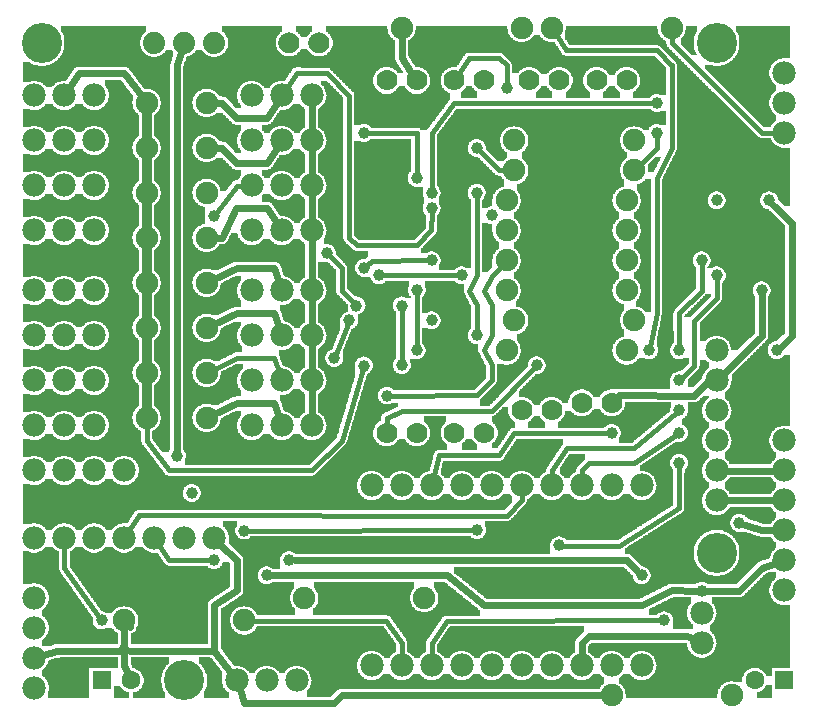
<source format=gbl>
G04 MADE WITH FRITZING*
G04 WWW.FRITZING.ORG*
G04 DOUBLE SIDED*
G04 HOLES PLATED*
G04 CONTOUR ON CENTER OF CONTOUR VECTOR*
%ASAXBY*%
%FSLAX23Y23*%
%MOIN*%
%OFA0B0*%
%SFA1.0B1.0*%
%ADD10C,0.075000*%
%ADD11C,0.039370*%
%ADD12C,0.078000*%
%ADD13C,0.133858*%
%ADD14C,0.074000*%
%ADD15C,0.062992*%
%ADD16C,0.070000*%
%ADD17R,0.062992X0.062992*%
%ADD18C,0.024000*%
%ADD19C,0.016000*%
%ADD20C,0.032000*%
%ADD21R,0.001000X0.001000*%
%LNCOPPER0*%
G90*
G70*
G54D10*
X237Y2232D03*
X2482Y2226D03*
X1215Y1822D03*
X2287Y2046D03*
X1709Y848D03*
X785Y2233D03*
X313Y400D03*
X179Y340D03*
X1750Y640D03*
X1080Y380D03*
X174Y121D03*
X2478Y342D03*
G54D11*
X2227Y826D03*
X1827Y551D03*
X302Y301D03*
X2177Y301D03*
X2302Y400D03*
X2102Y451D03*
X927Y501D03*
X1176Y1150D03*
X553Y850D03*
X777Y600D03*
X677Y501D03*
X602Y726D03*
G54D12*
X2302Y226D03*
X2302Y326D03*
G54D11*
X2428Y626D03*
X2127Y1201D03*
X2002Y926D03*
X2502Y1401D03*
X2552Y1201D03*
X2527Y1701D03*
X2227Y926D03*
X2227Y1201D03*
X2352Y1451D03*
X2227Y1101D03*
X2227Y1001D03*
X852Y451D03*
X1553Y601D03*
G54D10*
X777Y301D03*
X377Y301D03*
G54D11*
X377Y201D03*
G54D10*
X977Y376D03*
X1377Y376D03*
G54D12*
X677Y576D03*
X577Y576D03*
X477Y576D03*
X377Y576D03*
X277Y576D03*
X177Y576D03*
X77Y576D03*
X2577Y901D03*
X2577Y801D03*
X2577Y701D03*
X2577Y601D03*
X2577Y501D03*
X2577Y401D03*
G54D11*
X1652Y2076D03*
X2152Y2026D03*
X1602Y1651D03*
X2352Y1701D03*
X2302Y1501D03*
G54D13*
X577Y101D03*
G54D14*
X477Y2226D03*
X577Y2226D03*
X677Y2226D03*
G54D13*
X2352Y526D03*
X2352Y2226D03*
X102Y2226D03*
G54D11*
X676Y1650D03*
X1302Y1350D03*
X1302Y1151D03*
X1177Y1476D03*
X1127Y1301D03*
X1078Y1175D03*
X1253Y1050D03*
X1053Y1525D03*
X1151Y1350D03*
G54D12*
X77Y801D03*
X177Y801D03*
X277Y801D03*
X377Y801D03*
G54D11*
X1402Y1301D03*
X1352Y1402D03*
X1352Y1201D03*
X1552Y1726D03*
X1552Y1251D03*
X1502Y1451D03*
X1227Y1451D03*
X1402Y1501D03*
X1752Y1151D03*
G54D10*
X1702Y2276D03*
X1302Y2276D03*
X1802Y2276D03*
X2202Y2276D03*
X2002Y51D03*
X2402Y51D03*
G54D15*
X302Y101D03*
X401Y101D03*
X2577Y101D03*
X2479Y101D03*
G54D11*
X1352Y1776D03*
X1402Y1726D03*
X1402Y1675D03*
X2152Y1926D03*
X1552Y1876D03*
X1177Y1926D03*
G54D10*
X2052Y1501D03*
X1652Y1501D03*
X2052Y1601D03*
X1652Y1601D03*
X2052Y1401D03*
X1652Y1401D03*
X2052Y1701D03*
X1652Y1701D03*
X2077Y1301D03*
X1677Y1301D03*
X2077Y1801D03*
X1677Y1801D03*
X2052Y1201D03*
X1652Y1201D03*
X2077Y1901D03*
X1677Y1901D03*
G54D16*
X1352Y926D03*
X1252Y926D03*
X1577Y926D03*
X1477Y926D03*
X1352Y2101D03*
X1252Y2101D03*
X1577Y2101D03*
X1477Y2101D03*
X1802Y1001D03*
X1702Y1001D03*
X2002Y1026D03*
X1902Y1026D03*
X2052Y2101D03*
X1952Y2101D03*
X1827Y2101D03*
X1727Y2101D03*
G54D10*
X452Y976D03*
X652Y976D03*
X452Y1576D03*
X652Y1576D03*
X452Y1126D03*
X652Y1126D03*
X452Y1726D03*
X652Y1726D03*
X452Y1276D03*
X652Y1276D03*
X452Y1876D03*
X652Y1876D03*
X452Y1426D03*
X652Y1426D03*
X452Y2026D03*
X652Y2026D03*
G54D12*
X1002Y951D03*
X902Y951D03*
X802Y951D03*
X1002Y1601D03*
X902Y1601D03*
X802Y1601D03*
X1002Y1101D03*
X902Y1101D03*
X802Y1101D03*
X1002Y1751D03*
X902Y1751D03*
X802Y1751D03*
X1002Y1251D03*
X902Y1251D03*
X802Y1251D03*
X1002Y1901D03*
X902Y1901D03*
X802Y1901D03*
X1002Y1401D03*
X902Y1401D03*
X802Y1401D03*
X1002Y2051D03*
X902Y2051D03*
X802Y2051D03*
X2352Y701D03*
X2352Y801D03*
X2352Y901D03*
X2352Y1001D03*
X2352Y1101D03*
X2352Y1201D03*
X1202Y151D03*
X1302Y151D03*
X1402Y151D03*
X1502Y151D03*
X1602Y151D03*
X1702Y151D03*
X1802Y151D03*
X1902Y151D03*
X2002Y151D03*
X2102Y151D03*
X1202Y751D03*
X1302Y751D03*
X1402Y751D03*
X1502Y751D03*
X1602Y751D03*
X1702Y751D03*
X1802Y751D03*
X1902Y751D03*
X2002Y751D03*
X2102Y751D03*
X77Y376D03*
X77Y276D03*
X77Y176D03*
X77Y76D03*
X2577Y2126D03*
X2577Y2026D03*
X2577Y1926D03*
X752Y101D03*
X852Y101D03*
X952Y101D03*
X77Y951D03*
X177Y951D03*
X277Y951D03*
X77Y1601D03*
X177Y1601D03*
X277Y1601D03*
X77Y1101D03*
X177Y1101D03*
X277Y1101D03*
X77Y1751D03*
X177Y1751D03*
X277Y1751D03*
X77Y1251D03*
X177Y1251D03*
X277Y1251D03*
X77Y1901D03*
X177Y1901D03*
X277Y1901D03*
X77Y1401D03*
X177Y1401D03*
X277Y1401D03*
X77Y2051D03*
X177Y2051D03*
X277Y2051D03*
G54D16*
X927Y2226D03*
X1027Y2226D03*
G54D17*
X302Y101D03*
X2577Y101D03*
G54D18*
X378Y300D02*
X397Y280D01*
D02*
X377Y220D02*
X378Y300D01*
G54D19*
D02*
X1303Y226D02*
X1302Y175D01*
D02*
X1251Y300D02*
X1303Y226D01*
D02*
X800Y300D02*
X1251Y300D01*
D02*
X2227Y675D02*
X2027Y550D01*
D02*
X2027Y550D02*
X1841Y550D01*
D02*
X2227Y812D02*
X2227Y675D01*
G54D18*
D02*
X378Y150D02*
X377Y182D01*
D02*
X389Y125D02*
X377Y150D01*
G54D19*
D02*
X178Y475D02*
X294Y312D01*
D02*
X177Y551D02*
X178Y475D01*
G54D18*
D02*
X2253Y250D02*
X2275Y239D01*
D02*
X1927Y250D02*
X2253Y250D01*
D02*
X1902Y226D02*
X1927Y250D01*
D02*
X1902Y181D02*
X1902Y226D01*
D02*
X1453Y451D02*
X1578Y351D01*
D02*
X1578Y351D02*
X2102Y351D01*
D02*
X2102Y351D02*
X2202Y401D01*
D02*
X871Y451D02*
X1453Y451D01*
D02*
X2202Y401D02*
X2283Y400D01*
D02*
X2052Y501D02*
X2089Y464D01*
D02*
X946Y501D02*
X2052Y501D01*
D02*
X1302Y2175D02*
X1338Y2122D01*
D02*
X1302Y2247D02*
X1302Y2175D01*
G54D19*
D02*
X1851Y2201D02*
X1815Y2256D01*
D02*
X2152Y2201D02*
X1851Y2201D01*
D02*
X2202Y2150D02*
X2152Y2201D01*
D02*
X2202Y1876D02*
X2202Y2151D01*
D02*
X2152Y1775D02*
X2202Y1876D01*
D02*
X2152Y1325D02*
X2152Y1775D01*
D02*
X2130Y1214D02*
X2152Y1325D01*
D02*
X2503Y1926D02*
X2553Y1926D01*
D02*
X2202Y2225D02*
X2503Y1926D01*
D02*
X2202Y2252D02*
X2202Y2225D01*
D02*
X527Y801D02*
X1003Y801D01*
D02*
X1102Y900D02*
X1173Y1138D01*
D02*
X1003Y801D02*
X1102Y900D01*
D02*
X452Y900D02*
X527Y801D01*
D02*
X452Y952D02*
X452Y900D01*
G54D18*
D02*
X553Y2151D02*
X553Y869D01*
D02*
X567Y2196D02*
X553Y2151D01*
G54D19*
D02*
X1627Y851D02*
X1427Y851D01*
D02*
X1678Y925D02*
X1627Y851D01*
D02*
X1989Y926D02*
X1678Y925D01*
D02*
X1427Y851D02*
X1408Y774D01*
G54D18*
D02*
X2552Y800D02*
X2382Y800D01*
D02*
X2547Y800D02*
X2552Y800D01*
D02*
X2547Y701D02*
X2382Y701D01*
D02*
X2503Y601D02*
X2446Y620D01*
D02*
X2547Y601D02*
X2503Y601D01*
D02*
X2277Y1050D02*
X2327Y1101D01*
D02*
X2027Y1051D02*
X2277Y1050D01*
D02*
X2327Y1101D02*
X2322Y1101D01*
D02*
X2502Y1382D02*
X2502Y1250D01*
D02*
X2502Y1250D02*
X2373Y1122D01*
D02*
X2603Y1626D02*
X2603Y1250D01*
D02*
X2603Y1250D02*
X2565Y1214D01*
D02*
X2541Y1687D02*
X2603Y1626D01*
G54D19*
D02*
X2077Y825D02*
X2216Y918D01*
D02*
X1927Y825D02*
X2077Y825D01*
D02*
X1903Y801D02*
X1927Y825D01*
D02*
X1902Y775D02*
X1903Y801D01*
D02*
X2302Y1401D02*
X2302Y1487D01*
D02*
X2227Y1325D02*
X2302Y1400D01*
D02*
X2227Y1214D02*
X2227Y1325D01*
D02*
X2352Y1375D02*
X2352Y1437D01*
D02*
X1852Y875D02*
X2077Y875D01*
D02*
X1802Y801D02*
X1852Y875D01*
D02*
X2077Y875D02*
X2217Y992D01*
D02*
X2277Y1150D02*
X2277Y1300D01*
D02*
X2237Y1110D02*
X2277Y1150D01*
D02*
X2277Y1300D02*
X2352Y1375D01*
D02*
X1802Y775D02*
X1802Y801D01*
D02*
X1453Y300D02*
X2164Y301D01*
D02*
X1402Y225D02*
X1453Y300D01*
D02*
X1402Y175D02*
X1402Y225D01*
G54D18*
D02*
X2321Y400D02*
X2427Y400D01*
D02*
X2427Y400D02*
X2503Y476D01*
D02*
X2503Y476D02*
X2549Y491D01*
D02*
X396Y200D02*
X678Y200D01*
D02*
X153Y200D02*
X358Y200D01*
D02*
X678Y200D02*
X734Y125D01*
D02*
X106Y185D02*
X153Y200D01*
D02*
X752Y401D02*
X677Y351D01*
D02*
X677Y351D02*
X678Y200D01*
D02*
X752Y501D02*
X752Y401D01*
D02*
X698Y554D02*
X752Y501D01*
D02*
X678Y200D02*
X734Y125D01*
D02*
X1974Y51D02*
X1103Y51D01*
D02*
X1103Y51D02*
X1077Y26D01*
D02*
X1077Y26D02*
X778Y26D01*
D02*
X778Y26D02*
X762Y72D01*
G54D19*
D02*
X1653Y650D02*
X1702Y701D01*
D02*
X1702Y701D02*
X1702Y726D01*
D02*
X427Y651D02*
X1653Y650D01*
D02*
X391Y596D02*
X427Y651D01*
D02*
X1540Y601D02*
X791Y600D01*
D02*
X664Y501D02*
X527Y501D01*
D02*
X527Y501D02*
X491Y555D01*
G54D18*
D02*
X435Y2048D02*
X377Y2125D01*
D02*
X377Y2125D02*
X227Y2125D01*
D02*
X227Y2125D02*
X194Y2076D01*
G54D19*
D02*
X952Y2126D02*
X1052Y2125D01*
D02*
X916Y2071D02*
X952Y2126D01*
G54D18*
D02*
X2020Y1044D02*
X2027Y1051D01*
G54D19*
D02*
X1652Y2151D02*
X1652Y2089D01*
D02*
X1627Y2176D02*
X1652Y2151D01*
D02*
X1527Y2176D02*
X1627Y2176D01*
D02*
X1489Y2118D02*
X1527Y2176D01*
D02*
X752Y1750D02*
X685Y1661D01*
D02*
X778Y1750D02*
X752Y1750D01*
G54D20*
D02*
X452Y1910D02*
X452Y1991D01*
G54D19*
D02*
X1302Y1165D02*
X1302Y1337D01*
D02*
X1202Y1500D02*
X1389Y1501D01*
D02*
X1187Y1485D02*
X1202Y1500D01*
D02*
X1123Y1288D02*
X1083Y1188D01*
D02*
X1602Y1151D02*
X1577Y1201D01*
D02*
X1602Y1251D02*
X1603Y1351D01*
D02*
X1577Y1201D02*
X1602Y1251D01*
D02*
X1603Y1351D02*
X1577Y1400D01*
D02*
X1577Y1400D02*
X1602Y1450D01*
D02*
X1602Y1101D02*
X1602Y1151D01*
D02*
X1552Y1051D02*
X1602Y1101D01*
D02*
X1602Y1450D02*
X1653Y1501D01*
D02*
X1266Y1050D02*
X1552Y1051D01*
D02*
X1653Y1501D02*
X1669Y1516D01*
D02*
X1102Y1400D02*
X1142Y1360D01*
D02*
X1102Y1476D02*
X1102Y1400D01*
D02*
X1062Y1516D02*
X1102Y1476D01*
D02*
X1352Y1214D02*
X1352Y1388D01*
D02*
X1552Y1351D02*
X1552Y1265D01*
D02*
X1552Y1451D02*
X1527Y1400D01*
D02*
X1527Y1400D02*
X1552Y1351D01*
D02*
X1552Y1713D02*
X1552Y1451D01*
D02*
X1489Y1451D02*
X1241Y1451D01*
D02*
X1302Y1000D02*
X1603Y1000D01*
D02*
X1252Y975D02*
X1302Y1000D01*
D02*
X1603Y1000D02*
X1743Y1141D01*
D02*
X1252Y946D02*
X1252Y975D01*
G54D18*
D02*
X878Y1475D02*
X893Y1429D01*
D02*
X752Y1475D02*
X878Y1475D01*
D02*
X678Y1438D02*
X752Y1475D01*
D02*
X878Y1325D02*
X893Y1279D01*
D02*
X752Y1325D02*
X878Y1325D01*
D02*
X678Y1288D02*
X752Y1325D01*
G54D19*
D02*
X752Y1176D02*
X673Y1136D01*
D02*
X878Y1176D02*
X752Y1176D01*
D02*
X895Y1124D02*
X878Y1176D01*
G54D18*
D02*
X878Y1026D02*
X893Y979D01*
D02*
X752Y1026D02*
X878Y1026D01*
D02*
X678Y988D02*
X752Y1026D01*
D02*
X853Y1975D02*
X886Y2025D01*
D02*
X751Y1975D02*
X853Y1975D01*
D02*
X703Y2026D02*
X751Y1975D01*
D02*
X681Y2026D02*
X703Y2026D01*
D02*
X853Y1825D02*
X886Y1875D01*
D02*
X703Y1876D02*
X751Y1825D01*
D02*
X751Y1825D02*
X853Y1825D01*
D02*
X681Y1876D02*
X703Y1876D01*
G54D20*
D02*
X452Y1760D02*
X452Y1841D01*
D02*
X452Y1610D02*
X452Y1691D01*
G54D18*
D02*
X751Y1676D02*
X853Y1676D01*
D02*
X703Y1576D02*
X751Y1676D01*
D02*
X681Y1576D02*
X703Y1576D01*
D02*
X853Y1676D02*
X886Y1626D01*
D02*
X1002Y1870D02*
X1002Y1781D01*
D02*
X1002Y1931D02*
X1002Y2020D01*
D02*
X1002Y1720D02*
X1002Y1631D01*
G54D19*
D02*
X1352Y1789D02*
X1352Y1925D01*
D02*
X2139Y2026D02*
X1477Y2025D01*
D02*
X1477Y2025D02*
X1402Y1925D01*
D02*
X1402Y1925D02*
X1402Y1739D01*
D02*
X1401Y1601D02*
X1402Y1662D01*
D02*
X1127Y1575D02*
X1153Y1551D01*
D02*
X1127Y2050D02*
X1127Y1575D01*
D02*
X1052Y2125D02*
X1127Y2050D01*
D02*
X1153Y1551D02*
X1353Y1551D01*
D02*
X1353Y1551D02*
X1401Y1601D01*
D02*
X2152Y1876D02*
X2093Y1817D01*
D02*
X2152Y1912D02*
X2152Y1876D01*
D02*
X1627Y1801D02*
X1562Y1866D01*
D02*
X1654Y1801D02*
X1627Y1801D01*
D02*
X1352Y1925D02*
X1191Y1926D01*
G54D20*
D02*
X452Y1460D02*
X452Y1541D01*
D02*
X452Y1310D02*
X452Y1391D01*
D02*
X452Y1160D02*
X452Y1241D01*
D02*
X452Y1010D02*
X452Y1091D01*
G54D18*
D02*
X1002Y1431D02*
X1002Y1570D01*
D02*
X1002Y1281D02*
X1002Y1370D01*
D02*
X1002Y1131D02*
X1002Y1220D01*
D02*
X1002Y981D02*
X1002Y1070D01*
G36*
X950Y2283D02*
X950Y2263D01*
X954Y2263D01*
X954Y2261D01*
X956Y2261D01*
X956Y2259D01*
X958Y2259D01*
X958Y2257D01*
X960Y2257D01*
X960Y2255D01*
X962Y2255D01*
X962Y2253D01*
X964Y2253D01*
X964Y2249D01*
X966Y2249D01*
X966Y2247D01*
X968Y2247D01*
X968Y2245D01*
X988Y2245D01*
X988Y2249D01*
X990Y2249D01*
X990Y2253D01*
X992Y2253D01*
X992Y2255D01*
X994Y2255D01*
X994Y2257D01*
X996Y2257D01*
X996Y2259D01*
X998Y2259D01*
X998Y2261D01*
X1000Y2261D01*
X1000Y2263D01*
X1004Y2263D01*
X1004Y2283D01*
X950Y2283D01*
G37*
D02*
G36*
X2250Y2283D02*
X2250Y2269D01*
X2248Y2269D01*
X2248Y2261D01*
X2246Y2261D01*
X2246Y2255D01*
X2244Y2255D01*
X2244Y2253D01*
X2242Y2253D01*
X2242Y2249D01*
X2240Y2249D01*
X2240Y2247D01*
X2238Y2247D01*
X2238Y2243D01*
X2236Y2243D01*
X2236Y2241D01*
X2234Y2241D01*
X2234Y2219D01*
X2236Y2219D01*
X2236Y2217D01*
X2238Y2217D01*
X2238Y2215D01*
X2240Y2215D01*
X2240Y2213D01*
X2242Y2213D01*
X2242Y2211D01*
X2244Y2211D01*
X2244Y2209D01*
X2246Y2209D01*
X2246Y2207D01*
X2248Y2207D01*
X2248Y2205D01*
X2250Y2205D01*
X2250Y2203D01*
X2252Y2203D01*
X2252Y2201D01*
X2254Y2201D01*
X2254Y2199D01*
X2256Y2199D01*
X2256Y2197D01*
X2258Y2197D01*
X2258Y2195D01*
X2260Y2195D01*
X2260Y2193D01*
X2262Y2193D01*
X2262Y2191D01*
X2264Y2191D01*
X2264Y2189D01*
X2266Y2189D01*
X2266Y2187D01*
X2286Y2187D01*
X2286Y2189D01*
X2284Y2189D01*
X2284Y2193D01*
X2282Y2193D01*
X2282Y2197D01*
X2280Y2197D01*
X2280Y2201D01*
X2278Y2201D01*
X2278Y2209D01*
X2276Y2209D01*
X2276Y2241D01*
X2278Y2241D01*
X2278Y2249D01*
X2280Y2249D01*
X2280Y2255D01*
X2282Y2255D01*
X2282Y2259D01*
X2284Y2259D01*
X2284Y2263D01*
X2286Y2263D01*
X2286Y2283D01*
X2250Y2283D01*
G37*
D02*
G36*
X168Y2283D02*
X168Y2263D01*
X170Y2263D01*
X170Y2259D01*
X172Y2259D01*
X172Y2255D01*
X174Y2255D01*
X174Y2251D01*
X176Y2251D01*
X176Y2243D01*
X178Y2243D01*
X178Y2227D01*
X180Y2227D01*
X180Y2225D01*
X178Y2225D01*
X178Y2209D01*
X176Y2209D01*
X176Y2201D01*
X174Y2201D01*
X174Y2195D01*
X172Y2195D01*
X172Y2191D01*
X170Y2191D01*
X170Y2187D01*
X168Y2187D01*
X168Y2185D01*
X166Y2185D01*
X166Y2181D01*
X164Y2181D01*
X164Y2179D01*
X466Y2179D01*
X466Y2181D01*
X460Y2181D01*
X460Y2183D01*
X456Y2183D01*
X456Y2185D01*
X452Y2185D01*
X452Y2187D01*
X450Y2187D01*
X450Y2189D01*
X446Y2189D01*
X446Y2191D01*
X444Y2191D01*
X444Y2193D01*
X442Y2193D01*
X442Y2195D01*
X440Y2195D01*
X440Y2199D01*
X438Y2199D01*
X438Y2201D01*
X436Y2201D01*
X436Y2205D01*
X434Y2205D01*
X434Y2211D01*
X432Y2211D01*
X432Y2217D01*
X430Y2217D01*
X430Y2235D01*
X432Y2235D01*
X432Y2241D01*
X434Y2241D01*
X434Y2247D01*
X436Y2247D01*
X436Y2249D01*
X438Y2249D01*
X438Y2253D01*
X440Y2253D01*
X440Y2255D01*
X442Y2255D01*
X442Y2257D01*
X444Y2257D01*
X444Y2259D01*
X446Y2259D01*
X446Y2261D01*
X448Y2261D01*
X448Y2263D01*
X450Y2263D01*
X450Y2283D01*
X168Y2283D01*
G37*
D02*
G36*
X516Y2201D02*
X516Y2199D01*
X514Y2199D01*
X514Y2195D01*
X512Y2195D01*
X512Y2193D01*
X510Y2193D01*
X510Y2191D01*
X508Y2191D01*
X508Y2189D01*
X504Y2189D01*
X504Y2187D01*
X502Y2187D01*
X502Y2185D01*
X498Y2185D01*
X498Y2183D01*
X494Y2183D01*
X494Y2181D01*
X488Y2181D01*
X488Y2179D01*
X540Y2179D01*
X540Y2199D01*
X538Y2199D01*
X538Y2201D01*
X516Y2201D01*
G37*
D02*
G36*
X162Y2179D02*
X162Y2177D01*
X538Y2177D01*
X538Y2179D01*
X162Y2179D01*
G37*
D02*
G36*
X162Y2179D02*
X162Y2177D01*
X538Y2177D01*
X538Y2179D01*
X162Y2179D01*
G37*
D02*
G36*
X160Y2177D02*
X160Y2175D01*
X158Y2175D01*
X158Y2171D01*
X156Y2171D01*
X156Y2169D01*
X152Y2169D01*
X152Y2167D01*
X150Y2167D01*
X150Y2165D01*
X148Y2165D01*
X148Y2163D01*
X146Y2163D01*
X146Y2161D01*
X142Y2161D01*
X142Y2159D01*
X138Y2159D01*
X138Y2157D01*
X134Y2157D01*
X134Y2155D01*
X130Y2155D01*
X130Y2153D01*
X124Y2153D01*
X124Y2151D01*
X116Y2151D01*
X116Y2149D01*
X530Y2149D01*
X530Y2155D01*
X532Y2155D01*
X532Y2161D01*
X534Y2161D01*
X534Y2167D01*
X536Y2167D01*
X536Y2173D01*
X538Y2173D01*
X538Y2177D01*
X160Y2177D01*
G37*
D02*
G36*
X40Y2163D02*
X40Y2149D01*
X90Y2149D01*
X90Y2151D01*
X80Y2151D01*
X80Y2153D01*
X74Y2153D01*
X74Y2155D01*
X70Y2155D01*
X70Y2157D01*
X66Y2157D01*
X66Y2159D01*
X62Y2159D01*
X62Y2161D01*
X60Y2161D01*
X60Y2163D01*
X40Y2163D01*
G37*
D02*
G36*
X40Y2149D02*
X40Y2147D01*
X530Y2147D01*
X530Y2149D01*
X40Y2149D01*
G37*
D02*
G36*
X40Y2149D02*
X40Y2147D01*
X530Y2147D01*
X530Y2149D01*
X40Y2149D01*
G37*
D02*
G36*
X40Y2147D02*
X40Y2099D01*
X88Y2099D01*
X88Y2097D01*
X96Y2097D01*
X96Y2095D01*
X100Y2095D01*
X100Y2093D01*
X104Y2093D01*
X104Y2091D01*
X106Y2091D01*
X106Y2089D01*
X108Y2089D01*
X108Y2087D01*
X110Y2087D01*
X110Y2085D01*
X112Y2085D01*
X112Y2083D01*
X114Y2083D01*
X114Y2081D01*
X116Y2081D01*
X116Y2079D01*
X138Y2079D01*
X138Y2081D01*
X140Y2081D01*
X140Y2083D01*
X142Y2083D01*
X142Y2085D01*
X144Y2085D01*
X144Y2087D01*
X146Y2087D01*
X146Y2089D01*
X148Y2089D01*
X148Y2091D01*
X152Y2091D01*
X152Y2093D01*
X154Y2093D01*
X154Y2095D01*
X158Y2095D01*
X158Y2097D01*
X166Y2097D01*
X166Y2099D01*
X184Y2099D01*
X184Y2103D01*
X186Y2103D01*
X186Y2105D01*
X188Y2105D01*
X188Y2107D01*
X190Y2107D01*
X190Y2111D01*
X192Y2111D01*
X192Y2113D01*
X194Y2113D01*
X194Y2117D01*
X196Y2117D01*
X196Y2119D01*
X198Y2119D01*
X198Y2123D01*
X200Y2123D01*
X200Y2125D01*
X202Y2125D01*
X202Y2129D01*
X204Y2129D01*
X204Y2131D01*
X206Y2131D01*
X206Y2135D01*
X208Y2135D01*
X208Y2137D01*
X210Y2137D01*
X210Y2141D01*
X212Y2141D01*
X212Y2143D01*
X216Y2143D01*
X216Y2145D01*
X220Y2145D01*
X220Y2147D01*
X40Y2147D01*
G37*
D02*
G36*
X384Y2147D02*
X384Y2145D01*
X388Y2145D01*
X388Y2143D01*
X390Y2143D01*
X390Y2141D01*
X392Y2141D01*
X392Y2139D01*
X394Y2139D01*
X394Y2137D01*
X396Y2137D01*
X396Y2135D01*
X398Y2135D01*
X398Y2133D01*
X400Y2133D01*
X400Y2129D01*
X402Y2129D01*
X402Y2127D01*
X404Y2127D01*
X404Y2125D01*
X406Y2125D01*
X406Y2121D01*
X408Y2121D01*
X408Y2119D01*
X410Y2119D01*
X410Y2117D01*
X412Y2117D01*
X412Y2113D01*
X414Y2113D01*
X414Y2111D01*
X416Y2111D01*
X416Y2109D01*
X418Y2109D01*
X418Y2105D01*
X420Y2105D01*
X420Y2103D01*
X422Y2103D01*
X422Y2101D01*
X424Y2101D01*
X424Y2097D01*
X426Y2097D01*
X426Y2095D01*
X428Y2095D01*
X428Y2093D01*
X430Y2093D01*
X430Y2089D01*
X432Y2089D01*
X432Y2087D01*
X434Y2087D01*
X434Y2085D01*
X436Y2085D01*
X436Y2083D01*
X438Y2083D01*
X438Y2079D01*
X440Y2079D01*
X440Y2077D01*
X442Y2077D01*
X442Y2075D01*
X444Y2075D01*
X444Y2073D01*
X462Y2073D01*
X462Y2071D01*
X468Y2071D01*
X468Y2069D01*
X474Y2069D01*
X474Y2067D01*
X476Y2067D01*
X476Y2065D01*
X480Y2065D01*
X480Y2063D01*
X482Y2063D01*
X482Y2061D01*
X484Y2061D01*
X484Y2059D01*
X486Y2059D01*
X486Y2057D01*
X488Y2057D01*
X488Y2055D01*
X490Y2055D01*
X490Y2053D01*
X492Y2053D01*
X492Y2049D01*
X494Y2049D01*
X494Y2045D01*
X496Y2045D01*
X496Y2041D01*
X498Y2041D01*
X498Y2033D01*
X500Y2033D01*
X500Y2019D01*
X498Y2019D01*
X498Y2011D01*
X496Y2011D01*
X496Y2005D01*
X494Y2005D01*
X494Y2003D01*
X492Y2003D01*
X492Y1999D01*
X490Y1999D01*
X490Y1997D01*
X488Y1997D01*
X488Y1993D01*
X486Y1993D01*
X486Y1991D01*
X484Y1991D01*
X484Y1989D01*
X480Y1989D01*
X480Y1987D01*
X478Y1987D01*
X478Y1915D01*
X480Y1915D01*
X480Y1913D01*
X482Y1913D01*
X482Y1911D01*
X484Y1911D01*
X484Y1909D01*
X486Y1909D01*
X486Y1907D01*
X488Y1907D01*
X488Y1905D01*
X490Y1905D01*
X490Y1903D01*
X492Y1903D01*
X492Y1899D01*
X494Y1899D01*
X494Y1895D01*
X496Y1895D01*
X496Y1891D01*
X498Y1891D01*
X498Y1883D01*
X500Y1883D01*
X500Y1869D01*
X498Y1869D01*
X498Y1861D01*
X496Y1861D01*
X496Y1855D01*
X494Y1855D01*
X494Y1853D01*
X492Y1853D01*
X492Y1849D01*
X490Y1849D01*
X490Y1847D01*
X488Y1847D01*
X488Y1843D01*
X486Y1843D01*
X486Y1841D01*
X484Y1841D01*
X484Y1839D01*
X480Y1839D01*
X480Y1837D01*
X478Y1837D01*
X478Y1765D01*
X480Y1765D01*
X480Y1763D01*
X482Y1763D01*
X482Y1761D01*
X484Y1761D01*
X484Y1759D01*
X486Y1759D01*
X486Y1757D01*
X488Y1757D01*
X488Y1755D01*
X490Y1755D01*
X490Y1753D01*
X492Y1753D01*
X492Y1749D01*
X494Y1749D01*
X494Y1745D01*
X496Y1745D01*
X496Y1741D01*
X498Y1741D01*
X498Y1733D01*
X500Y1733D01*
X500Y1719D01*
X498Y1719D01*
X498Y1711D01*
X496Y1711D01*
X496Y1705D01*
X494Y1705D01*
X494Y1703D01*
X492Y1703D01*
X492Y1699D01*
X490Y1699D01*
X490Y1697D01*
X488Y1697D01*
X488Y1693D01*
X486Y1693D01*
X486Y1691D01*
X484Y1691D01*
X484Y1689D01*
X480Y1689D01*
X480Y1687D01*
X478Y1687D01*
X478Y1615D01*
X480Y1615D01*
X480Y1613D01*
X482Y1613D01*
X482Y1611D01*
X484Y1611D01*
X484Y1609D01*
X486Y1609D01*
X486Y1607D01*
X488Y1607D01*
X488Y1605D01*
X490Y1605D01*
X490Y1603D01*
X492Y1603D01*
X492Y1599D01*
X494Y1599D01*
X494Y1595D01*
X496Y1595D01*
X496Y1591D01*
X498Y1591D01*
X498Y1583D01*
X500Y1583D01*
X500Y1569D01*
X498Y1569D01*
X498Y1561D01*
X496Y1561D01*
X496Y1555D01*
X494Y1555D01*
X494Y1553D01*
X492Y1553D01*
X492Y1549D01*
X490Y1549D01*
X490Y1547D01*
X488Y1547D01*
X488Y1543D01*
X486Y1543D01*
X486Y1541D01*
X484Y1541D01*
X484Y1539D01*
X480Y1539D01*
X480Y1537D01*
X478Y1537D01*
X478Y1465D01*
X480Y1465D01*
X480Y1463D01*
X482Y1463D01*
X482Y1461D01*
X484Y1461D01*
X484Y1459D01*
X486Y1459D01*
X486Y1457D01*
X488Y1457D01*
X488Y1455D01*
X490Y1455D01*
X490Y1453D01*
X492Y1453D01*
X492Y1449D01*
X494Y1449D01*
X494Y1445D01*
X496Y1445D01*
X496Y1441D01*
X498Y1441D01*
X498Y1433D01*
X500Y1433D01*
X500Y1419D01*
X498Y1419D01*
X498Y1411D01*
X496Y1411D01*
X496Y1405D01*
X494Y1405D01*
X494Y1403D01*
X492Y1403D01*
X492Y1399D01*
X490Y1399D01*
X490Y1397D01*
X488Y1397D01*
X488Y1393D01*
X486Y1393D01*
X486Y1391D01*
X484Y1391D01*
X484Y1389D01*
X480Y1389D01*
X480Y1387D01*
X478Y1387D01*
X478Y1315D01*
X480Y1315D01*
X480Y1313D01*
X482Y1313D01*
X482Y1311D01*
X484Y1311D01*
X484Y1309D01*
X486Y1309D01*
X486Y1307D01*
X488Y1307D01*
X488Y1305D01*
X490Y1305D01*
X490Y1303D01*
X492Y1303D01*
X492Y1299D01*
X494Y1299D01*
X494Y1295D01*
X496Y1295D01*
X496Y1291D01*
X498Y1291D01*
X498Y1283D01*
X500Y1283D01*
X500Y1269D01*
X498Y1269D01*
X498Y1261D01*
X496Y1261D01*
X496Y1255D01*
X494Y1255D01*
X494Y1253D01*
X492Y1253D01*
X492Y1249D01*
X490Y1249D01*
X490Y1247D01*
X488Y1247D01*
X488Y1243D01*
X486Y1243D01*
X486Y1241D01*
X484Y1241D01*
X484Y1239D01*
X480Y1239D01*
X480Y1237D01*
X478Y1237D01*
X478Y1165D01*
X480Y1165D01*
X480Y1163D01*
X482Y1163D01*
X482Y1161D01*
X484Y1161D01*
X484Y1159D01*
X486Y1159D01*
X486Y1157D01*
X488Y1157D01*
X488Y1155D01*
X490Y1155D01*
X490Y1153D01*
X492Y1153D01*
X492Y1149D01*
X494Y1149D01*
X494Y1145D01*
X496Y1145D01*
X496Y1141D01*
X498Y1141D01*
X498Y1133D01*
X500Y1133D01*
X500Y1119D01*
X498Y1119D01*
X498Y1111D01*
X496Y1111D01*
X496Y1105D01*
X494Y1105D01*
X494Y1103D01*
X492Y1103D01*
X492Y1099D01*
X490Y1099D01*
X490Y1097D01*
X488Y1097D01*
X488Y1093D01*
X486Y1093D01*
X486Y1091D01*
X484Y1091D01*
X484Y1089D01*
X480Y1089D01*
X480Y1087D01*
X478Y1087D01*
X478Y1015D01*
X480Y1015D01*
X480Y1013D01*
X482Y1013D01*
X482Y1011D01*
X484Y1011D01*
X484Y1009D01*
X486Y1009D01*
X486Y1007D01*
X488Y1007D01*
X488Y1005D01*
X490Y1005D01*
X490Y1003D01*
X492Y1003D01*
X492Y999D01*
X494Y999D01*
X494Y995D01*
X496Y995D01*
X496Y991D01*
X498Y991D01*
X498Y983D01*
X500Y983D01*
X500Y969D01*
X498Y969D01*
X498Y961D01*
X496Y961D01*
X496Y955D01*
X494Y955D01*
X494Y953D01*
X492Y953D01*
X492Y949D01*
X490Y949D01*
X490Y947D01*
X488Y947D01*
X488Y943D01*
X486Y943D01*
X486Y941D01*
X484Y941D01*
X484Y939D01*
X480Y939D01*
X480Y937D01*
X478Y937D01*
X478Y935D01*
X474Y935D01*
X474Y933D01*
X470Y933D01*
X470Y905D01*
X472Y905D01*
X472Y903D01*
X474Y903D01*
X474Y899D01*
X476Y899D01*
X476Y897D01*
X478Y897D01*
X478Y895D01*
X480Y895D01*
X480Y891D01*
X482Y891D01*
X482Y889D01*
X484Y889D01*
X484Y887D01*
X486Y887D01*
X486Y883D01*
X488Y883D01*
X488Y881D01*
X490Y881D01*
X490Y879D01*
X492Y879D01*
X492Y875D01*
X494Y875D01*
X494Y873D01*
X496Y873D01*
X496Y871D01*
X498Y871D01*
X498Y869D01*
X500Y869D01*
X500Y865D01*
X502Y865D01*
X502Y863D01*
X504Y863D01*
X504Y861D01*
X526Y861D01*
X526Y865D01*
X528Y865D01*
X528Y869D01*
X530Y869D01*
X530Y2147D01*
X384Y2147D01*
G37*
D02*
G36*
X40Y2099D02*
X40Y2097D01*
X66Y2097D01*
X66Y2099D01*
X40Y2099D01*
G37*
D02*
G36*
X2418Y2283D02*
X2418Y2263D01*
X2420Y2263D01*
X2420Y2259D01*
X2422Y2259D01*
X2422Y2255D01*
X2424Y2255D01*
X2424Y2251D01*
X2426Y2251D01*
X2426Y2243D01*
X2428Y2243D01*
X2428Y2227D01*
X2430Y2227D01*
X2430Y2225D01*
X2428Y2225D01*
X2428Y2209D01*
X2426Y2209D01*
X2426Y2201D01*
X2424Y2201D01*
X2424Y2195D01*
X2422Y2195D01*
X2422Y2191D01*
X2420Y2191D01*
X2420Y2187D01*
X2418Y2187D01*
X2418Y2185D01*
X2416Y2185D01*
X2416Y2181D01*
X2414Y2181D01*
X2414Y2179D01*
X2412Y2179D01*
X2412Y2177D01*
X2410Y2177D01*
X2410Y2175D01*
X2408Y2175D01*
X2408Y2171D01*
X2406Y2171D01*
X2406Y2169D01*
X2402Y2169D01*
X2402Y2167D01*
X2400Y2167D01*
X2400Y2165D01*
X2398Y2165D01*
X2398Y2163D01*
X2396Y2163D01*
X2396Y2161D01*
X2392Y2161D01*
X2392Y2159D01*
X2388Y2159D01*
X2388Y2157D01*
X2384Y2157D01*
X2384Y2155D01*
X2380Y2155D01*
X2380Y2153D01*
X2374Y2153D01*
X2374Y2151D01*
X2366Y2151D01*
X2366Y2149D01*
X2534Y2149D01*
X2534Y2151D01*
X2536Y2151D01*
X2536Y2153D01*
X2538Y2153D01*
X2538Y2157D01*
X2540Y2157D01*
X2540Y2159D01*
X2542Y2159D01*
X2542Y2161D01*
X2544Y2161D01*
X2544Y2163D01*
X2546Y2163D01*
X2546Y2165D01*
X2550Y2165D01*
X2550Y2167D01*
X2552Y2167D01*
X2552Y2169D01*
X2556Y2169D01*
X2556Y2171D01*
X2562Y2171D01*
X2562Y2173D01*
X2570Y2173D01*
X2570Y2175D01*
X2596Y2175D01*
X2596Y2283D01*
X2418Y2283D01*
G37*
D02*
G36*
X2314Y2151D02*
X2314Y2149D01*
X2340Y2149D01*
X2340Y2151D01*
X2314Y2151D01*
G37*
D02*
G36*
X2314Y2149D02*
X2314Y2147D01*
X2534Y2147D01*
X2534Y2149D01*
X2314Y2149D01*
G37*
D02*
G36*
X2314Y2149D02*
X2314Y2147D01*
X2534Y2147D01*
X2534Y2149D01*
X2314Y2149D01*
G37*
D02*
G36*
X2314Y2147D02*
X2314Y2139D01*
X2316Y2139D01*
X2316Y2137D01*
X2318Y2137D01*
X2318Y2135D01*
X2320Y2135D01*
X2320Y2133D01*
X2322Y2133D01*
X2322Y2131D01*
X2324Y2131D01*
X2324Y2129D01*
X2326Y2129D01*
X2326Y2127D01*
X2328Y2127D01*
X2328Y2125D01*
X2330Y2125D01*
X2330Y2123D01*
X2332Y2123D01*
X2332Y2121D01*
X2334Y2121D01*
X2334Y2119D01*
X2336Y2119D01*
X2336Y2117D01*
X2338Y2117D01*
X2338Y2115D01*
X2340Y2115D01*
X2340Y2113D01*
X2342Y2113D01*
X2342Y2111D01*
X2344Y2111D01*
X2344Y2109D01*
X2346Y2109D01*
X2346Y2107D01*
X2348Y2107D01*
X2348Y2105D01*
X2350Y2105D01*
X2350Y2103D01*
X2352Y2103D01*
X2352Y2101D01*
X2354Y2101D01*
X2354Y2099D01*
X2356Y2099D01*
X2356Y2097D01*
X2358Y2097D01*
X2358Y2095D01*
X2360Y2095D01*
X2360Y2093D01*
X2362Y2093D01*
X2362Y2091D01*
X2364Y2091D01*
X2364Y2089D01*
X2366Y2089D01*
X2366Y2087D01*
X2368Y2087D01*
X2368Y2085D01*
X2370Y2085D01*
X2370Y2083D01*
X2372Y2083D01*
X2372Y2081D01*
X2374Y2081D01*
X2374Y2079D01*
X2376Y2079D01*
X2376Y2077D01*
X2378Y2077D01*
X2378Y2075D01*
X2380Y2075D01*
X2380Y2073D01*
X2382Y2073D01*
X2382Y2071D01*
X2384Y2071D01*
X2384Y2069D01*
X2386Y2069D01*
X2386Y2067D01*
X2388Y2067D01*
X2388Y2065D01*
X2390Y2065D01*
X2390Y2063D01*
X2392Y2063D01*
X2392Y2061D01*
X2394Y2061D01*
X2394Y2059D01*
X2396Y2059D01*
X2396Y2057D01*
X2398Y2057D01*
X2398Y2055D01*
X2400Y2055D01*
X2400Y2053D01*
X2402Y2053D01*
X2402Y2051D01*
X2404Y2051D01*
X2404Y2049D01*
X2406Y2049D01*
X2406Y2047D01*
X2408Y2047D01*
X2408Y2045D01*
X2410Y2045D01*
X2410Y2043D01*
X2412Y2043D01*
X2412Y2041D01*
X2414Y2041D01*
X2414Y2039D01*
X2416Y2039D01*
X2416Y2037D01*
X2418Y2037D01*
X2418Y2035D01*
X2420Y2035D01*
X2420Y2033D01*
X2422Y2033D01*
X2422Y2031D01*
X2424Y2031D01*
X2424Y2029D01*
X2426Y2029D01*
X2426Y2027D01*
X2428Y2027D01*
X2428Y2025D01*
X2430Y2025D01*
X2430Y2023D01*
X2432Y2023D01*
X2432Y2021D01*
X2434Y2021D01*
X2434Y2019D01*
X2436Y2019D01*
X2436Y2017D01*
X2438Y2017D01*
X2438Y2015D01*
X2440Y2015D01*
X2440Y2013D01*
X2442Y2013D01*
X2442Y2011D01*
X2444Y2011D01*
X2444Y2009D01*
X2446Y2009D01*
X2446Y2007D01*
X2448Y2007D01*
X2448Y2005D01*
X2450Y2005D01*
X2450Y2003D01*
X2452Y2003D01*
X2452Y2001D01*
X2454Y2001D01*
X2454Y1999D01*
X2456Y1999D01*
X2456Y1997D01*
X2458Y1997D01*
X2458Y1995D01*
X2460Y1995D01*
X2460Y1993D01*
X2462Y1993D01*
X2462Y1991D01*
X2464Y1991D01*
X2464Y1989D01*
X2466Y1989D01*
X2466Y1987D01*
X2468Y1987D01*
X2468Y1985D01*
X2470Y1985D01*
X2470Y1983D01*
X2472Y1983D01*
X2472Y1981D01*
X2474Y1981D01*
X2474Y1979D01*
X2476Y1979D01*
X2476Y1977D01*
X2478Y1977D01*
X2478Y1975D01*
X2480Y1975D01*
X2480Y1973D01*
X2482Y1973D01*
X2482Y1971D01*
X2484Y1971D01*
X2484Y1969D01*
X2486Y1969D01*
X2486Y1967D01*
X2488Y1967D01*
X2488Y1965D01*
X2490Y1965D01*
X2490Y1963D01*
X2492Y1963D01*
X2492Y1961D01*
X2494Y1961D01*
X2494Y1959D01*
X2496Y1959D01*
X2496Y1957D01*
X2498Y1957D01*
X2498Y1955D01*
X2500Y1955D01*
X2500Y1953D01*
X2502Y1953D01*
X2502Y1951D01*
X2504Y1951D01*
X2504Y1949D01*
X2506Y1949D01*
X2506Y1947D01*
X2508Y1947D01*
X2508Y1945D01*
X2532Y1945D01*
X2532Y1947D01*
X2534Y1947D01*
X2534Y1951D01*
X2536Y1951D01*
X2536Y1953D01*
X2538Y1953D01*
X2538Y1957D01*
X2540Y1957D01*
X2540Y1959D01*
X2542Y1959D01*
X2542Y1961D01*
X2544Y1961D01*
X2544Y1963D01*
X2546Y1963D01*
X2546Y1965D01*
X2550Y1965D01*
X2550Y1985D01*
X2548Y1985D01*
X2548Y1987D01*
X2546Y1987D01*
X2546Y1989D01*
X2544Y1989D01*
X2544Y1991D01*
X2542Y1991D01*
X2542Y1993D01*
X2540Y1993D01*
X2540Y1995D01*
X2538Y1995D01*
X2538Y1997D01*
X2536Y1997D01*
X2536Y2001D01*
X2534Y2001D01*
X2534Y2005D01*
X2532Y2005D01*
X2532Y2009D01*
X2530Y2009D01*
X2530Y2017D01*
X2528Y2017D01*
X2528Y2035D01*
X2530Y2035D01*
X2530Y2041D01*
X2532Y2041D01*
X2532Y2047D01*
X2534Y2047D01*
X2534Y2051D01*
X2536Y2051D01*
X2536Y2053D01*
X2538Y2053D01*
X2538Y2057D01*
X2540Y2057D01*
X2540Y2059D01*
X2542Y2059D01*
X2542Y2061D01*
X2544Y2061D01*
X2544Y2063D01*
X2546Y2063D01*
X2546Y2065D01*
X2550Y2065D01*
X2550Y2085D01*
X2548Y2085D01*
X2548Y2087D01*
X2546Y2087D01*
X2546Y2089D01*
X2544Y2089D01*
X2544Y2091D01*
X2542Y2091D01*
X2542Y2093D01*
X2540Y2093D01*
X2540Y2095D01*
X2538Y2095D01*
X2538Y2097D01*
X2536Y2097D01*
X2536Y2101D01*
X2534Y2101D01*
X2534Y2105D01*
X2532Y2105D01*
X2532Y2109D01*
X2530Y2109D01*
X2530Y2117D01*
X2528Y2117D01*
X2528Y2135D01*
X2530Y2135D01*
X2530Y2141D01*
X2532Y2141D01*
X2532Y2147D01*
X2314Y2147D01*
G37*
D02*
G36*
X1992Y2083D02*
X1992Y2079D01*
X1990Y2079D01*
X1990Y2075D01*
X1988Y2075D01*
X1988Y2073D01*
X1986Y2073D01*
X1986Y2071D01*
X1984Y2071D01*
X1984Y2069D01*
X1982Y2069D01*
X1982Y2067D01*
X1980Y2067D01*
X1980Y2065D01*
X1978Y2065D01*
X1978Y2063D01*
X1974Y2063D01*
X1974Y2043D01*
X2030Y2043D01*
X2030Y2063D01*
X2026Y2063D01*
X2026Y2065D01*
X2024Y2065D01*
X2024Y2067D01*
X2022Y2067D01*
X2022Y2069D01*
X2020Y2069D01*
X2020Y2071D01*
X2018Y2071D01*
X2018Y2073D01*
X2016Y2073D01*
X2016Y2075D01*
X2014Y2075D01*
X2014Y2079D01*
X2012Y2079D01*
X2012Y2083D01*
X1992Y2083D01*
G37*
D02*
G36*
X1516Y2081D02*
X1516Y2077D01*
X1514Y2077D01*
X1514Y2073D01*
X1512Y2073D01*
X1512Y2071D01*
X1510Y2071D01*
X1510Y2069D01*
X1508Y2069D01*
X1508Y2067D01*
X1506Y2067D01*
X1506Y2065D01*
X1502Y2065D01*
X1502Y2063D01*
X1500Y2063D01*
X1500Y2043D01*
X1554Y2043D01*
X1554Y2063D01*
X1552Y2063D01*
X1552Y2065D01*
X1548Y2065D01*
X1548Y2067D01*
X1546Y2067D01*
X1546Y2069D01*
X1544Y2069D01*
X1544Y2071D01*
X1542Y2071D01*
X1542Y2075D01*
X1540Y2075D01*
X1540Y2077D01*
X1538Y2077D01*
X1538Y2081D01*
X1516Y2081D01*
G37*
D02*
G36*
X1766Y2081D02*
X1766Y2077D01*
X1764Y2077D01*
X1764Y2073D01*
X1762Y2073D01*
X1762Y2071D01*
X1760Y2071D01*
X1760Y2069D01*
X1758Y2069D01*
X1758Y2067D01*
X1756Y2067D01*
X1756Y2065D01*
X1752Y2065D01*
X1752Y2063D01*
X1750Y2063D01*
X1750Y2043D01*
X1804Y2043D01*
X1804Y2063D01*
X1802Y2063D01*
X1802Y2065D01*
X1798Y2065D01*
X1798Y2067D01*
X1796Y2067D01*
X1796Y2069D01*
X1794Y2069D01*
X1794Y2071D01*
X1792Y2071D01*
X1792Y2075D01*
X1790Y2075D01*
X1790Y2077D01*
X1788Y2077D01*
X1788Y2081D01*
X1766Y2081D01*
G37*
D02*
G36*
X942Y2023D02*
X942Y2021D01*
X940Y2021D01*
X940Y2019D01*
X938Y2019D01*
X938Y2017D01*
X936Y2017D01*
X936Y2015D01*
X934Y2015D01*
X934Y2013D01*
X932Y2013D01*
X932Y2011D01*
X930Y2011D01*
X930Y2009D01*
X926Y2009D01*
X926Y2007D01*
X922Y2007D01*
X922Y2005D01*
X916Y2005D01*
X916Y2003D01*
X908Y2003D01*
X908Y2001D01*
X896Y2001D01*
X896Y1999D01*
X894Y1999D01*
X894Y1997D01*
X892Y1997D01*
X892Y1993D01*
X890Y1993D01*
X890Y1991D01*
X888Y1991D01*
X888Y1987D01*
X886Y1987D01*
X886Y1985D01*
X884Y1985D01*
X884Y1981D01*
X882Y1981D01*
X882Y1979D01*
X880Y1979D01*
X880Y1975D01*
X878Y1975D01*
X878Y1973D01*
X876Y1973D01*
X876Y1969D01*
X874Y1969D01*
X874Y1967D01*
X872Y1967D01*
X872Y1963D01*
X870Y1963D01*
X870Y1961D01*
X868Y1961D01*
X868Y1959D01*
X866Y1959D01*
X866Y1957D01*
X862Y1957D01*
X862Y1955D01*
X858Y1955D01*
X858Y1953D01*
X838Y1953D01*
X838Y1949D01*
X914Y1949D01*
X914Y1947D01*
X920Y1947D01*
X920Y1945D01*
X924Y1945D01*
X924Y1943D01*
X928Y1943D01*
X928Y1941D01*
X930Y1941D01*
X930Y1939D01*
X934Y1939D01*
X934Y1937D01*
X936Y1937D01*
X936Y1935D01*
X938Y1935D01*
X938Y1933D01*
X940Y1933D01*
X940Y1931D01*
X942Y1931D01*
X942Y1927D01*
X962Y1927D01*
X962Y1929D01*
X964Y1929D01*
X964Y1933D01*
X966Y1933D01*
X966Y1935D01*
X968Y1935D01*
X968Y1937D01*
X970Y1937D01*
X970Y1939D01*
X974Y1939D01*
X974Y1941D01*
X976Y1941D01*
X976Y1943D01*
X980Y1943D01*
X980Y2007D01*
X978Y2007D01*
X978Y2009D01*
X976Y2009D01*
X976Y2011D01*
X972Y2011D01*
X972Y2013D01*
X970Y2013D01*
X970Y2015D01*
X968Y2015D01*
X968Y2017D01*
X966Y2017D01*
X966Y2019D01*
X964Y2019D01*
X964Y2021D01*
X962Y2021D01*
X962Y2023D01*
X942Y2023D01*
G37*
D02*
G36*
X838Y1949D02*
X838Y1933D01*
X840Y1933D01*
X840Y1931D01*
X842Y1931D01*
X842Y1927D01*
X862Y1927D01*
X862Y1929D01*
X864Y1929D01*
X864Y1933D01*
X866Y1933D01*
X866Y1935D01*
X868Y1935D01*
X868Y1937D01*
X870Y1937D01*
X870Y1939D01*
X874Y1939D01*
X874Y1941D01*
X876Y1941D01*
X876Y1943D01*
X880Y1943D01*
X880Y1945D01*
X884Y1945D01*
X884Y1947D01*
X890Y1947D01*
X890Y1949D01*
X838Y1949D01*
G37*
D02*
G36*
X1200Y1907D02*
X1200Y1905D01*
X1198Y1905D01*
X1198Y1903D01*
X1194Y1903D01*
X1194Y1901D01*
X1192Y1901D01*
X1192Y1899D01*
X1188Y1899D01*
X1188Y1897D01*
X1334Y1897D01*
X1334Y1907D01*
X1200Y1907D01*
G37*
D02*
G36*
X1144Y1899D02*
X1144Y1897D01*
X1166Y1897D01*
X1166Y1899D01*
X1144Y1899D01*
G37*
D02*
G36*
X1144Y1897D02*
X1144Y1895D01*
X1334Y1895D01*
X1334Y1897D01*
X1144Y1897D01*
G37*
D02*
G36*
X1144Y1897D02*
X1144Y1895D01*
X1334Y1895D01*
X1334Y1897D01*
X1144Y1897D01*
G37*
D02*
G36*
X1144Y1895D02*
X1144Y1583D01*
X1146Y1583D01*
X1146Y1581D01*
X1148Y1581D01*
X1148Y1579D01*
X1150Y1579D01*
X1150Y1577D01*
X1152Y1577D01*
X1152Y1575D01*
X1154Y1575D01*
X1154Y1573D01*
X1156Y1573D01*
X1156Y1571D01*
X1158Y1571D01*
X1158Y1569D01*
X1346Y1569D01*
X1346Y1571D01*
X1348Y1571D01*
X1348Y1573D01*
X1350Y1573D01*
X1350Y1575D01*
X1352Y1575D01*
X1352Y1577D01*
X1354Y1577D01*
X1354Y1579D01*
X1356Y1579D01*
X1356Y1581D01*
X1358Y1581D01*
X1358Y1583D01*
X1360Y1583D01*
X1360Y1585D01*
X1362Y1585D01*
X1362Y1587D01*
X1364Y1587D01*
X1364Y1589D01*
X1366Y1589D01*
X1366Y1591D01*
X1368Y1591D01*
X1368Y1593D01*
X1370Y1593D01*
X1370Y1595D01*
X1372Y1595D01*
X1372Y1597D01*
X1374Y1597D01*
X1374Y1599D01*
X1376Y1599D01*
X1376Y1601D01*
X1378Y1601D01*
X1378Y1603D01*
X1380Y1603D01*
X1380Y1605D01*
X1382Y1605D01*
X1382Y1607D01*
X1384Y1607D01*
X1384Y1653D01*
X1380Y1653D01*
X1380Y1657D01*
X1378Y1657D01*
X1378Y1659D01*
X1376Y1659D01*
X1376Y1663D01*
X1374Y1663D01*
X1374Y1669D01*
X1372Y1669D01*
X1372Y1683D01*
X1374Y1683D01*
X1374Y1689D01*
X1376Y1689D01*
X1376Y1713D01*
X1374Y1713D01*
X1374Y1719D01*
X1372Y1719D01*
X1372Y1733D01*
X1374Y1733D01*
X1374Y1747D01*
X1342Y1747D01*
X1342Y1749D01*
X1338Y1749D01*
X1338Y1751D01*
X1334Y1751D01*
X1334Y1753D01*
X1332Y1753D01*
X1332Y1755D01*
X1330Y1755D01*
X1330Y1757D01*
X1328Y1757D01*
X1328Y1759D01*
X1326Y1759D01*
X1326Y1763D01*
X1324Y1763D01*
X1324Y1769D01*
X1322Y1769D01*
X1322Y1783D01*
X1324Y1783D01*
X1324Y1789D01*
X1326Y1789D01*
X1326Y1793D01*
X1328Y1793D01*
X1328Y1795D01*
X1330Y1795D01*
X1330Y1797D01*
X1332Y1797D01*
X1332Y1799D01*
X1334Y1799D01*
X1334Y1895D01*
X1144Y1895D01*
G37*
D02*
G36*
X942Y1873D02*
X942Y1871D01*
X940Y1871D01*
X940Y1869D01*
X938Y1869D01*
X938Y1867D01*
X936Y1867D01*
X936Y1865D01*
X934Y1865D01*
X934Y1863D01*
X932Y1863D01*
X932Y1861D01*
X930Y1861D01*
X930Y1859D01*
X926Y1859D01*
X926Y1857D01*
X922Y1857D01*
X922Y1855D01*
X916Y1855D01*
X916Y1853D01*
X908Y1853D01*
X908Y1851D01*
X894Y1851D01*
X894Y1847D01*
X892Y1847D01*
X892Y1843D01*
X890Y1843D01*
X890Y1841D01*
X888Y1841D01*
X888Y1837D01*
X886Y1837D01*
X886Y1835D01*
X884Y1835D01*
X884Y1831D01*
X882Y1831D01*
X882Y1829D01*
X880Y1829D01*
X880Y1825D01*
X878Y1825D01*
X878Y1823D01*
X876Y1823D01*
X876Y1819D01*
X874Y1819D01*
X874Y1817D01*
X872Y1817D01*
X872Y1813D01*
X870Y1813D01*
X870Y1811D01*
X868Y1811D01*
X868Y1809D01*
X866Y1809D01*
X866Y1807D01*
X862Y1807D01*
X862Y1805D01*
X856Y1805D01*
X856Y1803D01*
X838Y1803D01*
X838Y1799D01*
X914Y1799D01*
X914Y1797D01*
X920Y1797D01*
X920Y1795D01*
X924Y1795D01*
X924Y1793D01*
X928Y1793D01*
X928Y1791D01*
X930Y1791D01*
X930Y1789D01*
X934Y1789D01*
X934Y1787D01*
X936Y1787D01*
X936Y1785D01*
X938Y1785D01*
X938Y1783D01*
X940Y1783D01*
X940Y1781D01*
X942Y1781D01*
X942Y1777D01*
X962Y1777D01*
X962Y1779D01*
X964Y1779D01*
X964Y1783D01*
X966Y1783D01*
X966Y1785D01*
X968Y1785D01*
X968Y1787D01*
X970Y1787D01*
X970Y1789D01*
X974Y1789D01*
X974Y1791D01*
X976Y1791D01*
X976Y1793D01*
X980Y1793D01*
X980Y1857D01*
X978Y1857D01*
X978Y1859D01*
X976Y1859D01*
X976Y1861D01*
X972Y1861D01*
X972Y1863D01*
X970Y1863D01*
X970Y1865D01*
X968Y1865D01*
X968Y1867D01*
X966Y1867D01*
X966Y1869D01*
X964Y1869D01*
X964Y1871D01*
X962Y1871D01*
X962Y1873D01*
X942Y1873D01*
G37*
D02*
G36*
X838Y1799D02*
X838Y1783D01*
X840Y1783D01*
X840Y1781D01*
X842Y1781D01*
X842Y1777D01*
X862Y1777D01*
X862Y1779D01*
X864Y1779D01*
X864Y1783D01*
X866Y1783D01*
X866Y1785D01*
X868Y1785D01*
X868Y1787D01*
X870Y1787D01*
X870Y1789D01*
X874Y1789D01*
X874Y1791D01*
X876Y1791D01*
X876Y1793D01*
X880Y1793D01*
X880Y1795D01*
X884Y1795D01*
X884Y1797D01*
X890Y1797D01*
X890Y1799D01*
X838Y1799D01*
G37*
D02*
G36*
X2148Y1847D02*
X2148Y1845D01*
X2146Y1845D01*
X2146Y1843D01*
X2144Y1843D01*
X2144Y1841D01*
X2142Y1841D01*
X2142Y1839D01*
X2140Y1839D01*
X2140Y1837D01*
X2138Y1837D01*
X2138Y1835D01*
X2136Y1835D01*
X2136Y1833D01*
X2134Y1833D01*
X2134Y1831D01*
X2132Y1831D01*
X2132Y1829D01*
X2130Y1829D01*
X2130Y1827D01*
X2128Y1827D01*
X2128Y1825D01*
X2126Y1825D01*
X2126Y1823D01*
X2124Y1823D01*
X2124Y1797D01*
X2144Y1797D01*
X2144Y1801D01*
X2146Y1801D01*
X2146Y1805D01*
X2148Y1805D01*
X2148Y1809D01*
X2150Y1809D01*
X2150Y1813D01*
X2152Y1813D01*
X2152Y1817D01*
X2154Y1817D01*
X2154Y1821D01*
X2156Y1821D01*
X2156Y1825D01*
X2158Y1825D01*
X2158Y1829D01*
X2160Y1829D01*
X2160Y1833D01*
X2162Y1833D01*
X2162Y1837D01*
X2164Y1837D01*
X2164Y1841D01*
X2166Y1841D01*
X2166Y1845D01*
X2168Y1845D01*
X2168Y1847D01*
X2148Y1847D01*
G37*
D02*
G36*
X2114Y1773D02*
X2114Y1769D01*
X2112Y1769D01*
X2112Y1767D01*
X2110Y1767D01*
X2110Y1765D01*
X2106Y1765D01*
X2106Y1763D01*
X2104Y1763D01*
X2104Y1761D01*
X2102Y1761D01*
X2102Y1759D01*
X2098Y1759D01*
X2098Y1757D01*
X2092Y1757D01*
X2092Y1755D01*
X2086Y1755D01*
X2086Y1733D01*
X2088Y1733D01*
X2088Y1731D01*
X2090Y1731D01*
X2090Y1727D01*
X2092Y1727D01*
X2092Y1725D01*
X2094Y1725D01*
X2094Y1721D01*
X2096Y1721D01*
X2096Y1715D01*
X2098Y1715D01*
X2098Y1707D01*
X2100Y1707D01*
X2100Y1693D01*
X2098Y1693D01*
X2098Y1685D01*
X2096Y1685D01*
X2096Y1681D01*
X2094Y1681D01*
X2094Y1677D01*
X2092Y1677D01*
X2092Y1673D01*
X2090Y1673D01*
X2090Y1671D01*
X2088Y1671D01*
X2088Y1669D01*
X2086Y1669D01*
X2086Y1667D01*
X2084Y1667D01*
X2084Y1665D01*
X2082Y1665D01*
X2082Y1663D01*
X2080Y1663D01*
X2080Y1661D01*
X2076Y1661D01*
X2076Y1641D01*
X2078Y1641D01*
X2078Y1639D01*
X2082Y1639D01*
X2082Y1637D01*
X2084Y1637D01*
X2084Y1635D01*
X2086Y1635D01*
X2086Y1633D01*
X2088Y1633D01*
X2088Y1631D01*
X2090Y1631D01*
X2090Y1627D01*
X2092Y1627D01*
X2092Y1625D01*
X2094Y1625D01*
X2094Y1621D01*
X2096Y1621D01*
X2096Y1615D01*
X2098Y1615D01*
X2098Y1607D01*
X2100Y1607D01*
X2100Y1593D01*
X2098Y1593D01*
X2098Y1585D01*
X2096Y1585D01*
X2096Y1581D01*
X2094Y1581D01*
X2094Y1577D01*
X2092Y1577D01*
X2092Y1573D01*
X2090Y1573D01*
X2090Y1571D01*
X2088Y1571D01*
X2088Y1569D01*
X2086Y1569D01*
X2086Y1567D01*
X2084Y1567D01*
X2084Y1565D01*
X2082Y1565D01*
X2082Y1563D01*
X2080Y1563D01*
X2080Y1561D01*
X2076Y1561D01*
X2076Y1541D01*
X2078Y1541D01*
X2078Y1539D01*
X2082Y1539D01*
X2082Y1537D01*
X2084Y1537D01*
X2084Y1535D01*
X2086Y1535D01*
X2086Y1533D01*
X2088Y1533D01*
X2088Y1531D01*
X2090Y1531D01*
X2090Y1527D01*
X2092Y1527D01*
X2092Y1525D01*
X2094Y1525D01*
X2094Y1521D01*
X2096Y1521D01*
X2096Y1515D01*
X2098Y1515D01*
X2098Y1507D01*
X2100Y1507D01*
X2100Y1493D01*
X2098Y1493D01*
X2098Y1485D01*
X2096Y1485D01*
X2096Y1481D01*
X2094Y1481D01*
X2094Y1477D01*
X2092Y1477D01*
X2092Y1473D01*
X2090Y1473D01*
X2090Y1471D01*
X2088Y1471D01*
X2088Y1469D01*
X2086Y1469D01*
X2086Y1467D01*
X2084Y1467D01*
X2084Y1465D01*
X2082Y1465D01*
X2082Y1463D01*
X2080Y1463D01*
X2080Y1461D01*
X2076Y1461D01*
X2076Y1441D01*
X2078Y1441D01*
X2078Y1439D01*
X2082Y1439D01*
X2082Y1437D01*
X2084Y1437D01*
X2084Y1435D01*
X2086Y1435D01*
X2086Y1433D01*
X2088Y1433D01*
X2088Y1431D01*
X2090Y1431D01*
X2090Y1427D01*
X2092Y1427D01*
X2092Y1425D01*
X2094Y1425D01*
X2094Y1421D01*
X2096Y1421D01*
X2096Y1415D01*
X2098Y1415D01*
X2098Y1407D01*
X2100Y1407D01*
X2100Y1393D01*
X2098Y1393D01*
X2098Y1385D01*
X2096Y1385D01*
X2096Y1381D01*
X2094Y1381D01*
X2094Y1377D01*
X2092Y1377D01*
X2092Y1373D01*
X2090Y1373D01*
X2090Y1371D01*
X2088Y1371D01*
X2088Y1369D01*
X2086Y1369D01*
X2086Y1367D01*
X2084Y1367D01*
X2084Y1347D01*
X2090Y1347D01*
X2090Y1345D01*
X2096Y1345D01*
X2096Y1343D01*
X2100Y1343D01*
X2100Y1341D01*
X2104Y1341D01*
X2104Y1339D01*
X2106Y1339D01*
X2106Y1337D01*
X2108Y1337D01*
X2108Y1335D01*
X2110Y1335D01*
X2110Y1333D01*
X2112Y1333D01*
X2112Y1331D01*
X2114Y1331D01*
X2114Y1329D01*
X2134Y1329D01*
X2134Y1773D01*
X2114Y1773D01*
G37*
D02*
G36*
X842Y1723D02*
X842Y1721D01*
X840Y1721D01*
X840Y1719D01*
X838Y1719D01*
X838Y1717D01*
X836Y1717D01*
X836Y1701D01*
X898Y1701D01*
X898Y1703D01*
X888Y1703D01*
X888Y1705D01*
X882Y1705D01*
X882Y1707D01*
X878Y1707D01*
X878Y1709D01*
X876Y1709D01*
X876Y1711D01*
X872Y1711D01*
X872Y1713D01*
X870Y1713D01*
X870Y1715D01*
X868Y1715D01*
X868Y1717D01*
X866Y1717D01*
X866Y1719D01*
X864Y1719D01*
X864Y1721D01*
X862Y1721D01*
X862Y1723D01*
X842Y1723D01*
G37*
D02*
G36*
X942Y1723D02*
X942Y1721D01*
X940Y1721D01*
X940Y1719D01*
X938Y1719D01*
X938Y1717D01*
X936Y1717D01*
X936Y1715D01*
X934Y1715D01*
X934Y1713D01*
X932Y1713D01*
X932Y1711D01*
X930Y1711D01*
X930Y1709D01*
X926Y1709D01*
X926Y1707D01*
X922Y1707D01*
X922Y1705D01*
X916Y1705D01*
X916Y1703D01*
X908Y1703D01*
X908Y1701D01*
X980Y1701D01*
X980Y1707D01*
X978Y1707D01*
X978Y1709D01*
X976Y1709D01*
X976Y1711D01*
X972Y1711D01*
X972Y1713D01*
X970Y1713D01*
X970Y1715D01*
X968Y1715D01*
X968Y1717D01*
X966Y1717D01*
X966Y1719D01*
X964Y1719D01*
X964Y1721D01*
X962Y1721D01*
X962Y1723D01*
X942Y1723D01*
G37*
D02*
G36*
X836Y1701D02*
X836Y1699D01*
X980Y1699D01*
X980Y1701D01*
X836Y1701D01*
G37*
D02*
G36*
X836Y1701D02*
X836Y1699D01*
X980Y1699D01*
X980Y1701D01*
X836Y1701D01*
G37*
D02*
G36*
X836Y1699D02*
X836Y1697D01*
X862Y1697D01*
X862Y1695D01*
X864Y1695D01*
X864Y1693D01*
X868Y1693D01*
X868Y1691D01*
X870Y1691D01*
X870Y1687D01*
X872Y1687D01*
X872Y1685D01*
X874Y1685D01*
X874Y1681D01*
X876Y1681D01*
X876Y1679D01*
X878Y1679D01*
X878Y1675D01*
X880Y1675D01*
X880Y1673D01*
X882Y1673D01*
X882Y1669D01*
X884Y1669D01*
X884Y1667D01*
X886Y1667D01*
X886Y1663D01*
X888Y1663D01*
X888Y1661D01*
X890Y1661D01*
X890Y1657D01*
X892Y1657D01*
X892Y1655D01*
X894Y1655D01*
X894Y1651D01*
X896Y1651D01*
X896Y1649D01*
X914Y1649D01*
X914Y1647D01*
X920Y1647D01*
X920Y1645D01*
X924Y1645D01*
X924Y1643D01*
X928Y1643D01*
X928Y1641D01*
X930Y1641D01*
X930Y1639D01*
X934Y1639D01*
X934Y1637D01*
X936Y1637D01*
X936Y1635D01*
X938Y1635D01*
X938Y1633D01*
X940Y1633D01*
X940Y1631D01*
X942Y1631D01*
X942Y1627D01*
X962Y1627D01*
X962Y1629D01*
X964Y1629D01*
X964Y1633D01*
X966Y1633D01*
X966Y1635D01*
X968Y1635D01*
X968Y1637D01*
X970Y1637D01*
X970Y1639D01*
X974Y1639D01*
X974Y1641D01*
X976Y1641D01*
X976Y1643D01*
X980Y1643D01*
X980Y1699D01*
X836Y1699D01*
G37*
D02*
G36*
X1570Y1625D02*
X1570Y1463D01*
X1590Y1463D01*
X1590Y1465D01*
X1592Y1465D01*
X1592Y1467D01*
X1594Y1467D01*
X1594Y1469D01*
X1596Y1469D01*
X1596Y1471D01*
X1598Y1471D01*
X1598Y1473D01*
X1600Y1473D01*
X1600Y1475D01*
X1602Y1475D01*
X1602Y1477D01*
X1604Y1477D01*
X1604Y1505D01*
X1606Y1505D01*
X1606Y1515D01*
X1608Y1515D01*
X1608Y1521D01*
X1610Y1521D01*
X1610Y1523D01*
X1612Y1523D01*
X1612Y1527D01*
X1614Y1527D01*
X1614Y1529D01*
X1616Y1529D01*
X1616Y1533D01*
X1618Y1533D01*
X1618Y1535D01*
X1620Y1535D01*
X1620Y1537D01*
X1624Y1537D01*
X1624Y1539D01*
X1626Y1539D01*
X1626Y1541D01*
X1628Y1541D01*
X1628Y1561D01*
X1624Y1561D01*
X1624Y1563D01*
X1622Y1563D01*
X1622Y1565D01*
X1620Y1565D01*
X1620Y1567D01*
X1618Y1567D01*
X1618Y1569D01*
X1616Y1569D01*
X1616Y1571D01*
X1614Y1571D01*
X1614Y1573D01*
X1612Y1573D01*
X1612Y1577D01*
X1610Y1577D01*
X1610Y1581D01*
X1608Y1581D01*
X1608Y1587D01*
X1606Y1587D01*
X1606Y1595D01*
X1604Y1595D01*
X1604Y1621D01*
X1596Y1621D01*
X1596Y1623D01*
X1590Y1623D01*
X1590Y1625D01*
X1570Y1625D01*
G37*
D02*
G36*
X2314Y1389D02*
X2314Y1385D01*
X2312Y1385D01*
X2312Y1383D01*
X2310Y1383D01*
X2310Y1381D01*
X2308Y1381D01*
X2308Y1379D01*
X2306Y1379D01*
X2306Y1377D01*
X2304Y1377D01*
X2304Y1375D01*
X2302Y1375D01*
X2302Y1373D01*
X2300Y1373D01*
X2300Y1371D01*
X2298Y1371D01*
X2298Y1369D01*
X2296Y1369D01*
X2296Y1367D01*
X2294Y1367D01*
X2294Y1365D01*
X2292Y1365D01*
X2292Y1363D01*
X2290Y1363D01*
X2290Y1361D01*
X2288Y1361D01*
X2288Y1359D01*
X2286Y1359D01*
X2286Y1357D01*
X2284Y1357D01*
X2284Y1355D01*
X2282Y1355D01*
X2282Y1353D01*
X2280Y1353D01*
X2280Y1351D01*
X2278Y1351D01*
X2278Y1349D01*
X2276Y1349D01*
X2276Y1347D01*
X2274Y1347D01*
X2274Y1345D01*
X2272Y1345D01*
X2272Y1343D01*
X2270Y1343D01*
X2270Y1341D01*
X2268Y1341D01*
X2268Y1339D01*
X2266Y1339D01*
X2266Y1337D01*
X2264Y1337D01*
X2264Y1335D01*
X2262Y1335D01*
X2262Y1333D01*
X2260Y1333D01*
X2260Y1331D01*
X2258Y1331D01*
X2258Y1329D01*
X2256Y1329D01*
X2256Y1327D01*
X2254Y1327D01*
X2254Y1325D01*
X2252Y1325D01*
X2252Y1323D01*
X2250Y1323D01*
X2250Y1321D01*
X2248Y1321D01*
X2248Y1319D01*
X2246Y1319D01*
X2246Y1317D01*
X2244Y1317D01*
X2244Y1311D01*
X2264Y1311D01*
X2264Y1313D01*
X2266Y1313D01*
X2266Y1315D01*
X2268Y1315D01*
X2268Y1317D01*
X2270Y1317D01*
X2270Y1319D01*
X2272Y1319D01*
X2272Y1321D01*
X2274Y1321D01*
X2274Y1323D01*
X2276Y1323D01*
X2276Y1325D01*
X2278Y1325D01*
X2278Y1327D01*
X2280Y1327D01*
X2280Y1329D01*
X2282Y1329D01*
X2282Y1331D01*
X2284Y1331D01*
X2284Y1333D01*
X2286Y1333D01*
X2286Y1335D01*
X2288Y1335D01*
X2288Y1337D01*
X2290Y1337D01*
X2290Y1339D01*
X2292Y1339D01*
X2292Y1341D01*
X2294Y1341D01*
X2294Y1343D01*
X2296Y1343D01*
X2296Y1345D01*
X2298Y1345D01*
X2298Y1347D01*
X2300Y1347D01*
X2300Y1349D01*
X2302Y1349D01*
X2302Y1351D01*
X2304Y1351D01*
X2304Y1353D01*
X2306Y1353D01*
X2306Y1355D01*
X2308Y1355D01*
X2308Y1357D01*
X2310Y1357D01*
X2310Y1359D01*
X2312Y1359D01*
X2312Y1361D01*
X2314Y1361D01*
X2314Y1363D01*
X2316Y1363D01*
X2316Y1365D01*
X2318Y1365D01*
X2318Y1367D01*
X2320Y1367D01*
X2320Y1369D01*
X2322Y1369D01*
X2322Y1371D01*
X2324Y1371D01*
X2324Y1373D01*
X2326Y1373D01*
X2326Y1375D01*
X2328Y1375D01*
X2328Y1377D01*
X2330Y1377D01*
X2330Y1379D01*
X2332Y1379D01*
X2332Y1381D01*
X2334Y1381D01*
X2334Y1389D01*
X2314Y1389D01*
G37*
D02*
G36*
X942Y1373D02*
X942Y1371D01*
X940Y1371D01*
X940Y1369D01*
X938Y1369D01*
X938Y1367D01*
X936Y1367D01*
X936Y1365D01*
X934Y1365D01*
X934Y1363D01*
X932Y1363D01*
X932Y1361D01*
X930Y1361D01*
X930Y1359D01*
X926Y1359D01*
X926Y1357D01*
X922Y1357D01*
X922Y1355D01*
X916Y1355D01*
X916Y1353D01*
X908Y1353D01*
X908Y1351D01*
X898Y1351D01*
X898Y1331D01*
X900Y1331D01*
X900Y1325D01*
X902Y1325D01*
X902Y1319D01*
X904Y1319D01*
X904Y1313D01*
X906Y1313D01*
X906Y1307D01*
X908Y1307D01*
X908Y1301D01*
X910Y1301D01*
X910Y1299D01*
X914Y1299D01*
X914Y1297D01*
X920Y1297D01*
X920Y1295D01*
X924Y1295D01*
X924Y1293D01*
X928Y1293D01*
X928Y1291D01*
X930Y1291D01*
X930Y1289D01*
X934Y1289D01*
X934Y1287D01*
X936Y1287D01*
X936Y1285D01*
X938Y1285D01*
X938Y1283D01*
X940Y1283D01*
X940Y1281D01*
X942Y1281D01*
X942Y1277D01*
X962Y1277D01*
X962Y1279D01*
X964Y1279D01*
X964Y1283D01*
X966Y1283D01*
X966Y1285D01*
X968Y1285D01*
X968Y1287D01*
X970Y1287D01*
X970Y1289D01*
X974Y1289D01*
X974Y1291D01*
X976Y1291D01*
X976Y1293D01*
X980Y1293D01*
X980Y1357D01*
X978Y1357D01*
X978Y1359D01*
X976Y1359D01*
X976Y1361D01*
X972Y1361D01*
X972Y1363D01*
X970Y1363D01*
X970Y1365D01*
X968Y1365D01*
X968Y1367D01*
X966Y1367D01*
X966Y1369D01*
X964Y1369D01*
X964Y1371D01*
X962Y1371D01*
X962Y1373D01*
X942Y1373D01*
G37*
D02*
G36*
X942Y1223D02*
X942Y1221D01*
X940Y1221D01*
X940Y1219D01*
X938Y1219D01*
X938Y1217D01*
X936Y1217D01*
X936Y1215D01*
X934Y1215D01*
X934Y1213D01*
X932Y1213D01*
X932Y1211D01*
X930Y1211D01*
X930Y1209D01*
X926Y1209D01*
X926Y1207D01*
X922Y1207D01*
X922Y1205D01*
X916Y1205D01*
X916Y1203D01*
X908Y1203D01*
X908Y1201D01*
X894Y1201D01*
X894Y1181D01*
X896Y1181D01*
X896Y1175D01*
X898Y1175D01*
X898Y1169D01*
X900Y1169D01*
X900Y1163D01*
X902Y1163D01*
X902Y1157D01*
X904Y1157D01*
X904Y1151D01*
X906Y1151D01*
X906Y1149D01*
X914Y1149D01*
X914Y1147D01*
X920Y1147D01*
X920Y1145D01*
X924Y1145D01*
X924Y1143D01*
X928Y1143D01*
X928Y1141D01*
X930Y1141D01*
X930Y1139D01*
X934Y1139D01*
X934Y1137D01*
X936Y1137D01*
X936Y1135D01*
X938Y1135D01*
X938Y1133D01*
X940Y1133D01*
X940Y1131D01*
X942Y1131D01*
X942Y1127D01*
X962Y1127D01*
X962Y1129D01*
X964Y1129D01*
X964Y1133D01*
X966Y1133D01*
X966Y1135D01*
X968Y1135D01*
X968Y1137D01*
X970Y1137D01*
X970Y1139D01*
X974Y1139D01*
X974Y1141D01*
X976Y1141D01*
X976Y1143D01*
X980Y1143D01*
X980Y1207D01*
X978Y1207D01*
X978Y1209D01*
X976Y1209D01*
X976Y1211D01*
X972Y1211D01*
X972Y1213D01*
X970Y1213D01*
X970Y1215D01*
X968Y1215D01*
X968Y1217D01*
X966Y1217D01*
X966Y1219D01*
X964Y1219D01*
X964Y1221D01*
X962Y1221D01*
X962Y1223D01*
X942Y1223D01*
G37*
D02*
G36*
X2296Y1169D02*
X2296Y1149D01*
X2294Y1149D01*
X2294Y1143D01*
X2292Y1143D01*
X2292Y1139D01*
X2290Y1139D01*
X2290Y1137D01*
X2288Y1137D01*
X2288Y1135D01*
X2286Y1135D01*
X2286Y1133D01*
X2284Y1133D01*
X2284Y1131D01*
X2282Y1131D01*
X2282Y1129D01*
X2280Y1129D01*
X2280Y1127D01*
X2278Y1127D01*
X2278Y1125D01*
X2276Y1125D01*
X2276Y1123D01*
X2274Y1123D01*
X2274Y1121D01*
X2272Y1121D01*
X2272Y1119D01*
X2270Y1119D01*
X2270Y1117D01*
X2268Y1117D01*
X2268Y1115D01*
X2266Y1115D01*
X2266Y1113D01*
X2264Y1113D01*
X2264Y1111D01*
X2262Y1111D01*
X2262Y1109D01*
X2260Y1109D01*
X2260Y1107D01*
X2258Y1107D01*
X2258Y1105D01*
X2256Y1105D01*
X2256Y1079D01*
X2276Y1079D01*
X2276Y1081D01*
X2278Y1081D01*
X2278Y1083D01*
X2280Y1083D01*
X2280Y1085D01*
X2282Y1085D01*
X2282Y1087D01*
X2284Y1087D01*
X2284Y1089D01*
X2286Y1089D01*
X2286Y1091D01*
X2288Y1091D01*
X2288Y1093D01*
X2290Y1093D01*
X2290Y1095D01*
X2292Y1095D01*
X2292Y1097D01*
X2294Y1097D01*
X2294Y1099D01*
X2296Y1099D01*
X2296Y1101D01*
X2298Y1101D01*
X2298Y1103D01*
X2300Y1103D01*
X2300Y1107D01*
X2302Y1107D01*
X2302Y1111D01*
X2304Y1111D01*
X2304Y1115D01*
X2306Y1115D01*
X2306Y1119D01*
X2308Y1119D01*
X2308Y1123D01*
X2310Y1123D01*
X2310Y1127D01*
X2312Y1127D01*
X2312Y1129D01*
X2314Y1129D01*
X2314Y1133D01*
X2316Y1133D01*
X2316Y1135D01*
X2318Y1135D01*
X2318Y1137D01*
X2320Y1137D01*
X2320Y1139D01*
X2324Y1139D01*
X2324Y1141D01*
X2326Y1141D01*
X2326Y1161D01*
X2322Y1161D01*
X2322Y1163D01*
X2320Y1163D01*
X2320Y1165D01*
X2318Y1165D01*
X2318Y1167D01*
X2316Y1167D01*
X2316Y1169D01*
X2296Y1169D01*
G37*
D02*
G36*
X1850Y2283D02*
X1850Y2269D01*
X1848Y2269D01*
X1848Y2261D01*
X1846Y2261D01*
X1846Y2241D01*
X1848Y2241D01*
X1848Y2237D01*
X1850Y2237D01*
X1850Y2235D01*
X1852Y2235D01*
X1852Y2231D01*
X1854Y2231D01*
X1854Y2229D01*
X1856Y2229D01*
X1856Y2225D01*
X1858Y2225D01*
X1858Y2223D01*
X1860Y2223D01*
X1860Y2219D01*
X2158Y2219D01*
X2158Y2217D01*
X2162Y2217D01*
X2162Y2215D01*
X2164Y2215D01*
X2164Y2213D01*
X2166Y2213D01*
X2166Y2211D01*
X2168Y2211D01*
X2168Y2209D01*
X2170Y2209D01*
X2170Y2207D01*
X2172Y2207D01*
X2172Y2205D01*
X2174Y2205D01*
X2174Y2203D01*
X2176Y2203D01*
X2176Y2201D01*
X2178Y2201D01*
X2178Y2199D01*
X2180Y2199D01*
X2180Y2197D01*
X2182Y2197D01*
X2182Y2195D01*
X2184Y2195D01*
X2184Y2193D01*
X2186Y2193D01*
X2186Y2191D01*
X2188Y2191D01*
X2188Y2189D01*
X2190Y2189D01*
X2190Y2187D01*
X2192Y2187D01*
X2192Y2185D01*
X2194Y2185D01*
X2194Y2183D01*
X2196Y2183D01*
X2196Y2181D01*
X2198Y2181D01*
X2198Y2179D01*
X2200Y2179D01*
X2200Y2177D01*
X2202Y2177D01*
X2202Y2175D01*
X2204Y2175D01*
X2204Y2173D01*
X2206Y2173D01*
X2206Y2171D01*
X2208Y2171D01*
X2208Y2169D01*
X2210Y2169D01*
X2210Y2167D01*
X2212Y2167D01*
X2212Y2165D01*
X2214Y2165D01*
X2214Y2163D01*
X2216Y2163D01*
X2216Y2161D01*
X2218Y2161D01*
X2218Y2157D01*
X2220Y2157D01*
X2220Y1869D01*
X2218Y1869D01*
X2218Y1865D01*
X2216Y1865D01*
X2216Y1861D01*
X2214Y1861D01*
X2214Y1857D01*
X2212Y1857D01*
X2212Y1853D01*
X2210Y1853D01*
X2210Y1849D01*
X2208Y1849D01*
X2208Y1845D01*
X2206Y1845D01*
X2206Y1841D01*
X2204Y1841D01*
X2204Y1837D01*
X2202Y1837D01*
X2202Y1833D01*
X2200Y1833D01*
X2200Y1829D01*
X2198Y1829D01*
X2198Y1825D01*
X2196Y1825D01*
X2196Y1821D01*
X2194Y1821D01*
X2194Y1817D01*
X2192Y1817D01*
X2192Y1813D01*
X2190Y1813D01*
X2190Y1809D01*
X2188Y1809D01*
X2188Y1805D01*
X2186Y1805D01*
X2186Y1801D01*
X2184Y1801D01*
X2184Y1797D01*
X2182Y1797D01*
X2182Y1793D01*
X2180Y1793D01*
X2180Y1789D01*
X2178Y1789D01*
X2178Y1785D01*
X2176Y1785D01*
X2176Y1781D01*
X2174Y1781D01*
X2174Y1777D01*
X2172Y1777D01*
X2172Y1773D01*
X2170Y1773D01*
X2170Y1731D01*
X2530Y1731D01*
X2530Y1729D01*
X2538Y1729D01*
X2538Y1727D01*
X2542Y1727D01*
X2542Y1725D01*
X2546Y1725D01*
X2546Y1723D01*
X2548Y1723D01*
X2548Y1721D01*
X2550Y1721D01*
X2550Y1719D01*
X2552Y1719D01*
X2552Y1715D01*
X2554Y1715D01*
X2554Y1711D01*
X2556Y1711D01*
X2556Y1703D01*
X2558Y1703D01*
X2558Y1701D01*
X2560Y1701D01*
X2560Y1699D01*
X2562Y1699D01*
X2562Y1697D01*
X2564Y1697D01*
X2564Y1695D01*
X2566Y1695D01*
X2566Y1693D01*
X2568Y1693D01*
X2568Y1691D01*
X2570Y1691D01*
X2570Y1689D01*
X2572Y1689D01*
X2572Y1687D01*
X2574Y1687D01*
X2574Y1685D01*
X2576Y1685D01*
X2576Y1683D01*
X2596Y1683D01*
X2596Y1877D01*
X2566Y1877D01*
X2566Y1879D01*
X2560Y1879D01*
X2560Y1881D01*
X2556Y1881D01*
X2556Y1883D01*
X2552Y1883D01*
X2552Y1885D01*
X2548Y1885D01*
X2548Y1887D01*
X2546Y1887D01*
X2546Y1889D01*
X2544Y1889D01*
X2544Y1891D01*
X2542Y1891D01*
X2542Y1893D01*
X2540Y1893D01*
X2540Y1895D01*
X2538Y1895D01*
X2538Y1897D01*
X2536Y1897D01*
X2536Y1901D01*
X2534Y1901D01*
X2534Y1905D01*
X2532Y1905D01*
X2532Y1909D01*
X2496Y1909D01*
X2496Y1911D01*
X2492Y1911D01*
X2492Y1913D01*
X2490Y1913D01*
X2490Y1915D01*
X2488Y1915D01*
X2488Y1917D01*
X2486Y1917D01*
X2486Y1919D01*
X2484Y1919D01*
X2484Y1921D01*
X2482Y1921D01*
X2482Y1923D01*
X2480Y1923D01*
X2480Y1925D01*
X2478Y1925D01*
X2478Y1927D01*
X2476Y1927D01*
X2476Y1929D01*
X2474Y1929D01*
X2474Y1931D01*
X2472Y1931D01*
X2472Y1933D01*
X2470Y1933D01*
X2470Y1935D01*
X2468Y1935D01*
X2468Y1937D01*
X2466Y1937D01*
X2466Y1939D01*
X2464Y1939D01*
X2464Y1941D01*
X2462Y1941D01*
X2462Y1943D01*
X2460Y1943D01*
X2460Y1945D01*
X2458Y1945D01*
X2458Y1947D01*
X2456Y1947D01*
X2456Y1949D01*
X2454Y1949D01*
X2454Y1951D01*
X2452Y1951D01*
X2452Y1953D01*
X2450Y1953D01*
X2450Y1955D01*
X2448Y1955D01*
X2448Y1957D01*
X2446Y1957D01*
X2446Y1959D01*
X2444Y1959D01*
X2444Y1961D01*
X2442Y1961D01*
X2442Y1963D01*
X2440Y1963D01*
X2440Y1965D01*
X2438Y1965D01*
X2438Y1967D01*
X2436Y1967D01*
X2436Y1969D01*
X2434Y1969D01*
X2434Y1971D01*
X2432Y1971D01*
X2432Y1973D01*
X2430Y1973D01*
X2430Y1975D01*
X2428Y1975D01*
X2428Y1977D01*
X2426Y1977D01*
X2426Y1979D01*
X2424Y1979D01*
X2424Y1981D01*
X2422Y1981D01*
X2422Y1983D01*
X2420Y1983D01*
X2420Y1985D01*
X2418Y1985D01*
X2418Y1987D01*
X2416Y1987D01*
X2416Y1989D01*
X2414Y1989D01*
X2414Y1991D01*
X2412Y1991D01*
X2412Y1993D01*
X2410Y1993D01*
X2410Y1995D01*
X2408Y1995D01*
X2408Y1997D01*
X2406Y1997D01*
X2406Y1999D01*
X2404Y1999D01*
X2404Y2001D01*
X2402Y2001D01*
X2402Y2003D01*
X2400Y2003D01*
X2400Y2005D01*
X2398Y2005D01*
X2398Y2007D01*
X2396Y2007D01*
X2396Y2009D01*
X2394Y2009D01*
X2394Y2011D01*
X2392Y2011D01*
X2392Y2013D01*
X2390Y2013D01*
X2390Y2015D01*
X2388Y2015D01*
X2388Y2017D01*
X2386Y2017D01*
X2386Y2019D01*
X2384Y2019D01*
X2384Y2021D01*
X2382Y2021D01*
X2382Y2023D01*
X2380Y2023D01*
X2380Y2025D01*
X2378Y2025D01*
X2378Y2027D01*
X2376Y2027D01*
X2376Y2029D01*
X2374Y2029D01*
X2374Y2031D01*
X2372Y2031D01*
X2372Y2033D01*
X2370Y2033D01*
X2370Y2035D01*
X2368Y2035D01*
X2368Y2037D01*
X2366Y2037D01*
X2366Y2039D01*
X2364Y2039D01*
X2364Y2041D01*
X2362Y2041D01*
X2362Y2043D01*
X2360Y2043D01*
X2360Y2045D01*
X2358Y2045D01*
X2358Y2047D01*
X2356Y2047D01*
X2356Y2049D01*
X2354Y2049D01*
X2354Y2051D01*
X2352Y2051D01*
X2352Y2053D01*
X2350Y2053D01*
X2350Y2055D01*
X2348Y2055D01*
X2348Y2057D01*
X2346Y2057D01*
X2346Y2059D01*
X2342Y2059D01*
X2342Y2061D01*
X2340Y2061D01*
X2340Y2063D01*
X2338Y2063D01*
X2338Y2065D01*
X2336Y2065D01*
X2336Y2067D01*
X2334Y2067D01*
X2334Y2069D01*
X2332Y2069D01*
X2332Y2071D01*
X2330Y2071D01*
X2330Y2073D01*
X2328Y2073D01*
X2328Y2075D01*
X2326Y2075D01*
X2326Y2077D01*
X2324Y2077D01*
X2324Y2079D01*
X2322Y2079D01*
X2322Y2081D01*
X2320Y2081D01*
X2320Y2083D01*
X2318Y2083D01*
X2318Y2085D01*
X2316Y2085D01*
X2316Y2087D01*
X2314Y2087D01*
X2314Y2089D01*
X2312Y2089D01*
X2312Y2091D01*
X2310Y2091D01*
X2310Y2093D01*
X2308Y2093D01*
X2308Y2095D01*
X2306Y2095D01*
X2306Y2097D01*
X2304Y2097D01*
X2304Y2099D01*
X2302Y2099D01*
X2302Y2101D01*
X2300Y2101D01*
X2300Y2103D01*
X2298Y2103D01*
X2298Y2105D01*
X2296Y2105D01*
X2296Y2107D01*
X2294Y2107D01*
X2294Y2109D01*
X2292Y2109D01*
X2292Y2111D01*
X2290Y2111D01*
X2290Y2113D01*
X2288Y2113D01*
X2288Y2115D01*
X2286Y2115D01*
X2286Y2117D01*
X2284Y2117D01*
X2284Y2119D01*
X2282Y2119D01*
X2282Y2121D01*
X2280Y2121D01*
X2280Y2123D01*
X2278Y2123D01*
X2278Y2125D01*
X2276Y2125D01*
X2276Y2127D01*
X2274Y2127D01*
X2274Y2129D01*
X2272Y2129D01*
X2272Y2131D01*
X2270Y2131D01*
X2270Y2133D01*
X2268Y2133D01*
X2268Y2135D01*
X2266Y2135D01*
X2266Y2137D01*
X2264Y2137D01*
X2264Y2139D01*
X2262Y2139D01*
X2262Y2141D01*
X2260Y2141D01*
X2260Y2143D01*
X2258Y2143D01*
X2258Y2145D01*
X2256Y2145D01*
X2256Y2147D01*
X2254Y2147D01*
X2254Y2149D01*
X2252Y2149D01*
X2252Y2151D01*
X2250Y2151D01*
X2250Y2153D01*
X2248Y2153D01*
X2248Y2155D01*
X2246Y2155D01*
X2246Y2157D01*
X2244Y2157D01*
X2244Y2159D01*
X2242Y2159D01*
X2242Y2161D01*
X2240Y2161D01*
X2240Y2163D01*
X2238Y2163D01*
X2238Y2165D01*
X2236Y2165D01*
X2236Y2167D01*
X2234Y2167D01*
X2234Y2169D01*
X2232Y2169D01*
X2232Y2171D01*
X2230Y2171D01*
X2230Y2173D01*
X2228Y2173D01*
X2228Y2175D01*
X2226Y2175D01*
X2226Y2177D01*
X2224Y2177D01*
X2224Y2179D01*
X2222Y2179D01*
X2222Y2181D01*
X2220Y2181D01*
X2220Y2183D01*
X2218Y2183D01*
X2218Y2185D01*
X2216Y2185D01*
X2216Y2187D01*
X2214Y2187D01*
X2214Y2189D01*
X2212Y2189D01*
X2212Y2191D01*
X2210Y2191D01*
X2210Y2193D01*
X2208Y2193D01*
X2208Y2195D01*
X2206Y2195D01*
X2206Y2197D01*
X2204Y2197D01*
X2204Y2199D01*
X2202Y2199D01*
X2202Y2201D01*
X2200Y2201D01*
X2200Y2203D01*
X2198Y2203D01*
X2198Y2205D01*
X2196Y2205D01*
X2196Y2207D01*
X2194Y2207D01*
X2194Y2209D01*
X2192Y2209D01*
X2192Y2211D01*
X2190Y2211D01*
X2190Y2213D01*
X2188Y2213D01*
X2188Y2215D01*
X2186Y2215D01*
X2186Y2221D01*
X2184Y2221D01*
X2184Y2233D01*
X2180Y2233D01*
X2180Y2235D01*
X2176Y2235D01*
X2176Y2237D01*
X2174Y2237D01*
X2174Y2239D01*
X2172Y2239D01*
X2172Y2241D01*
X2168Y2241D01*
X2168Y2243D01*
X2166Y2243D01*
X2166Y2247D01*
X2164Y2247D01*
X2164Y2249D01*
X2162Y2249D01*
X2162Y2253D01*
X2160Y2253D01*
X2160Y2255D01*
X2158Y2255D01*
X2158Y2261D01*
X2156Y2261D01*
X2156Y2271D01*
X2154Y2271D01*
X2154Y2283D01*
X1850Y2283D01*
G37*
D02*
G36*
X1484Y2007D02*
X1484Y2003D01*
X1482Y2003D01*
X1482Y2001D01*
X1480Y2001D01*
X1480Y1999D01*
X1478Y1999D01*
X1478Y1997D01*
X2142Y1997D01*
X2142Y1999D01*
X2138Y1999D01*
X2138Y2001D01*
X2134Y2001D01*
X2134Y2003D01*
X2132Y2003D01*
X2132Y2005D01*
X2130Y2005D01*
X2130Y2007D01*
X1484Y2007D01*
G37*
D02*
G36*
X2162Y1999D02*
X2162Y1997D01*
X2184Y1997D01*
X2184Y1999D01*
X2162Y1999D01*
G37*
D02*
G36*
X1478Y1997D02*
X1478Y1995D01*
X2184Y1995D01*
X2184Y1997D01*
X1478Y1997D01*
G37*
D02*
G36*
X1478Y1997D02*
X1478Y1995D01*
X2184Y1995D01*
X2184Y1997D01*
X1478Y1997D01*
G37*
D02*
G36*
X1476Y1995D02*
X1476Y1993D01*
X1474Y1993D01*
X1474Y1991D01*
X1472Y1991D01*
X1472Y1987D01*
X1470Y1987D01*
X1470Y1985D01*
X1468Y1985D01*
X1468Y1983D01*
X1466Y1983D01*
X1466Y1979D01*
X1464Y1979D01*
X1464Y1977D01*
X1462Y1977D01*
X1462Y1975D01*
X1460Y1975D01*
X1460Y1971D01*
X1458Y1971D01*
X1458Y1969D01*
X1456Y1969D01*
X1456Y1967D01*
X1454Y1967D01*
X1454Y1963D01*
X1452Y1963D01*
X1452Y1961D01*
X1450Y1961D01*
X1450Y1959D01*
X1448Y1959D01*
X1448Y1955D01*
X2160Y1955D01*
X2160Y1953D01*
X2184Y1953D01*
X2184Y1995D01*
X1476Y1995D01*
G37*
D02*
G36*
X1446Y1955D02*
X1446Y1953D01*
X1444Y1953D01*
X1444Y1951D01*
X1442Y1951D01*
X1442Y1949D01*
X2080Y1949D01*
X2080Y1947D01*
X2090Y1947D01*
X2090Y1945D01*
X2096Y1945D01*
X2096Y1943D01*
X2100Y1943D01*
X2100Y1941D01*
X2104Y1941D01*
X2104Y1939D01*
X2106Y1939D01*
X2106Y1937D01*
X2126Y1937D01*
X2126Y1941D01*
X2128Y1941D01*
X2128Y1945D01*
X2130Y1945D01*
X2130Y1947D01*
X2132Y1947D01*
X2132Y1949D01*
X2136Y1949D01*
X2136Y1951D01*
X2138Y1951D01*
X2138Y1953D01*
X2144Y1953D01*
X2144Y1955D01*
X1446Y1955D01*
G37*
D02*
G36*
X1442Y1949D02*
X1442Y1947D01*
X1440Y1947D01*
X1440Y1945D01*
X1438Y1945D01*
X1438Y1943D01*
X1436Y1943D01*
X1436Y1939D01*
X1434Y1939D01*
X1434Y1937D01*
X1432Y1937D01*
X1432Y1935D01*
X1430Y1935D01*
X1430Y1933D01*
X1428Y1933D01*
X1428Y1929D01*
X1426Y1929D01*
X1426Y1927D01*
X1424Y1927D01*
X1424Y1925D01*
X1422Y1925D01*
X1422Y1921D01*
X1420Y1921D01*
X1420Y1905D01*
X1560Y1905D01*
X1560Y1903D01*
X1566Y1903D01*
X1566Y1901D01*
X1568Y1901D01*
X1568Y1899D01*
X1572Y1899D01*
X1572Y1897D01*
X1574Y1897D01*
X1574Y1895D01*
X1576Y1895D01*
X1576Y1891D01*
X1578Y1891D01*
X1578Y1889D01*
X1580Y1889D01*
X1580Y1883D01*
X1582Y1883D01*
X1582Y1871D01*
X1584Y1871D01*
X1584Y1869D01*
X1586Y1869D01*
X1586Y1867D01*
X1588Y1867D01*
X1588Y1865D01*
X1590Y1865D01*
X1590Y1863D01*
X1592Y1863D01*
X1592Y1861D01*
X1594Y1861D01*
X1594Y1859D01*
X1596Y1859D01*
X1596Y1857D01*
X1598Y1857D01*
X1598Y1855D01*
X1600Y1855D01*
X1600Y1853D01*
X1602Y1853D01*
X1602Y1851D01*
X1604Y1851D01*
X1604Y1849D01*
X1606Y1849D01*
X1606Y1847D01*
X1608Y1847D01*
X1608Y1845D01*
X1610Y1845D01*
X1610Y1843D01*
X1612Y1843D01*
X1612Y1841D01*
X1614Y1841D01*
X1614Y1839D01*
X1616Y1839D01*
X1616Y1837D01*
X1618Y1837D01*
X1618Y1835D01*
X1620Y1835D01*
X1620Y1833D01*
X1622Y1833D01*
X1622Y1831D01*
X1642Y1831D01*
X1642Y1833D01*
X1644Y1833D01*
X1644Y1835D01*
X1646Y1835D01*
X1646Y1837D01*
X1648Y1837D01*
X1648Y1839D01*
X1650Y1839D01*
X1650Y1841D01*
X1654Y1841D01*
X1654Y1861D01*
X1650Y1861D01*
X1650Y1863D01*
X1648Y1863D01*
X1648Y1865D01*
X1644Y1865D01*
X1644Y1867D01*
X1642Y1867D01*
X1642Y1871D01*
X1640Y1871D01*
X1640Y1873D01*
X1638Y1873D01*
X1638Y1875D01*
X1636Y1875D01*
X1636Y1879D01*
X1634Y1879D01*
X1634Y1883D01*
X1632Y1883D01*
X1632Y1891D01*
X1630Y1891D01*
X1630Y1911D01*
X1632Y1911D01*
X1632Y1919D01*
X1634Y1919D01*
X1634Y1923D01*
X1636Y1923D01*
X1636Y1925D01*
X1638Y1925D01*
X1638Y1929D01*
X1640Y1929D01*
X1640Y1931D01*
X1642Y1931D01*
X1642Y1933D01*
X1644Y1933D01*
X1644Y1935D01*
X1646Y1935D01*
X1646Y1937D01*
X1648Y1937D01*
X1648Y1939D01*
X1650Y1939D01*
X1650Y1941D01*
X1654Y1941D01*
X1654Y1943D01*
X1658Y1943D01*
X1658Y1945D01*
X1664Y1945D01*
X1664Y1947D01*
X1674Y1947D01*
X1674Y1949D01*
X1442Y1949D01*
G37*
D02*
G36*
X1680Y1949D02*
X1680Y1947D01*
X1690Y1947D01*
X1690Y1945D01*
X1696Y1945D01*
X1696Y1943D01*
X1700Y1943D01*
X1700Y1941D01*
X1704Y1941D01*
X1704Y1939D01*
X1706Y1939D01*
X1706Y1937D01*
X1708Y1937D01*
X1708Y1935D01*
X1710Y1935D01*
X1710Y1933D01*
X1712Y1933D01*
X1712Y1931D01*
X1714Y1931D01*
X1714Y1929D01*
X1716Y1929D01*
X1716Y1927D01*
X1718Y1927D01*
X1718Y1923D01*
X1720Y1923D01*
X1720Y1919D01*
X1722Y1919D01*
X1722Y1913D01*
X1724Y1913D01*
X1724Y1889D01*
X1722Y1889D01*
X1722Y1883D01*
X1720Y1883D01*
X1720Y1879D01*
X1718Y1879D01*
X1718Y1875D01*
X1716Y1875D01*
X1716Y1873D01*
X1714Y1873D01*
X1714Y1869D01*
X1712Y1869D01*
X1712Y1867D01*
X1710Y1867D01*
X1710Y1865D01*
X1706Y1865D01*
X1706Y1863D01*
X1704Y1863D01*
X1704Y1861D01*
X1702Y1861D01*
X1702Y1841D01*
X1704Y1841D01*
X1704Y1839D01*
X1706Y1839D01*
X1706Y1837D01*
X1708Y1837D01*
X1708Y1835D01*
X1710Y1835D01*
X1710Y1833D01*
X1712Y1833D01*
X1712Y1831D01*
X1714Y1831D01*
X1714Y1829D01*
X1716Y1829D01*
X1716Y1827D01*
X1718Y1827D01*
X1718Y1823D01*
X1720Y1823D01*
X1720Y1819D01*
X1722Y1819D01*
X1722Y1813D01*
X1724Y1813D01*
X1724Y1789D01*
X1722Y1789D01*
X1722Y1783D01*
X1720Y1783D01*
X1720Y1779D01*
X1718Y1779D01*
X1718Y1775D01*
X1716Y1775D01*
X1716Y1773D01*
X1714Y1773D01*
X1714Y1769D01*
X1712Y1769D01*
X1712Y1767D01*
X1710Y1767D01*
X1710Y1765D01*
X1706Y1765D01*
X1706Y1763D01*
X1704Y1763D01*
X1704Y1761D01*
X1702Y1761D01*
X1702Y1759D01*
X1698Y1759D01*
X1698Y1757D01*
X1692Y1757D01*
X1692Y1755D01*
X1686Y1755D01*
X1686Y1733D01*
X1688Y1733D01*
X1688Y1731D01*
X1690Y1731D01*
X1690Y1727D01*
X1692Y1727D01*
X1692Y1725D01*
X1694Y1725D01*
X1694Y1721D01*
X1696Y1721D01*
X1696Y1715D01*
X1698Y1715D01*
X1698Y1707D01*
X1700Y1707D01*
X1700Y1693D01*
X1698Y1693D01*
X1698Y1685D01*
X1696Y1685D01*
X1696Y1681D01*
X1694Y1681D01*
X1694Y1677D01*
X1692Y1677D01*
X1692Y1673D01*
X1690Y1673D01*
X1690Y1671D01*
X1688Y1671D01*
X1688Y1669D01*
X1686Y1669D01*
X1686Y1667D01*
X1684Y1667D01*
X1684Y1665D01*
X1682Y1665D01*
X1682Y1663D01*
X1680Y1663D01*
X1680Y1661D01*
X1676Y1661D01*
X1676Y1641D01*
X1678Y1641D01*
X1678Y1639D01*
X1682Y1639D01*
X1682Y1637D01*
X1684Y1637D01*
X1684Y1635D01*
X1686Y1635D01*
X1686Y1633D01*
X1688Y1633D01*
X1688Y1631D01*
X1690Y1631D01*
X1690Y1627D01*
X1692Y1627D01*
X1692Y1625D01*
X1694Y1625D01*
X1694Y1621D01*
X1696Y1621D01*
X1696Y1615D01*
X1698Y1615D01*
X1698Y1607D01*
X1700Y1607D01*
X1700Y1593D01*
X1698Y1593D01*
X1698Y1585D01*
X1696Y1585D01*
X1696Y1581D01*
X1694Y1581D01*
X1694Y1577D01*
X1692Y1577D01*
X1692Y1573D01*
X1690Y1573D01*
X1690Y1571D01*
X1688Y1571D01*
X1688Y1569D01*
X1686Y1569D01*
X1686Y1567D01*
X1684Y1567D01*
X1684Y1565D01*
X1682Y1565D01*
X1682Y1563D01*
X1680Y1563D01*
X1680Y1561D01*
X1676Y1561D01*
X1676Y1541D01*
X1678Y1541D01*
X1678Y1539D01*
X1682Y1539D01*
X1682Y1537D01*
X1684Y1537D01*
X1684Y1535D01*
X1686Y1535D01*
X1686Y1533D01*
X1688Y1533D01*
X1688Y1531D01*
X1690Y1531D01*
X1690Y1527D01*
X1692Y1527D01*
X1692Y1525D01*
X1694Y1525D01*
X1694Y1521D01*
X1696Y1521D01*
X1696Y1515D01*
X1698Y1515D01*
X1698Y1507D01*
X1700Y1507D01*
X1700Y1493D01*
X1698Y1493D01*
X1698Y1485D01*
X1696Y1485D01*
X1696Y1481D01*
X1694Y1481D01*
X1694Y1477D01*
X1692Y1477D01*
X1692Y1473D01*
X1690Y1473D01*
X1690Y1471D01*
X1688Y1471D01*
X1688Y1469D01*
X1686Y1469D01*
X1686Y1467D01*
X1684Y1467D01*
X1684Y1465D01*
X1682Y1465D01*
X1682Y1463D01*
X1680Y1463D01*
X1680Y1461D01*
X1676Y1461D01*
X1676Y1441D01*
X1678Y1441D01*
X1678Y1439D01*
X1682Y1439D01*
X1682Y1437D01*
X1684Y1437D01*
X1684Y1435D01*
X1686Y1435D01*
X1686Y1433D01*
X1688Y1433D01*
X1688Y1431D01*
X1690Y1431D01*
X1690Y1427D01*
X1692Y1427D01*
X1692Y1425D01*
X1694Y1425D01*
X1694Y1421D01*
X1696Y1421D01*
X1696Y1415D01*
X1698Y1415D01*
X1698Y1407D01*
X1700Y1407D01*
X1700Y1393D01*
X1698Y1393D01*
X1698Y1385D01*
X1696Y1385D01*
X1696Y1381D01*
X1694Y1381D01*
X1694Y1377D01*
X1692Y1377D01*
X1692Y1373D01*
X1690Y1373D01*
X1690Y1371D01*
X1688Y1371D01*
X1688Y1369D01*
X1686Y1369D01*
X1686Y1367D01*
X1684Y1367D01*
X1684Y1347D01*
X1690Y1347D01*
X1690Y1345D01*
X1696Y1345D01*
X1696Y1343D01*
X1700Y1343D01*
X1700Y1341D01*
X1704Y1341D01*
X1704Y1339D01*
X1706Y1339D01*
X1706Y1337D01*
X1708Y1337D01*
X1708Y1335D01*
X1710Y1335D01*
X1710Y1333D01*
X1712Y1333D01*
X1712Y1331D01*
X1714Y1331D01*
X1714Y1329D01*
X1716Y1329D01*
X1716Y1327D01*
X1718Y1327D01*
X1718Y1323D01*
X1720Y1323D01*
X1720Y1319D01*
X1722Y1319D01*
X1722Y1313D01*
X1724Y1313D01*
X1724Y1289D01*
X1722Y1289D01*
X1722Y1283D01*
X1720Y1283D01*
X1720Y1279D01*
X1718Y1279D01*
X1718Y1275D01*
X1716Y1275D01*
X1716Y1273D01*
X1714Y1273D01*
X1714Y1269D01*
X1712Y1269D01*
X1712Y1267D01*
X1710Y1267D01*
X1710Y1265D01*
X1706Y1265D01*
X1706Y1263D01*
X1704Y1263D01*
X1704Y1261D01*
X1702Y1261D01*
X1702Y1259D01*
X1698Y1259D01*
X1698Y1257D01*
X1692Y1257D01*
X1692Y1255D01*
X1686Y1255D01*
X1686Y1233D01*
X1688Y1233D01*
X1688Y1231D01*
X1690Y1231D01*
X1690Y1227D01*
X1692Y1227D01*
X1692Y1225D01*
X1694Y1225D01*
X1694Y1221D01*
X1696Y1221D01*
X1696Y1215D01*
X1698Y1215D01*
X1698Y1207D01*
X1700Y1207D01*
X1700Y1193D01*
X1698Y1193D01*
X1698Y1185D01*
X1696Y1185D01*
X1696Y1181D01*
X1756Y1181D01*
X1756Y1179D01*
X1764Y1179D01*
X1764Y1177D01*
X1768Y1177D01*
X1768Y1175D01*
X1770Y1175D01*
X1770Y1173D01*
X1772Y1173D01*
X1772Y1171D01*
X1774Y1171D01*
X1774Y1169D01*
X1776Y1169D01*
X1776Y1167D01*
X1778Y1167D01*
X1778Y1163D01*
X1780Y1163D01*
X1780Y1157D01*
X1782Y1157D01*
X1782Y1153D01*
X2044Y1153D01*
X2044Y1155D01*
X2036Y1155D01*
X2036Y1157D01*
X2032Y1157D01*
X2032Y1159D01*
X2028Y1159D01*
X2028Y1161D01*
X2024Y1161D01*
X2024Y1163D01*
X2022Y1163D01*
X2022Y1165D01*
X2020Y1165D01*
X2020Y1167D01*
X2018Y1167D01*
X2018Y1169D01*
X2016Y1169D01*
X2016Y1171D01*
X2014Y1171D01*
X2014Y1173D01*
X2012Y1173D01*
X2012Y1177D01*
X2010Y1177D01*
X2010Y1181D01*
X2008Y1181D01*
X2008Y1187D01*
X2006Y1187D01*
X2006Y1195D01*
X2004Y1195D01*
X2004Y1205D01*
X2006Y1205D01*
X2006Y1215D01*
X2008Y1215D01*
X2008Y1221D01*
X2010Y1221D01*
X2010Y1223D01*
X2012Y1223D01*
X2012Y1227D01*
X2014Y1227D01*
X2014Y1229D01*
X2016Y1229D01*
X2016Y1233D01*
X2018Y1233D01*
X2018Y1235D01*
X2020Y1235D01*
X2020Y1237D01*
X2024Y1237D01*
X2024Y1239D01*
X2026Y1239D01*
X2026Y1241D01*
X2030Y1241D01*
X2030Y1243D01*
X2032Y1243D01*
X2032Y1245D01*
X2038Y1245D01*
X2038Y1247D01*
X2044Y1247D01*
X2044Y1267D01*
X2042Y1267D01*
X2042Y1271D01*
X2040Y1271D01*
X2040Y1273D01*
X2038Y1273D01*
X2038Y1275D01*
X2036Y1275D01*
X2036Y1279D01*
X2034Y1279D01*
X2034Y1283D01*
X2032Y1283D01*
X2032Y1291D01*
X2030Y1291D01*
X2030Y1311D01*
X2032Y1311D01*
X2032Y1319D01*
X2034Y1319D01*
X2034Y1323D01*
X2036Y1323D01*
X2036Y1325D01*
X2038Y1325D01*
X2038Y1329D01*
X2040Y1329D01*
X2040Y1331D01*
X2042Y1331D01*
X2042Y1333D01*
X2044Y1333D01*
X2044Y1355D01*
X2036Y1355D01*
X2036Y1357D01*
X2032Y1357D01*
X2032Y1359D01*
X2028Y1359D01*
X2028Y1361D01*
X2024Y1361D01*
X2024Y1363D01*
X2022Y1363D01*
X2022Y1365D01*
X2020Y1365D01*
X2020Y1367D01*
X2018Y1367D01*
X2018Y1369D01*
X2016Y1369D01*
X2016Y1371D01*
X2014Y1371D01*
X2014Y1373D01*
X2012Y1373D01*
X2012Y1377D01*
X2010Y1377D01*
X2010Y1381D01*
X2008Y1381D01*
X2008Y1387D01*
X2006Y1387D01*
X2006Y1395D01*
X2004Y1395D01*
X2004Y1405D01*
X2006Y1405D01*
X2006Y1415D01*
X2008Y1415D01*
X2008Y1421D01*
X2010Y1421D01*
X2010Y1423D01*
X2012Y1423D01*
X2012Y1427D01*
X2014Y1427D01*
X2014Y1429D01*
X2016Y1429D01*
X2016Y1433D01*
X2018Y1433D01*
X2018Y1435D01*
X2020Y1435D01*
X2020Y1437D01*
X2024Y1437D01*
X2024Y1439D01*
X2026Y1439D01*
X2026Y1441D01*
X2028Y1441D01*
X2028Y1461D01*
X2024Y1461D01*
X2024Y1463D01*
X2022Y1463D01*
X2022Y1465D01*
X2020Y1465D01*
X2020Y1467D01*
X2018Y1467D01*
X2018Y1469D01*
X2016Y1469D01*
X2016Y1471D01*
X2014Y1471D01*
X2014Y1473D01*
X2012Y1473D01*
X2012Y1477D01*
X2010Y1477D01*
X2010Y1481D01*
X2008Y1481D01*
X2008Y1487D01*
X2006Y1487D01*
X2006Y1495D01*
X2004Y1495D01*
X2004Y1505D01*
X2006Y1505D01*
X2006Y1515D01*
X2008Y1515D01*
X2008Y1521D01*
X2010Y1521D01*
X2010Y1523D01*
X2012Y1523D01*
X2012Y1527D01*
X2014Y1527D01*
X2014Y1529D01*
X2016Y1529D01*
X2016Y1533D01*
X2018Y1533D01*
X2018Y1535D01*
X2020Y1535D01*
X2020Y1537D01*
X2024Y1537D01*
X2024Y1539D01*
X2026Y1539D01*
X2026Y1541D01*
X2028Y1541D01*
X2028Y1561D01*
X2024Y1561D01*
X2024Y1563D01*
X2022Y1563D01*
X2022Y1565D01*
X2020Y1565D01*
X2020Y1567D01*
X2018Y1567D01*
X2018Y1569D01*
X2016Y1569D01*
X2016Y1571D01*
X2014Y1571D01*
X2014Y1573D01*
X2012Y1573D01*
X2012Y1577D01*
X2010Y1577D01*
X2010Y1581D01*
X2008Y1581D01*
X2008Y1587D01*
X2006Y1587D01*
X2006Y1595D01*
X2004Y1595D01*
X2004Y1605D01*
X2006Y1605D01*
X2006Y1615D01*
X2008Y1615D01*
X2008Y1621D01*
X2010Y1621D01*
X2010Y1623D01*
X2012Y1623D01*
X2012Y1627D01*
X2014Y1627D01*
X2014Y1629D01*
X2016Y1629D01*
X2016Y1633D01*
X2018Y1633D01*
X2018Y1635D01*
X2020Y1635D01*
X2020Y1637D01*
X2024Y1637D01*
X2024Y1639D01*
X2026Y1639D01*
X2026Y1641D01*
X2028Y1641D01*
X2028Y1661D01*
X2024Y1661D01*
X2024Y1663D01*
X2022Y1663D01*
X2022Y1665D01*
X2020Y1665D01*
X2020Y1667D01*
X2018Y1667D01*
X2018Y1669D01*
X2016Y1669D01*
X2016Y1671D01*
X2014Y1671D01*
X2014Y1673D01*
X2012Y1673D01*
X2012Y1677D01*
X2010Y1677D01*
X2010Y1681D01*
X2008Y1681D01*
X2008Y1687D01*
X2006Y1687D01*
X2006Y1695D01*
X2004Y1695D01*
X2004Y1705D01*
X2006Y1705D01*
X2006Y1715D01*
X2008Y1715D01*
X2008Y1721D01*
X2010Y1721D01*
X2010Y1723D01*
X2012Y1723D01*
X2012Y1727D01*
X2014Y1727D01*
X2014Y1729D01*
X2016Y1729D01*
X2016Y1733D01*
X2018Y1733D01*
X2018Y1735D01*
X2020Y1735D01*
X2020Y1737D01*
X2024Y1737D01*
X2024Y1739D01*
X2026Y1739D01*
X2026Y1741D01*
X2030Y1741D01*
X2030Y1743D01*
X2032Y1743D01*
X2032Y1745D01*
X2038Y1745D01*
X2038Y1747D01*
X2044Y1747D01*
X2044Y1767D01*
X2042Y1767D01*
X2042Y1771D01*
X2040Y1771D01*
X2040Y1773D01*
X2038Y1773D01*
X2038Y1775D01*
X2036Y1775D01*
X2036Y1779D01*
X2034Y1779D01*
X2034Y1783D01*
X2032Y1783D01*
X2032Y1791D01*
X2030Y1791D01*
X2030Y1811D01*
X2032Y1811D01*
X2032Y1819D01*
X2034Y1819D01*
X2034Y1823D01*
X2036Y1823D01*
X2036Y1825D01*
X2038Y1825D01*
X2038Y1829D01*
X2040Y1829D01*
X2040Y1831D01*
X2042Y1831D01*
X2042Y1833D01*
X2044Y1833D01*
X2044Y1835D01*
X2046Y1835D01*
X2046Y1837D01*
X2048Y1837D01*
X2048Y1839D01*
X2050Y1839D01*
X2050Y1841D01*
X2054Y1841D01*
X2054Y1861D01*
X2050Y1861D01*
X2050Y1863D01*
X2048Y1863D01*
X2048Y1865D01*
X2044Y1865D01*
X2044Y1867D01*
X2042Y1867D01*
X2042Y1871D01*
X2040Y1871D01*
X2040Y1873D01*
X2038Y1873D01*
X2038Y1875D01*
X2036Y1875D01*
X2036Y1879D01*
X2034Y1879D01*
X2034Y1883D01*
X2032Y1883D01*
X2032Y1891D01*
X2030Y1891D01*
X2030Y1911D01*
X2032Y1911D01*
X2032Y1919D01*
X2034Y1919D01*
X2034Y1923D01*
X2036Y1923D01*
X2036Y1925D01*
X2038Y1925D01*
X2038Y1929D01*
X2040Y1929D01*
X2040Y1931D01*
X2042Y1931D01*
X2042Y1933D01*
X2044Y1933D01*
X2044Y1935D01*
X2046Y1935D01*
X2046Y1937D01*
X2048Y1937D01*
X2048Y1939D01*
X2050Y1939D01*
X2050Y1941D01*
X2054Y1941D01*
X2054Y1943D01*
X2058Y1943D01*
X2058Y1945D01*
X2064Y1945D01*
X2064Y1947D01*
X2074Y1947D01*
X2074Y1949D01*
X1680Y1949D01*
G37*
D02*
G36*
X1420Y1905D02*
X1420Y1755D01*
X1562Y1755D01*
X1562Y1753D01*
X1566Y1753D01*
X1566Y1751D01*
X1570Y1751D01*
X1570Y1749D01*
X1572Y1749D01*
X1572Y1747D01*
X1574Y1747D01*
X1574Y1745D01*
X1576Y1745D01*
X1576Y1741D01*
X1578Y1741D01*
X1578Y1739D01*
X1580Y1739D01*
X1580Y1731D01*
X1582Y1731D01*
X1582Y1721D01*
X1580Y1721D01*
X1580Y1715D01*
X1578Y1715D01*
X1578Y1711D01*
X1576Y1711D01*
X1576Y1707D01*
X1574Y1707D01*
X1574Y1705D01*
X1572Y1705D01*
X1572Y1703D01*
X1570Y1703D01*
X1570Y1677D01*
X1590Y1677D01*
X1590Y1679D01*
X1598Y1679D01*
X1598Y1681D01*
X1604Y1681D01*
X1604Y1705D01*
X1606Y1705D01*
X1606Y1715D01*
X1608Y1715D01*
X1608Y1721D01*
X1610Y1721D01*
X1610Y1723D01*
X1612Y1723D01*
X1612Y1727D01*
X1614Y1727D01*
X1614Y1729D01*
X1616Y1729D01*
X1616Y1733D01*
X1618Y1733D01*
X1618Y1735D01*
X1620Y1735D01*
X1620Y1737D01*
X1624Y1737D01*
X1624Y1739D01*
X1626Y1739D01*
X1626Y1741D01*
X1630Y1741D01*
X1630Y1743D01*
X1632Y1743D01*
X1632Y1745D01*
X1638Y1745D01*
X1638Y1747D01*
X1644Y1747D01*
X1644Y1767D01*
X1642Y1767D01*
X1642Y1771D01*
X1640Y1771D01*
X1640Y1773D01*
X1638Y1773D01*
X1638Y1775D01*
X1636Y1775D01*
X1636Y1779D01*
X1634Y1779D01*
X1634Y1783D01*
X1622Y1783D01*
X1622Y1785D01*
X1618Y1785D01*
X1618Y1787D01*
X1614Y1787D01*
X1614Y1789D01*
X1612Y1789D01*
X1612Y1791D01*
X1610Y1791D01*
X1610Y1793D01*
X1608Y1793D01*
X1608Y1795D01*
X1606Y1795D01*
X1606Y1797D01*
X1604Y1797D01*
X1604Y1799D01*
X1602Y1799D01*
X1602Y1801D01*
X1600Y1801D01*
X1600Y1803D01*
X1598Y1803D01*
X1598Y1805D01*
X1596Y1805D01*
X1596Y1807D01*
X1594Y1807D01*
X1594Y1809D01*
X1592Y1809D01*
X1592Y1811D01*
X1590Y1811D01*
X1590Y1813D01*
X1588Y1813D01*
X1588Y1815D01*
X1586Y1815D01*
X1586Y1817D01*
X1584Y1817D01*
X1584Y1819D01*
X1582Y1819D01*
X1582Y1821D01*
X1580Y1821D01*
X1580Y1823D01*
X1578Y1823D01*
X1578Y1825D01*
X1576Y1825D01*
X1576Y1827D01*
X1574Y1827D01*
X1574Y1829D01*
X1572Y1829D01*
X1572Y1831D01*
X1570Y1831D01*
X1570Y1833D01*
X1568Y1833D01*
X1568Y1835D01*
X1566Y1835D01*
X1566Y1837D01*
X1564Y1837D01*
X1564Y1839D01*
X1562Y1839D01*
X1562Y1841D01*
X1560Y1841D01*
X1560Y1843D01*
X1558Y1843D01*
X1558Y1845D01*
X1556Y1845D01*
X1556Y1847D01*
X1542Y1847D01*
X1542Y1849D01*
X1538Y1849D01*
X1538Y1851D01*
X1534Y1851D01*
X1534Y1853D01*
X1532Y1853D01*
X1532Y1855D01*
X1530Y1855D01*
X1530Y1857D01*
X1528Y1857D01*
X1528Y1861D01*
X1526Y1861D01*
X1526Y1863D01*
X1524Y1863D01*
X1524Y1871D01*
X1522Y1871D01*
X1522Y1881D01*
X1524Y1881D01*
X1524Y1887D01*
X1526Y1887D01*
X1526Y1891D01*
X1528Y1891D01*
X1528Y1895D01*
X1530Y1895D01*
X1530Y1897D01*
X1532Y1897D01*
X1532Y1899D01*
X1536Y1899D01*
X1536Y1901D01*
X1538Y1901D01*
X1538Y1903D01*
X1544Y1903D01*
X1544Y1905D01*
X1420Y1905D01*
G37*
D02*
G36*
X1420Y1755D02*
X1420Y1749D01*
X1422Y1749D01*
X1422Y1747D01*
X1424Y1747D01*
X1424Y1745D01*
X1426Y1745D01*
X1426Y1741D01*
X1428Y1741D01*
X1428Y1737D01*
X1430Y1737D01*
X1430Y1729D01*
X1432Y1729D01*
X1432Y1723D01*
X1430Y1723D01*
X1430Y1715D01*
X1428Y1715D01*
X1428Y1711D01*
X1426Y1711D01*
X1426Y1691D01*
X1428Y1691D01*
X1428Y1687D01*
X1430Y1687D01*
X1430Y1679D01*
X1432Y1679D01*
X1432Y1673D01*
X1430Y1673D01*
X1430Y1663D01*
X1428Y1663D01*
X1428Y1661D01*
X1426Y1661D01*
X1426Y1657D01*
X1424Y1657D01*
X1424Y1655D01*
X1422Y1655D01*
X1422Y1653D01*
X1420Y1653D01*
X1420Y1597D01*
X1418Y1597D01*
X1418Y1593D01*
X1416Y1593D01*
X1416Y1589D01*
X1414Y1589D01*
X1414Y1587D01*
X1412Y1587D01*
X1412Y1585D01*
X1410Y1585D01*
X1410Y1583D01*
X1408Y1583D01*
X1408Y1581D01*
X1406Y1581D01*
X1406Y1579D01*
X1404Y1579D01*
X1404Y1577D01*
X1402Y1577D01*
X1402Y1575D01*
X1400Y1575D01*
X1400Y1573D01*
X1398Y1573D01*
X1398Y1571D01*
X1396Y1571D01*
X1396Y1569D01*
X1394Y1569D01*
X1394Y1567D01*
X1392Y1567D01*
X1392Y1565D01*
X1390Y1565D01*
X1390Y1563D01*
X1388Y1563D01*
X1388Y1561D01*
X1386Y1561D01*
X1386Y1559D01*
X1384Y1559D01*
X1384Y1557D01*
X1382Y1557D01*
X1382Y1555D01*
X1380Y1555D01*
X1380Y1553D01*
X1378Y1553D01*
X1378Y1551D01*
X1376Y1551D01*
X1376Y1549D01*
X1374Y1549D01*
X1374Y1545D01*
X1372Y1545D01*
X1372Y1543D01*
X1370Y1543D01*
X1370Y1541D01*
X1368Y1541D01*
X1368Y1539D01*
X1366Y1539D01*
X1366Y1531D01*
X1406Y1531D01*
X1406Y1529D01*
X1414Y1529D01*
X1414Y1527D01*
X1418Y1527D01*
X1418Y1525D01*
X1420Y1525D01*
X1420Y1523D01*
X1422Y1523D01*
X1422Y1521D01*
X1424Y1521D01*
X1424Y1519D01*
X1426Y1519D01*
X1426Y1517D01*
X1428Y1517D01*
X1428Y1513D01*
X1430Y1513D01*
X1430Y1507D01*
X1432Y1507D01*
X1432Y1495D01*
X1430Y1495D01*
X1430Y1489D01*
X1428Y1489D01*
X1428Y1481D01*
X1506Y1481D01*
X1506Y1479D01*
X1514Y1479D01*
X1514Y1477D01*
X1534Y1477D01*
X1534Y1703D01*
X1532Y1703D01*
X1532Y1705D01*
X1530Y1705D01*
X1530Y1707D01*
X1528Y1707D01*
X1528Y1711D01*
X1526Y1711D01*
X1526Y1713D01*
X1524Y1713D01*
X1524Y1721D01*
X1522Y1721D01*
X1522Y1733D01*
X1524Y1733D01*
X1524Y1739D01*
X1526Y1739D01*
X1526Y1743D01*
X1528Y1743D01*
X1528Y1745D01*
X1530Y1745D01*
X1530Y1747D01*
X1532Y1747D01*
X1532Y1749D01*
X1534Y1749D01*
X1534Y1751D01*
X1538Y1751D01*
X1538Y1753D01*
X1542Y1753D01*
X1542Y1755D01*
X1420Y1755D01*
G37*
D02*
G36*
X2170Y1731D02*
X2170Y1671D01*
X2346Y1671D01*
X2346Y1673D01*
X2340Y1673D01*
X2340Y1675D01*
X2336Y1675D01*
X2336Y1677D01*
X2334Y1677D01*
X2334Y1679D01*
X2330Y1679D01*
X2330Y1683D01*
X2328Y1683D01*
X2328Y1685D01*
X2326Y1685D01*
X2326Y1689D01*
X2324Y1689D01*
X2324Y1695D01*
X2322Y1695D01*
X2322Y1705D01*
X2324Y1705D01*
X2324Y1713D01*
X2326Y1713D01*
X2326Y1717D01*
X2328Y1717D01*
X2328Y1719D01*
X2330Y1719D01*
X2330Y1721D01*
X2332Y1721D01*
X2332Y1723D01*
X2334Y1723D01*
X2334Y1725D01*
X2336Y1725D01*
X2336Y1727D01*
X2340Y1727D01*
X2340Y1729D01*
X2348Y1729D01*
X2348Y1731D01*
X2170Y1731D01*
G37*
D02*
G36*
X2356Y1731D02*
X2356Y1729D01*
X2364Y1729D01*
X2364Y1727D01*
X2368Y1727D01*
X2368Y1725D01*
X2370Y1725D01*
X2370Y1723D01*
X2372Y1723D01*
X2372Y1721D01*
X2374Y1721D01*
X2374Y1719D01*
X2376Y1719D01*
X2376Y1717D01*
X2378Y1717D01*
X2378Y1713D01*
X2380Y1713D01*
X2380Y1707D01*
X2382Y1707D01*
X2382Y1695D01*
X2380Y1695D01*
X2380Y1689D01*
X2378Y1689D01*
X2378Y1685D01*
X2376Y1685D01*
X2376Y1683D01*
X2374Y1683D01*
X2374Y1679D01*
X2370Y1679D01*
X2370Y1677D01*
X2368Y1677D01*
X2368Y1675D01*
X2364Y1675D01*
X2364Y1673D01*
X2360Y1673D01*
X2360Y1671D01*
X2520Y1671D01*
X2520Y1673D01*
X2514Y1673D01*
X2514Y1675D01*
X2510Y1675D01*
X2510Y1677D01*
X2508Y1677D01*
X2508Y1679D01*
X2506Y1679D01*
X2506Y1681D01*
X2504Y1681D01*
X2504Y1683D01*
X2502Y1683D01*
X2502Y1687D01*
X2500Y1687D01*
X2500Y1691D01*
X2498Y1691D01*
X2498Y1709D01*
X2500Y1709D01*
X2500Y1715D01*
X2502Y1715D01*
X2502Y1717D01*
X2504Y1717D01*
X2504Y1721D01*
X2506Y1721D01*
X2506Y1723D01*
X2508Y1723D01*
X2508Y1725D01*
X2512Y1725D01*
X2512Y1727D01*
X2516Y1727D01*
X2516Y1729D01*
X2524Y1729D01*
X2524Y1731D01*
X2356Y1731D01*
G37*
D02*
G36*
X2170Y1671D02*
X2170Y1669D01*
X2526Y1669D01*
X2526Y1671D01*
X2170Y1671D01*
G37*
D02*
G36*
X2170Y1671D02*
X2170Y1669D01*
X2526Y1669D01*
X2526Y1671D01*
X2170Y1671D01*
G37*
D02*
G36*
X2170Y1669D02*
X2170Y1531D01*
X2306Y1531D01*
X2306Y1529D01*
X2314Y1529D01*
X2314Y1527D01*
X2318Y1527D01*
X2318Y1525D01*
X2320Y1525D01*
X2320Y1523D01*
X2322Y1523D01*
X2322Y1521D01*
X2324Y1521D01*
X2324Y1519D01*
X2326Y1519D01*
X2326Y1517D01*
X2328Y1517D01*
X2328Y1513D01*
X2330Y1513D01*
X2330Y1507D01*
X2332Y1507D01*
X2332Y1495D01*
X2330Y1495D01*
X2330Y1489D01*
X2328Y1489D01*
X2328Y1485D01*
X2326Y1485D01*
X2326Y1483D01*
X2324Y1483D01*
X2324Y1481D01*
X2358Y1481D01*
X2358Y1479D01*
X2364Y1479D01*
X2364Y1477D01*
X2368Y1477D01*
X2368Y1475D01*
X2370Y1475D01*
X2370Y1473D01*
X2374Y1473D01*
X2374Y1469D01*
X2376Y1469D01*
X2376Y1467D01*
X2378Y1467D01*
X2378Y1463D01*
X2380Y1463D01*
X2380Y1459D01*
X2382Y1459D01*
X2382Y1443D01*
X2380Y1443D01*
X2380Y1437D01*
X2378Y1437D01*
X2378Y1435D01*
X2376Y1435D01*
X2376Y1431D01*
X2506Y1431D01*
X2506Y1429D01*
X2514Y1429D01*
X2514Y1427D01*
X2518Y1427D01*
X2518Y1425D01*
X2520Y1425D01*
X2520Y1423D01*
X2522Y1423D01*
X2522Y1421D01*
X2524Y1421D01*
X2524Y1419D01*
X2526Y1419D01*
X2526Y1417D01*
X2528Y1417D01*
X2528Y1413D01*
X2530Y1413D01*
X2530Y1407D01*
X2532Y1407D01*
X2532Y1395D01*
X2530Y1395D01*
X2530Y1389D01*
X2528Y1389D01*
X2528Y1385D01*
X2526Y1385D01*
X2526Y1383D01*
X2524Y1383D01*
X2524Y1243D01*
X2522Y1243D01*
X2522Y1239D01*
X2520Y1239D01*
X2520Y1235D01*
X2518Y1235D01*
X2518Y1233D01*
X2516Y1233D01*
X2516Y1231D01*
X2514Y1231D01*
X2514Y1229D01*
X2512Y1229D01*
X2512Y1227D01*
X2510Y1227D01*
X2510Y1225D01*
X2508Y1225D01*
X2508Y1223D01*
X2506Y1223D01*
X2506Y1221D01*
X2504Y1221D01*
X2504Y1219D01*
X2502Y1219D01*
X2502Y1217D01*
X2500Y1217D01*
X2500Y1215D01*
X2498Y1215D01*
X2498Y1213D01*
X2496Y1213D01*
X2496Y1211D01*
X2494Y1211D01*
X2494Y1209D01*
X2492Y1209D01*
X2492Y1207D01*
X2490Y1207D01*
X2490Y1205D01*
X2488Y1205D01*
X2488Y1203D01*
X2486Y1203D01*
X2486Y1201D01*
X2484Y1201D01*
X2484Y1199D01*
X2482Y1199D01*
X2482Y1197D01*
X2480Y1197D01*
X2480Y1195D01*
X2478Y1195D01*
X2478Y1193D01*
X2476Y1193D01*
X2476Y1191D01*
X2474Y1191D01*
X2474Y1189D01*
X2472Y1189D01*
X2472Y1187D01*
X2470Y1187D01*
X2470Y1185D01*
X2468Y1185D01*
X2468Y1183D01*
X2466Y1183D01*
X2466Y1181D01*
X2464Y1181D01*
X2464Y1179D01*
X2462Y1179D01*
X2462Y1177D01*
X2460Y1177D01*
X2460Y1175D01*
X2458Y1175D01*
X2458Y1173D01*
X2456Y1173D01*
X2456Y1171D01*
X2548Y1171D01*
X2548Y1173D01*
X2540Y1173D01*
X2540Y1175D01*
X2536Y1175D01*
X2536Y1177D01*
X2534Y1177D01*
X2534Y1179D01*
X2532Y1179D01*
X2532Y1181D01*
X2530Y1181D01*
X2530Y1183D01*
X2528Y1183D01*
X2528Y1185D01*
X2526Y1185D01*
X2526Y1189D01*
X2524Y1189D01*
X2524Y1195D01*
X2522Y1195D01*
X2522Y1209D01*
X2524Y1209D01*
X2524Y1215D01*
X2526Y1215D01*
X2526Y1217D01*
X2528Y1217D01*
X2528Y1221D01*
X2530Y1221D01*
X2530Y1223D01*
X2532Y1223D01*
X2532Y1225D01*
X2536Y1225D01*
X2536Y1227D01*
X2538Y1227D01*
X2538Y1229D01*
X2544Y1229D01*
X2544Y1231D01*
X2552Y1231D01*
X2552Y1233D01*
X2554Y1233D01*
X2554Y1235D01*
X2556Y1235D01*
X2556Y1237D01*
X2558Y1237D01*
X2558Y1239D01*
X2560Y1239D01*
X2560Y1241D01*
X2562Y1241D01*
X2562Y1243D01*
X2564Y1243D01*
X2564Y1245D01*
X2566Y1245D01*
X2566Y1247D01*
X2568Y1247D01*
X2568Y1249D01*
X2570Y1249D01*
X2570Y1251D01*
X2572Y1251D01*
X2572Y1253D01*
X2576Y1253D01*
X2576Y1255D01*
X2578Y1255D01*
X2578Y1257D01*
X2580Y1257D01*
X2580Y1619D01*
X2578Y1619D01*
X2578Y1621D01*
X2576Y1621D01*
X2576Y1623D01*
X2574Y1623D01*
X2574Y1625D01*
X2572Y1625D01*
X2572Y1627D01*
X2570Y1627D01*
X2570Y1629D01*
X2568Y1629D01*
X2568Y1631D01*
X2566Y1631D01*
X2566Y1633D01*
X2564Y1633D01*
X2564Y1635D01*
X2562Y1635D01*
X2562Y1637D01*
X2560Y1637D01*
X2560Y1639D01*
X2558Y1639D01*
X2558Y1641D01*
X2556Y1641D01*
X2556Y1643D01*
X2554Y1643D01*
X2554Y1645D01*
X2552Y1645D01*
X2552Y1647D01*
X2550Y1647D01*
X2550Y1649D01*
X2548Y1649D01*
X2548Y1651D01*
X2546Y1651D01*
X2546Y1653D01*
X2544Y1653D01*
X2544Y1655D01*
X2542Y1655D01*
X2542Y1657D01*
X2540Y1657D01*
X2540Y1659D01*
X2538Y1659D01*
X2538Y1661D01*
X2536Y1661D01*
X2536Y1663D01*
X2532Y1663D01*
X2532Y1665D01*
X2530Y1665D01*
X2530Y1667D01*
X2528Y1667D01*
X2528Y1669D01*
X2170Y1669D01*
G37*
D02*
G36*
X1366Y1531D02*
X1366Y1525D01*
X1386Y1525D01*
X1386Y1527D01*
X1390Y1527D01*
X1390Y1529D01*
X1398Y1529D01*
X1398Y1531D01*
X1366Y1531D01*
G37*
D02*
G36*
X2170Y1531D02*
X2170Y1319D01*
X2168Y1319D01*
X2168Y1309D01*
X2166Y1309D01*
X2166Y1299D01*
X2164Y1299D01*
X2164Y1289D01*
X2162Y1289D01*
X2162Y1279D01*
X2160Y1279D01*
X2160Y1269D01*
X2158Y1269D01*
X2158Y1259D01*
X2156Y1259D01*
X2156Y1249D01*
X2154Y1249D01*
X2154Y1239D01*
X2152Y1239D01*
X2152Y1215D01*
X2154Y1215D01*
X2154Y1211D01*
X2156Y1211D01*
X2156Y1191D01*
X2154Y1191D01*
X2154Y1187D01*
X2152Y1187D01*
X2152Y1183D01*
X2150Y1183D01*
X2150Y1181D01*
X2148Y1181D01*
X2148Y1179D01*
X2146Y1179D01*
X2146Y1177D01*
X2144Y1177D01*
X2144Y1175D01*
X2140Y1175D01*
X2140Y1173D01*
X2134Y1173D01*
X2134Y1171D01*
X2220Y1171D01*
X2220Y1173D01*
X2214Y1173D01*
X2214Y1175D01*
X2210Y1175D01*
X2210Y1177D01*
X2208Y1177D01*
X2208Y1179D01*
X2206Y1179D01*
X2206Y1181D01*
X2204Y1181D01*
X2204Y1183D01*
X2202Y1183D01*
X2202Y1187D01*
X2200Y1187D01*
X2200Y1191D01*
X2198Y1191D01*
X2198Y1209D01*
X2200Y1209D01*
X2200Y1215D01*
X2202Y1215D01*
X2202Y1217D01*
X2204Y1217D01*
X2204Y1221D01*
X2206Y1221D01*
X2206Y1223D01*
X2208Y1223D01*
X2208Y1225D01*
X2210Y1225D01*
X2210Y1265D01*
X2208Y1265D01*
X2208Y1327D01*
X2210Y1327D01*
X2210Y1333D01*
X2212Y1333D01*
X2212Y1337D01*
X2214Y1337D01*
X2214Y1339D01*
X2216Y1339D01*
X2216Y1341D01*
X2218Y1341D01*
X2218Y1343D01*
X2220Y1343D01*
X2220Y1345D01*
X2222Y1345D01*
X2222Y1347D01*
X2224Y1347D01*
X2224Y1349D01*
X2226Y1349D01*
X2226Y1351D01*
X2228Y1351D01*
X2228Y1353D01*
X2230Y1353D01*
X2230Y1355D01*
X2232Y1355D01*
X2232Y1357D01*
X2234Y1357D01*
X2234Y1359D01*
X2236Y1359D01*
X2236Y1361D01*
X2238Y1361D01*
X2238Y1363D01*
X2240Y1363D01*
X2240Y1365D01*
X2242Y1365D01*
X2242Y1367D01*
X2244Y1367D01*
X2244Y1369D01*
X2246Y1369D01*
X2246Y1371D01*
X2248Y1371D01*
X2248Y1373D01*
X2250Y1373D01*
X2250Y1375D01*
X2252Y1375D01*
X2252Y1377D01*
X2254Y1377D01*
X2254Y1379D01*
X2256Y1379D01*
X2256Y1381D01*
X2258Y1381D01*
X2258Y1383D01*
X2260Y1383D01*
X2260Y1385D01*
X2262Y1385D01*
X2262Y1387D01*
X2264Y1387D01*
X2264Y1389D01*
X2266Y1389D01*
X2266Y1391D01*
X2268Y1391D01*
X2268Y1393D01*
X2270Y1393D01*
X2270Y1395D01*
X2272Y1395D01*
X2272Y1397D01*
X2274Y1397D01*
X2274Y1399D01*
X2276Y1399D01*
X2276Y1401D01*
X2278Y1401D01*
X2278Y1403D01*
X2280Y1403D01*
X2280Y1405D01*
X2282Y1405D01*
X2282Y1407D01*
X2284Y1407D01*
X2284Y1479D01*
X2280Y1479D01*
X2280Y1483D01*
X2278Y1483D01*
X2278Y1485D01*
X2276Y1485D01*
X2276Y1489D01*
X2274Y1489D01*
X2274Y1495D01*
X2272Y1495D01*
X2272Y1505D01*
X2274Y1505D01*
X2274Y1513D01*
X2276Y1513D01*
X2276Y1517D01*
X2278Y1517D01*
X2278Y1519D01*
X2280Y1519D01*
X2280Y1521D01*
X2282Y1521D01*
X2282Y1523D01*
X2284Y1523D01*
X2284Y1525D01*
X2286Y1525D01*
X2286Y1527D01*
X2290Y1527D01*
X2290Y1529D01*
X2298Y1529D01*
X2298Y1531D01*
X2170Y1531D01*
G37*
D02*
G36*
X1428Y1481D02*
X1428Y1469D01*
X1480Y1469D01*
X1480Y1471D01*
X1482Y1471D01*
X1482Y1473D01*
X1484Y1473D01*
X1484Y1475D01*
X1486Y1475D01*
X1486Y1477D01*
X1490Y1477D01*
X1490Y1479D01*
X1498Y1479D01*
X1498Y1481D01*
X1428Y1481D01*
G37*
D02*
G36*
X2324Y1481D02*
X2324Y1479D01*
X2320Y1479D01*
X2320Y1477D01*
X2340Y1477D01*
X2340Y1479D01*
X2348Y1479D01*
X2348Y1481D01*
X2324Y1481D01*
G37*
D02*
G36*
X2374Y1431D02*
X2374Y1429D01*
X2372Y1429D01*
X2372Y1427D01*
X2370Y1427D01*
X2370Y1369D01*
X2368Y1369D01*
X2368Y1365D01*
X2366Y1365D01*
X2366Y1363D01*
X2364Y1363D01*
X2364Y1361D01*
X2362Y1361D01*
X2362Y1359D01*
X2360Y1359D01*
X2360Y1357D01*
X2358Y1357D01*
X2358Y1355D01*
X2356Y1355D01*
X2356Y1353D01*
X2354Y1353D01*
X2354Y1351D01*
X2352Y1351D01*
X2352Y1349D01*
X2350Y1349D01*
X2350Y1347D01*
X2348Y1347D01*
X2348Y1345D01*
X2346Y1345D01*
X2346Y1343D01*
X2344Y1343D01*
X2344Y1341D01*
X2342Y1341D01*
X2342Y1339D01*
X2340Y1339D01*
X2340Y1337D01*
X2338Y1337D01*
X2338Y1335D01*
X2336Y1335D01*
X2336Y1333D01*
X2334Y1333D01*
X2334Y1331D01*
X2332Y1331D01*
X2332Y1329D01*
X2330Y1329D01*
X2330Y1327D01*
X2328Y1327D01*
X2328Y1325D01*
X2326Y1325D01*
X2326Y1323D01*
X2324Y1323D01*
X2324Y1321D01*
X2322Y1321D01*
X2322Y1319D01*
X2320Y1319D01*
X2320Y1317D01*
X2318Y1317D01*
X2318Y1315D01*
X2316Y1315D01*
X2316Y1313D01*
X2314Y1313D01*
X2314Y1311D01*
X2312Y1311D01*
X2312Y1309D01*
X2310Y1309D01*
X2310Y1307D01*
X2308Y1307D01*
X2308Y1305D01*
X2306Y1305D01*
X2306Y1303D01*
X2304Y1303D01*
X2304Y1301D01*
X2302Y1301D01*
X2302Y1299D01*
X2300Y1299D01*
X2300Y1297D01*
X2298Y1297D01*
X2298Y1295D01*
X2296Y1295D01*
X2296Y1249D01*
X2364Y1249D01*
X2364Y1247D01*
X2370Y1247D01*
X2370Y1245D01*
X2374Y1245D01*
X2374Y1243D01*
X2378Y1243D01*
X2378Y1241D01*
X2380Y1241D01*
X2380Y1239D01*
X2384Y1239D01*
X2384Y1237D01*
X2386Y1237D01*
X2386Y1235D01*
X2388Y1235D01*
X2388Y1233D01*
X2390Y1233D01*
X2390Y1231D01*
X2392Y1231D01*
X2392Y1227D01*
X2394Y1227D01*
X2394Y1223D01*
X2396Y1223D01*
X2396Y1221D01*
X2398Y1221D01*
X2398Y1213D01*
X2400Y1213D01*
X2400Y1203D01*
X2402Y1203D01*
X2402Y1201D01*
X2422Y1201D01*
X2422Y1203D01*
X2424Y1203D01*
X2424Y1205D01*
X2426Y1205D01*
X2426Y1207D01*
X2428Y1207D01*
X2428Y1209D01*
X2430Y1209D01*
X2430Y1211D01*
X2432Y1211D01*
X2432Y1213D01*
X2434Y1213D01*
X2434Y1215D01*
X2436Y1215D01*
X2436Y1217D01*
X2438Y1217D01*
X2438Y1219D01*
X2440Y1219D01*
X2440Y1221D01*
X2442Y1221D01*
X2442Y1223D01*
X2444Y1223D01*
X2444Y1225D01*
X2446Y1225D01*
X2446Y1227D01*
X2448Y1227D01*
X2448Y1229D01*
X2450Y1229D01*
X2450Y1231D01*
X2452Y1231D01*
X2452Y1233D01*
X2454Y1233D01*
X2454Y1235D01*
X2456Y1235D01*
X2456Y1237D01*
X2458Y1237D01*
X2458Y1239D01*
X2460Y1239D01*
X2460Y1241D01*
X2464Y1241D01*
X2464Y1243D01*
X2466Y1243D01*
X2466Y1245D01*
X2468Y1245D01*
X2468Y1247D01*
X2470Y1247D01*
X2470Y1249D01*
X2472Y1249D01*
X2472Y1251D01*
X2474Y1251D01*
X2474Y1253D01*
X2476Y1253D01*
X2476Y1255D01*
X2478Y1255D01*
X2478Y1257D01*
X2480Y1257D01*
X2480Y1383D01*
X2478Y1383D01*
X2478Y1385D01*
X2476Y1385D01*
X2476Y1389D01*
X2474Y1389D01*
X2474Y1395D01*
X2472Y1395D01*
X2472Y1405D01*
X2474Y1405D01*
X2474Y1413D01*
X2476Y1413D01*
X2476Y1417D01*
X2478Y1417D01*
X2478Y1419D01*
X2480Y1419D01*
X2480Y1421D01*
X2482Y1421D01*
X2482Y1423D01*
X2484Y1423D01*
X2484Y1425D01*
X2486Y1425D01*
X2486Y1427D01*
X2490Y1427D01*
X2490Y1429D01*
X2498Y1429D01*
X2498Y1431D01*
X2374Y1431D01*
G37*
D02*
G36*
X2296Y1249D02*
X2296Y1233D01*
X2316Y1233D01*
X2316Y1235D01*
X2318Y1235D01*
X2318Y1237D01*
X2320Y1237D01*
X2320Y1239D01*
X2324Y1239D01*
X2324Y1241D01*
X2326Y1241D01*
X2326Y1243D01*
X2330Y1243D01*
X2330Y1245D01*
X2334Y1245D01*
X2334Y1247D01*
X2340Y1247D01*
X2340Y1249D01*
X2296Y1249D01*
G37*
D02*
G36*
X2576Y1187D02*
X2576Y1183D01*
X2574Y1183D01*
X2574Y1181D01*
X2572Y1181D01*
X2572Y1179D01*
X2570Y1179D01*
X2570Y1177D01*
X2566Y1177D01*
X2566Y1175D01*
X2564Y1175D01*
X2564Y1173D01*
X2554Y1173D01*
X2554Y1171D01*
X2596Y1171D01*
X2596Y1187D01*
X2576Y1187D01*
G37*
D02*
G36*
X1694Y1181D02*
X1694Y1177D01*
X1692Y1177D01*
X1692Y1173D01*
X1690Y1173D01*
X1690Y1171D01*
X1688Y1171D01*
X1688Y1169D01*
X1686Y1169D01*
X1686Y1167D01*
X1684Y1167D01*
X1684Y1165D01*
X1682Y1165D01*
X1682Y1163D01*
X1680Y1163D01*
X1680Y1161D01*
X1676Y1161D01*
X1676Y1159D01*
X1672Y1159D01*
X1672Y1157D01*
X1668Y1157D01*
X1668Y1155D01*
X1660Y1155D01*
X1660Y1153D01*
X1722Y1153D01*
X1722Y1155D01*
X1724Y1155D01*
X1724Y1163D01*
X1726Y1163D01*
X1726Y1167D01*
X1728Y1167D01*
X1728Y1169D01*
X1730Y1169D01*
X1730Y1171D01*
X1732Y1171D01*
X1732Y1173D01*
X1734Y1173D01*
X1734Y1175D01*
X1736Y1175D01*
X1736Y1177D01*
X1740Y1177D01*
X1740Y1179D01*
X1748Y1179D01*
X1748Y1181D01*
X1694Y1181D01*
G37*
D02*
G36*
X2092Y1175D02*
X2092Y1173D01*
X2090Y1173D01*
X2090Y1171D01*
X2120Y1171D01*
X2120Y1173D01*
X2114Y1173D01*
X2114Y1175D01*
X2092Y1175D01*
G37*
D02*
G36*
X2240Y1175D02*
X2240Y1173D01*
X2234Y1173D01*
X2234Y1171D01*
X2260Y1171D01*
X2260Y1175D01*
X2240Y1175D01*
G37*
D02*
G36*
X2088Y1171D02*
X2088Y1169D01*
X2260Y1169D01*
X2260Y1171D01*
X2088Y1171D01*
G37*
D02*
G36*
X2088Y1171D02*
X2088Y1169D01*
X2260Y1169D01*
X2260Y1171D01*
X2088Y1171D01*
G37*
D02*
G36*
X2088Y1171D02*
X2088Y1169D01*
X2260Y1169D01*
X2260Y1171D01*
X2088Y1171D01*
G37*
D02*
G36*
X2454Y1171D02*
X2454Y1169D01*
X2596Y1169D01*
X2596Y1171D01*
X2454Y1171D01*
G37*
D02*
G36*
X2454Y1171D02*
X2454Y1169D01*
X2596Y1169D01*
X2596Y1171D01*
X2454Y1171D01*
G37*
D02*
G36*
X2086Y1169D02*
X2086Y1167D01*
X2084Y1167D01*
X2084Y1165D01*
X2082Y1165D01*
X2082Y1163D01*
X2080Y1163D01*
X2080Y1161D01*
X2076Y1161D01*
X2076Y1159D01*
X2072Y1159D01*
X2072Y1157D01*
X2068Y1157D01*
X2068Y1155D01*
X2060Y1155D01*
X2060Y1153D01*
X2256Y1153D01*
X2256Y1155D01*
X2258Y1155D01*
X2258Y1157D01*
X2260Y1157D01*
X2260Y1169D01*
X2086Y1169D01*
G37*
D02*
G36*
X2452Y1169D02*
X2452Y1167D01*
X2448Y1167D01*
X2448Y1165D01*
X2446Y1165D01*
X2446Y1163D01*
X2444Y1163D01*
X2444Y1161D01*
X2442Y1161D01*
X2442Y1159D01*
X2440Y1159D01*
X2440Y1157D01*
X2438Y1157D01*
X2438Y1155D01*
X2436Y1155D01*
X2436Y1153D01*
X2434Y1153D01*
X2434Y1151D01*
X2432Y1151D01*
X2432Y1149D01*
X2430Y1149D01*
X2430Y1147D01*
X2428Y1147D01*
X2428Y1145D01*
X2426Y1145D01*
X2426Y1143D01*
X2424Y1143D01*
X2424Y1141D01*
X2422Y1141D01*
X2422Y1139D01*
X2420Y1139D01*
X2420Y1137D01*
X2418Y1137D01*
X2418Y1135D01*
X2416Y1135D01*
X2416Y1133D01*
X2414Y1133D01*
X2414Y1131D01*
X2412Y1131D01*
X2412Y1129D01*
X2410Y1129D01*
X2410Y1127D01*
X2408Y1127D01*
X2408Y1125D01*
X2406Y1125D01*
X2406Y1123D01*
X2404Y1123D01*
X2404Y1121D01*
X2402Y1121D01*
X2402Y1099D01*
X2400Y1099D01*
X2400Y1087D01*
X2398Y1087D01*
X2398Y1081D01*
X2396Y1081D01*
X2396Y1077D01*
X2394Y1077D01*
X2394Y1073D01*
X2392Y1073D01*
X2392Y1071D01*
X2390Y1071D01*
X2390Y1069D01*
X2388Y1069D01*
X2388Y1067D01*
X2386Y1067D01*
X2386Y1065D01*
X2384Y1065D01*
X2384Y1063D01*
X2382Y1063D01*
X2382Y1061D01*
X2380Y1061D01*
X2380Y1039D01*
X2384Y1039D01*
X2384Y1037D01*
X2386Y1037D01*
X2386Y1035D01*
X2388Y1035D01*
X2388Y1033D01*
X2390Y1033D01*
X2390Y1031D01*
X2392Y1031D01*
X2392Y1027D01*
X2394Y1027D01*
X2394Y1023D01*
X2396Y1023D01*
X2396Y1021D01*
X2398Y1021D01*
X2398Y1013D01*
X2400Y1013D01*
X2400Y1003D01*
X2402Y1003D01*
X2402Y999D01*
X2400Y999D01*
X2400Y987D01*
X2398Y987D01*
X2398Y981D01*
X2396Y981D01*
X2396Y977D01*
X2394Y977D01*
X2394Y973D01*
X2392Y973D01*
X2392Y971D01*
X2390Y971D01*
X2390Y969D01*
X2388Y969D01*
X2388Y967D01*
X2386Y967D01*
X2386Y965D01*
X2384Y965D01*
X2384Y963D01*
X2382Y963D01*
X2382Y961D01*
X2380Y961D01*
X2380Y939D01*
X2384Y939D01*
X2384Y937D01*
X2386Y937D01*
X2386Y935D01*
X2388Y935D01*
X2388Y933D01*
X2390Y933D01*
X2390Y931D01*
X2392Y931D01*
X2392Y927D01*
X2394Y927D01*
X2394Y923D01*
X2396Y923D01*
X2396Y921D01*
X2398Y921D01*
X2398Y913D01*
X2400Y913D01*
X2400Y903D01*
X2402Y903D01*
X2402Y899D01*
X2400Y899D01*
X2400Y887D01*
X2398Y887D01*
X2398Y881D01*
X2396Y881D01*
X2396Y877D01*
X2394Y877D01*
X2394Y873D01*
X2392Y873D01*
X2392Y871D01*
X2390Y871D01*
X2390Y869D01*
X2388Y869D01*
X2388Y867D01*
X2386Y867D01*
X2386Y865D01*
X2384Y865D01*
X2384Y863D01*
X2382Y863D01*
X2382Y861D01*
X2380Y861D01*
X2380Y839D01*
X2384Y839D01*
X2384Y837D01*
X2386Y837D01*
X2386Y835D01*
X2388Y835D01*
X2388Y833D01*
X2390Y833D01*
X2390Y831D01*
X2392Y831D01*
X2392Y827D01*
X2394Y827D01*
X2394Y823D01*
X2534Y823D01*
X2534Y825D01*
X2536Y825D01*
X2536Y829D01*
X2538Y829D01*
X2538Y831D01*
X2540Y831D01*
X2540Y833D01*
X2542Y833D01*
X2542Y835D01*
X2544Y835D01*
X2544Y837D01*
X2546Y837D01*
X2546Y839D01*
X2548Y839D01*
X2548Y841D01*
X2550Y841D01*
X2550Y861D01*
X2548Y861D01*
X2548Y863D01*
X2544Y863D01*
X2544Y865D01*
X2542Y865D01*
X2542Y867D01*
X2540Y867D01*
X2540Y871D01*
X2538Y871D01*
X2538Y873D01*
X2536Y873D01*
X2536Y877D01*
X2534Y877D01*
X2534Y879D01*
X2532Y879D01*
X2532Y885D01*
X2530Y885D01*
X2530Y893D01*
X2528Y893D01*
X2528Y909D01*
X2530Y909D01*
X2530Y917D01*
X2532Y917D01*
X2532Y921D01*
X2534Y921D01*
X2534Y925D01*
X2536Y925D01*
X2536Y929D01*
X2538Y929D01*
X2538Y931D01*
X2540Y931D01*
X2540Y933D01*
X2542Y933D01*
X2542Y935D01*
X2544Y935D01*
X2544Y937D01*
X2546Y937D01*
X2546Y939D01*
X2548Y939D01*
X2548Y941D01*
X2552Y941D01*
X2552Y943D01*
X2554Y943D01*
X2554Y945D01*
X2558Y945D01*
X2558Y947D01*
X2566Y947D01*
X2566Y949D01*
X2596Y949D01*
X2596Y1169D01*
X2452Y1169D01*
G37*
D02*
G36*
X1620Y1155D02*
X1620Y1153D01*
X1644Y1153D01*
X1644Y1155D01*
X1620Y1155D01*
G37*
D02*
G36*
X1620Y1153D02*
X1620Y1151D01*
X1722Y1151D01*
X1722Y1153D01*
X1620Y1153D01*
G37*
D02*
G36*
X1620Y1153D02*
X1620Y1151D01*
X1722Y1151D01*
X1722Y1153D01*
X1620Y1153D01*
G37*
D02*
G36*
X1782Y1153D02*
X1782Y1151D01*
X2254Y1151D01*
X2254Y1153D01*
X1782Y1153D01*
G37*
D02*
G36*
X1782Y1153D02*
X1782Y1151D01*
X2254Y1151D01*
X2254Y1153D01*
X1782Y1153D01*
G37*
D02*
G36*
X1620Y1151D02*
X1620Y1097D01*
X1618Y1097D01*
X1618Y1091D01*
X1616Y1091D01*
X1616Y1089D01*
X1614Y1089D01*
X1614Y1087D01*
X1612Y1087D01*
X1612Y1085D01*
X1610Y1085D01*
X1610Y1083D01*
X1608Y1083D01*
X1608Y1081D01*
X1606Y1081D01*
X1606Y1079D01*
X1604Y1079D01*
X1604Y1077D01*
X1602Y1077D01*
X1602Y1075D01*
X1600Y1075D01*
X1600Y1073D01*
X1598Y1073D01*
X1598Y1071D01*
X1596Y1071D01*
X1596Y1069D01*
X1594Y1069D01*
X1594Y1067D01*
X1592Y1067D01*
X1592Y1065D01*
X1590Y1065D01*
X1590Y1063D01*
X1588Y1063D01*
X1588Y1061D01*
X1586Y1061D01*
X1586Y1059D01*
X1584Y1059D01*
X1584Y1057D01*
X1582Y1057D01*
X1582Y1055D01*
X1580Y1055D01*
X1580Y1053D01*
X1578Y1053D01*
X1578Y1051D01*
X1576Y1051D01*
X1576Y1049D01*
X1574Y1049D01*
X1574Y1047D01*
X1572Y1047D01*
X1572Y1045D01*
X1570Y1045D01*
X1570Y1043D01*
X1568Y1043D01*
X1568Y1041D01*
X1566Y1041D01*
X1566Y1039D01*
X1564Y1039D01*
X1564Y1037D01*
X1562Y1037D01*
X1562Y1017D01*
X1596Y1017D01*
X1596Y1019D01*
X1598Y1019D01*
X1598Y1021D01*
X1600Y1021D01*
X1600Y1023D01*
X1602Y1023D01*
X1602Y1025D01*
X1604Y1025D01*
X1604Y1027D01*
X1606Y1027D01*
X1606Y1029D01*
X1608Y1029D01*
X1608Y1031D01*
X1610Y1031D01*
X1610Y1033D01*
X1612Y1033D01*
X1612Y1035D01*
X1614Y1035D01*
X1614Y1037D01*
X1616Y1037D01*
X1616Y1039D01*
X1618Y1039D01*
X1618Y1041D01*
X1620Y1041D01*
X1620Y1043D01*
X1622Y1043D01*
X1622Y1045D01*
X1624Y1045D01*
X1624Y1047D01*
X1626Y1047D01*
X1626Y1051D01*
X1628Y1051D01*
X1628Y1053D01*
X1630Y1053D01*
X1630Y1055D01*
X1632Y1055D01*
X1632Y1057D01*
X1634Y1057D01*
X1634Y1059D01*
X1636Y1059D01*
X1636Y1061D01*
X1638Y1061D01*
X1638Y1063D01*
X1640Y1063D01*
X1640Y1065D01*
X1642Y1065D01*
X1642Y1067D01*
X1644Y1067D01*
X1644Y1069D01*
X1646Y1069D01*
X1646Y1071D01*
X1648Y1071D01*
X1648Y1073D01*
X1650Y1073D01*
X1650Y1075D01*
X1652Y1075D01*
X1652Y1077D01*
X1654Y1077D01*
X1654Y1079D01*
X1656Y1079D01*
X1656Y1081D01*
X1658Y1081D01*
X1658Y1083D01*
X1660Y1083D01*
X1660Y1085D01*
X1662Y1085D01*
X1662Y1087D01*
X1664Y1087D01*
X1664Y1089D01*
X1666Y1089D01*
X1666Y1091D01*
X1668Y1091D01*
X1668Y1093D01*
X1670Y1093D01*
X1670Y1095D01*
X1672Y1095D01*
X1672Y1097D01*
X1674Y1097D01*
X1674Y1099D01*
X1676Y1099D01*
X1676Y1101D01*
X1678Y1101D01*
X1678Y1103D01*
X1680Y1103D01*
X1680Y1105D01*
X1682Y1105D01*
X1682Y1107D01*
X1684Y1107D01*
X1684Y1109D01*
X1686Y1109D01*
X1686Y1111D01*
X1688Y1111D01*
X1688Y1113D01*
X1690Y1113D01*
X1690Y1115D01*
X1692Y1115D01*
X1692Y1117D01*
X1694Y1117D01*
X1694Y1119D01*
X1696Y1119D01*
X1696Y1121D01*
X1698Y1121D01*
X1698Y1123D01*
X1700Y1123D01*
X1700Y1125D01*
X1702Y1125D01*
X1702Y1127D01*
X1704Y1127D01*
X1704Y1129D01*
X1706Y1129D01*
X1706Y1131D01*
X1708Y1131D01*
X1708Y1133D01*
X1710Y1133D01*
X1710Y1135D01*
X1712Y1135D01*
X1712Y1137D01*
X1714Y1137D01*
X1714Y1139D01*
X1716Y1139D01*
X1716Y1141D01*
X1718Y1141D01*
X1718Y1143D01*
X1720Y1143D01*
X1720Y1145D01*
X1722Y1145D01*
X1722Y1151D01*
X1620Y1151D01*
G37*
D02*
G36*
X1782Y1151D02*
X1782Y1145D01*
X1780Y1145D01*
X1780Y1139D01*
X1778Y1139D01*
X1778Y1135D01*
X1776Y1135D01*
X1776Y1133D01*
X1774Y1133D01*
X1774Y1129D01*
X1770Y1129D01*
X1770Y1127D01*
X1768Y1127D01*
X1768Y1125D01*
X1764Y1125D01*
X1764Y1123D01*
X1760Y1123D01*
X1760Y1121D01*
X1748Y1121D01*
X1748Y1119D01*
X1746Y1119D01*
X1746Y1117D01*
X1744Y1117D01*
X1744Y1115D01*
X1742Y1115D01*
X1742Y1113D01*
X1740Y1113D01*
X1740Y1111D01*
X1738Y1111D01*
X1738Y1109D01*
X1736Y1109D01*
X1736Y1107D01*
X1734Y1107D01*
X1734Y1105D01*
X1732Y1105D01*
X1732Y1103D01*
X1730Y1103D01*
X1730Y1101D01*
X1728Y1101D01*
X1728Y1099D01*
X1726Y1099D01*
X1726Y1097D01*
X1724Y1097D01*
X1724Y1095D01*
X1722Y1095D01*
X1722Y1093D01*
X1720Y1093D01*
X1720Y1091D01*
X1718Y1091D01*
X1718Y1089D01*
X1716Y1089D01*
X1716Y1087D01*
X1714Y1087D01*
X1714Y1085D01*
X1712Y1085D01*
X1712Y1083D01*
X1710Y1083D01*
X1710Y1081D01*
X1708Y1081D01*
X1708Y1079D01*
X1706Y1079D01*
X1706Y1077D01*
X1704Y1077D01*
X1704Y1075D01*
X1702Y1075D01*
X1702Y1073D01*
X1700Y1073D01*
X1700Y1071D01*
X1910Y1071D01*
X1910Y1069D01*
X1916Y1069D01*
X1916Y1067D01*
X1922Y1067D01*
X1922Y1065D01*
X1926Y1065D01*
X1926Y1063D01*
X1928Y1063D01*
X1928Y1061D01*
X1930Y1061D01*
X1930Y1059D01*
X1934Y1059D01*
X1934Y1057D01*
X1936Y1057D01*
X1936Y1053D01*
X1938Y1053D01*
X1938Y1051D01*
X1940Y1051D01*
X1940Y1047D01*
X1942Y1047D01*
X1942Y1045D01*
X1962Y1045D01*
X1962Y1047D01*
X1964Y1047D01*
X1964Y1051D01*
X1966Y1051D01*
X1966Y1053D01*
X1968Y1053D01*
X1968Y1055D01*
X1970Y1055D01*
X1970Y1059D01*
X1974Y1059D01*
X1974Y1061D01*
X1976Y1061D01*
X1976Y1063D01*
X1978Y1063D01*
X1978Y1065D01*
X1982Y1065D01*
X1982Y1067D01*
X1988Y1067D01*
X1988Y1069D01*
X1996Y1069D01*
X1996Y1071D01*
X2020Y1071D01*
X2020Y1073D01*
X2198Y1073D01*
X2198Y1109D01*
X2200Y1109D01*
X2200Y1115D01*
X2202Y1115D01*
X2202Y1117D01*
X2204Y1117D01*
X2204Y1121D01*
X2206Y1121D01*
X2206Y1123D01*
X2208Y1123D01*
X2208Y1125D01*
X2212Y1125D01*
X2212Y1127D01*
X2216Y1127D01*
X2216Y1129D01*
X2224Y1129D01*
X2224Y1131D01*
X2232Y1131D01*
X2232Y1133D01*
X2234Y1133D01*
X2234Y1135D01*
X2238Y1135D01*
X2238Y1137D01*
X2240Y1137D01*
X2240Y1139D01*
X2242Y1139D01*
X2242Y1141D01*
X2244Y1141D01*
X2244Y1143D01*
X2246Y1143D01*
X2246Y1145D01*
X2248Y1145D01*
X2248Y1147D01*
X2250Y1147D01*
X2250Y1149D01*
X2252Y1149D01*
X2252Y1151D01*
X1782Y1151D01*
G37*
D02*
G36*
X1698Y1071D02*
X1698Y1069D01*
X1696Y1069D01*
X1696Y1067D01*
X1694Y1067D01*
X1694Y1065D01*
X1692Y1065D01*
X1692Y1045D01*
X1814Y1045D01*
X1814Y1043D01*
X1820Y1043D01*
X1820Y1041D01*
X1824Y1041D01*
X1824Y1039D01*
X1828Y1039D01*
X1828Y1037D01*
X1830Y1037D01*
X1830Y1035D01*
X1832Y1035D01*
X1832Y1033D01*
X1834Y1033D01*
X1834Y1031D01*
X1836Y1031D01*
X1836Y1029D01*
X1838Y1029D01*
X1838Y1027D01*
X1858Y1027D01*
X1858Y1037D01*
X1860Y1037D01*
X1860Y1043D01*
X1862Y1043D01*
X1862Y1047D01*
X1864Y1047D01*
X1864Y1051D01*
X1866Y1051D01*
X1866Y1053D01*
X1868Y1053D01*
X1868Y1055D01*
X1870Y1055D01*
X1870Y1059D01*
X1874Y1059D01*
X1874Y1061D01*
X1876Y1061D01*
X1876Y1063D01*
X1878Y1063D01*
X1878Y1065D01*
X1882Y1065D01*
X1882Y1067D01*
X1888Y1067D01*
X1888Y1069D01*
X1896Y1069D01*
X1896Y1071D01*
X1698Y1071D01*
G37*
D02*
G36*
X1714Y1045D02*
X1714Y1043D01*
X1720Y1043D01*
X1720Y1041D01*
X1724Y1041D01*
X1724Y1039D01*
X1728Y1039D01*
X1728Y1037D01*
X1730Y1037D01*
X1730Y1035D01*
X1732Y1035D01*
X1732Y1033D01*
X1734Y1033D01*
X1734Y1031D01*
X1736Y1031D01*
X1736Y1029D01*
X1738Y1029D01*
X1738Y1027D01*
X1740Y1027D01*
X1740Y1023D01*
X1742Y1023D01*
X1742Y1019D01*
X1762Y1019D01*
X1762Y1023D01*
X1764Y1023D01*
X1764Y1025D01*
X1766Y1025D01*
X1766Y1029D01*
X1768Y1029D01*
X1768Y1031D01*
X1770Y1031D01*
X1770Y1033D01*
X1772Y1033D01*
X1772Y1035D01*
X1774Y1035D01*
X1774Y1037D01*
X1778Y1037D01*
X1778Y1039D01*
X1780Y1039D01*
X1780Y1041D01*
X1784Y1041D01*
X1784Y1043D01*
X1790Y1043D01*
X1790Y1045D01*
X1714Y1045D01*
G37*
D02*
G36*
X942Y1073D02*
X942Y1071D01*
X940Y1071D01*
X940Y1069D01*
X938Y1069D01*
X938Y1067D01*
X936Y1067D01*
X936Y1065D01*
X934Y1065D01*
X934Y1063D01*
X932Y1063D01*
X932Y1061D01*
X930Y1061D01*
X930Y1059D01*
X926Y1059D01*
X926Y1057D01*
X922Y1057D01*
X922Y1055D01*
X916Y1055D01*
X916Y1053D01*
X908Y1053D01*
X908Y1051D01*
X898Y1051D01*
X898Y1031D01*
X900Y1031D01*
X900Y1025D01*
X902Y1025D01*
X902Y1019D01*
X904Y1019D01*
X904Y1013D01*
X906Y1013D01*
X906Y1007D01*
X908Y1007D01*
X908Y1001D01*
X910Y1001D01*
X910Y999D01*
X914Y999D01*
X914Y997D01*
X920Y997D01*
X920Y995D01*
X924Y995D01*
X924Y993D01*
X928Y993D01*
X928Y991D01*
X930Y991D01*
X930Y989D01*
X934Y989D01*
X934Y987D01*
X936Y987D01*
X936Y985D01*
X938Y985D01*
X938Y983D01*
X940Y983D01*
X940Y981D01*
X942Y981D01*
X942Y977D01*
X962Y977D01*
X962Y979D01*
X964Y979D01*
X964Y983D01*
X966Y983D01*
X966Y985D01*
X968Y985D01*
X968Y987D01*
X970Y987D01*
X970Y989D01*
X974Y989D01*
X974Y991D01*
X976Y991D01*
X976Y993D01*
X980Y993D01*
X980Y1057D01*
X978Y1057D01*
X978Y1059D01*
X976Y1059D01*
X976Y1061D01*
X972Y1061D01*
X972Y1063D01*
X970Y1063D01*
X970Y1065D01*
X968Y1065D01*
X968Y1067D01*
X966Y1067D01*
X966Y1069D01*
X964Y1069D01*
X964Y1071D01*
X962Y1071D01*
X962Y1073D01*
X942Y1073D01*
G37*
D02*
G36*
X1638Y1011D02*
X1638Y1009D01*
X1636Y1009D01*
X1636Y1007D01*
X1634Y1007D01*
X1634Y1005D01*
X1632Y1005D01*
X1632Y1003D01*
X1630Y1003D01*
X1630Y1001D01*
X1628Y1001D01*
X1628Y999D01*
X1626Y999D01*
X1626Y997D01*
X1624Y997D01*
X1624Y995D01*
X1622Y995D01*
X1622Y993D01*
X1620Y993D01*
X1620Y991D01*
X1618Y991D01*
X1618Y989D01*
X1616Y989D01*
X1616Y987D01*
X1614Y987D01*
X1614Y985D01*
X1610Y985D01*
X1610Y983D01*
X1602Y983D01*
X1602Y963D01*
X1604Y963D01*
X1604Y961D01*
X1606Y961D01*
X1606Y959D01*
X1608Y959D01*
X1608Y957D01*
X1610Y957D01*
X1610Y955D01*
X1612Y955D01*
X1612Y953D01*
X1614Y953D01*
X1614Y949D01*
X1616Y949D01*
X1616Y947D01*
X1618Y947D01*
X1618Y941D01*
X1620Y941D01*
X1620Y935D01*
X1622Y935D01*
X1622Y917D01*
X1620Y917D01*
X1620Y909D01*
X1618Y909D01*
X1618Y905D01*
X1616Y905D01*
X1616Y901D01*
X1614Y901D01*
X1614Y899D01*
X1612Y899D01*
X1612Y897D01*
X1610Y897D01*
X1610Y895D01*
X1608Y895D01*
X1608Y893D01*
X1606Y893D01*
X1606Y891D01*
X1604Y891D01*
X1604Y889D01*
X1602Y889D01*
X1602Y875D01*
X1622Y875D01*
X1622Y877D01*
X1624Y877D01*
X1624Y881D01*
X1626Y881D01*
X1626Y883D01*
X1628Y883D01*
X1628Y887D01*
X1630Y887D01*
X1630Y889D01*
X1632Y889D01*
X1632Y891D01*
X1634Y891D01*
X1634Y895D01*
X1636Y895D01*
X1636Y897D01*
X1638Y897D01*
X1638Y901D01*
X1640Y901D01*
X1640Y903D01*
X1642Y903D01*
X1642Y907D01*
X1644Y907D01*
X1644Y909D01*
X1646Y909D01*
X1646Y913D01*
X1648Y913D01*
X1648Y915D01*
X1650Y915D01*
X1650Y919D01*
X1652Y919D01*
X1652Y921D01*
X1654Y921D01*
X1654Y925D01*
X1656Y925D01*
X1656Y927D01*
X1658Y927D01*
X1658Y931D01*
X1660Y931D01*
X1660Y933D01*
X1662Y933D01*
X1662Y937D01*
X1664Y937D01*
X1664Y939D01*
X1666Y939D01*
X1666Y941D01*
X1670Y941D01*
X1670Y943D01*
X1680Y943D01*
X1680Y963D01*
X1676Y963D01*
X1676Y965D01*
X1674Y965D01*
X1674Y967D01*
X1672Y967D01*
X1672Y969D01*
X1670Y969D01*
X1670Y971D01*
X1668Y971D01*
X1668Y973D01*
X1666Y973D01*
X1666Y975D01*
X1664Y975D01*
X1664Y979D01*
X1662Y979D01*
X1662Y983D01*
X1660Y983D01*
X1660Y989D01*
X1658Y989D01*
X1658Y1011D01*
X1638Y1011D01*
G37*
D02*
G36*
X2048Y1029D02*
X2048Y1023D01*
X2046Y1023D01*
X2046Y1013D01*
X2044Y1013D01*
X2044Y1007D01*
X2042Y1007D01*
X2042Y1003D01*
X2040Y1003D01*
X2040Y1001D01*
X2038Y1001D01*
X2038Y997D01*
X2036Y997D01*
X2036Y995D01*
X2034Y995D01*
X2034Y993D01*
X2032Y993D01*
X2032Y991D01*
X2030Y991D01*
X2030Y989D01*
X2026Y989D01*
X2026Y987D01*
X2022Y987D01*
X2022Y985D01*
X2018Y985D01*
X2018Y983D01*
X2012Y983D01*
X2012Y981D01*
X2176Y981D01*
X2176Y983D01*
X2180Y983D01*
X2180Y985D01*
X2182Y985D01*
X2182Y987D01*
X2184Y987D01*
X2184Y989D01*
X2186Y989D01*
X2186Y991D01*
X2188Y991D01*
X2188Y993D01*
X2192Y993D01*
X2192Y995D01*
X2194Y995D01*
X2194Y997D01*
X2196Y997D01*
X2196Y999D01*
X2198Y999D01*
X2198Y1009D01*
X2200Y1009D01*
X2200Y1029D01*
X2048Y1029D01*
G37*
D02*
G36*
X1942Y1007D02*
X1942Y1003D01*
X1940Y1003D01*
X1940Y1001D01*
X1938Y1001D01*
X1938Y997D01*
X1936Y997D01*
X1936Y995D01*
X1934Y995D01*
X1934Y993D01*
X1932Y993D01*
X1932Y991D01*
X1930Y991D01*
X1930Y989D01*
X1926Y989D01*
X1926Y987D01*
X1922Y987D01*
X1922Y985D01*
X1918Y985D01*
X1918Y983D01*
X1912Y983D01*
X1912Y981D01*
X1992Y981D01*
X1992Y983D01*
X1986Y983D01*
X1986Y985D01*
X1982Y985D01*
X1982Y987D01*
X1978Y987D01*
X1978Y989D01*
X1976Y989D01*
X1976Y991D01*
X1972Y991D01*
X1972Y993D01*
X1970Y993D01*
X1970Y995D01*
X1968Y995D01*
X1968Y997D01*
X1966Y997D01*
X1966Y1001D01*
X1964Y1001D01*
X1964Y1003D01*
X1962Y1003D01*
X1962Y1007D01*
X1942Y1007D01*
G37*
D02*
G36*
X1846Y999D02*
X1846Y987D01*
X1844Y987D01*
X1844Y983D01*
X1842Y983D01*
X1842Y981D01*
X1892Y981D01*
X1892Y983D01*
X1886Y983D01*
X1886Y985D01*
X1882Y985D01*
X1882Y987D01*
X1878Y987D01*
X1878Y989D01*
X1876Y989D01*
X1876Y991D01*
X1872Y991D01*
X1872Y993D01*
X1870Y993D01*
X1870Y995D01*
X1868Y995D01*
X1868Y997D01*
X1866Y997D01*
X1866Y999D01*
X1846Y999D01*
G37*
D02*
G36*
X1842Y981D02*
X1842Y979D01*
X2174Y979D01*
X2174Y981D01*
X1842Y981D01*
G37*
D02*
G36*
X1842Y981D02*
X1842Y979D01*
X2174Y979D01*
X2174Y981D01*
X1842Y981D01*
G37*
D02*
G36*
X1842Y981D02*
X1842Y979D01*
X2174Y979D01*
X2174Y981D01*
X1842Y981D01*
G37*
D02*
G36*
X1840Y979D02*
X1840Y975D01*
X1838Y975D01*
X1838Y973D01*
X1836Y973D01*
X1836Y971D01*
X1834Y971D01*
X1834Y969D01*
X1832Y969D01*
X1832Y967D01*
X1830Y967D01*
X1830Y965D01*
X1828Y965D01*
X1828Y963D01*
X1824Y963D01*
X1824Y955D01*
X2010Y955D01*
X2010Y953D01*
X2016Y953D01*
X2016Y951D01*
X2018Y951D01*
X2018Y949D01*
X2022Y949D01*
X2022Y947D01*
X2024Y947D01*
X2024Y945D01*
X2026Y945D01*
X2026Y941D01*
X2028Y941D01*
X2028Y939D01*
X2030Y939D01*
X2030Y933D01*
X2032Y933D01*
X2032Y919D01*
X2030Y919D01*
X2030Y913D01*
X2028Y913D01*
X2028Y893D01*
X2072Y893D01*
X2072Y895D01*
X2074Y895D01*
X2074Y897D01*
X2076Y897D01*
X2076Y899D01*
X2078Y899D01*
X2078Y901D01*
X2082Y901D01*
X2082Y903D01*
X2084Y903D01*
X2084Y905D01*
X2086Y905D01*
X2086Y907D01*
X2088Y907D01*
X2088Y909D01*
X2090Y909D01*
X2090Y911D01*
X2094Y911D01*
X2094Y913D01*
X2096Y913D01*
X2096Y915D01*
X2098Y915D01*
X2098Y917D01*
X2100Y917D01*
X2100Y919D01*
X2102Y919D01*
X2102Y921D01*
X2106Y921D01*
X2106Y923D01*
X2108Y923D01*
X2108Y925D01*
X2110Y925D01*
X2110Y927D01*
X2112Y927D01*
X2112Y929D01*
X2114Y929D01*
X2114Y931D01*
X2116Y931D01*
X2116Y933D01*
X2120Y933D01*
X2120Y935D01*
X2122Y935D01*
X2122Y937D01*
X2124Y937D01*
X2124Y939D01*
X2126Y939D01*
X2126Y941D01*
X2128Y941D01*
X2128Y943D01*
X2132Y943D01*
X2132Y945D01*
X2134Y945D01*
X2134Y947D01*
X2136Y947D01*
X2136Y949D01*
X2138Y949D01*
X2138Y951D01*
X2140Y951D01*
X2140Y953D01*
X2144Y953D01*
X2144Y955D01*
X2146Y955D01*
X2146Y957D01*
X2148Y957D01*
X2148Y959D01*
X2150Y959D01*
X2150Y961D01*
X2152Y961D01*
X2152Y963D01*
X2156Y963D01*
X2156Y965D01*
X2158Y965D01*
X2158Y967D01*
X2160Y967D01*
X2160Y969D01*
X2162Y969D01*
X2162Y971D01*
X2164Y971D01*
X2164Y973D01*
X2168Y973D01*
X2168Y975D01*
X2170Y975D01*
X2170Y977D01*
X2172Y977D01*
X2172Y979D01*
X1840Y979D01*
G37*
D02*
G36*
X1824Y955D02*
X1824Y943D01*
X1978Y943D01*
X1978Y945D01*
X1980Y945D01*
X1980Y947D01*
X1982Y947D01*
X1982Y949D01*
X1986Y949D01*
X1986Y951D01*
X1988Y951D01*
X1988Y953D01*
X1994Y953D01*
X1994Y955D01*
X1824Y955D01*
G37*
D02*
G36*
X1742Y983D02*
X1742Y979D01*
X1740Y979D01*
X1740Y975D01*
X1738Y975D01*
X1738Y973D01*
X1736Y973D01*
X1736Y971D01*
X1734Y971D01*
X1734Y969D01*
X1732Y969D01*
X1732Y967D01*
X1730Y967D01*
X1730Y965D01*
X1728Y965D01*
X1728Y963D01*
X1724Y963D01*
X1724Y943D01*
X1780Y943D01*
X1780Y963D01*
X1776Y963D01*
X1776Y965D01*
X1774Y965D01*
X1774Y967D01*
X1772Y967D01*
X1772Y969D01*
X1770Y969D01*
X1770Y971D01*
X1768Y971D01*
X1768Y973D01*
X1766Y973D01*
X1766Y975D01*
X1764Y975D01*
X1764Y979D01*
X1762Y979D01*
X1762Y983D01*
X1742Y983D01*
G37*
D02*
G36*
X1686Y907D02*
X1686Y905D01*
X1684Y905D01*
X1684Y901D01*
X1682Y901D01*
X1682Y899D01*
X1680Y899D01*
X1680Y895D01*
X1678Y895D01*
X1678Y893D01*
X1676Y893D01*
X1676Y889D01*
X1674Y889D01*
X1674Y887D01*
X1672Y887D01*
X1672Y883D01*
X1670Y883D01*
X1670Y881D01*
X1668Y881D01*
X1668Y877D01*
X1666Y877D01*
X1666Y875D01*
X1664Y875D01*
X1664Y873D01*
X1662Y873D01*
X1662Y869D01*
X1660Y869D01*
X1660Y867D01*
X1658Y867D01*
X1658Y863D01*
X1656Y863D01*
X1656Y861D01*
X1654Y861D01*
X1654Y857D01*
X1652Y857D01*
X1652Y855D01*
X1650Y855D01*
X1650Y851D01*
X1648Y851D01*
X1648Y849D01*
X1646Y849D01*
X1646Y845D01*
X1644Y845D01*
X1644Y843D01*
X1642Y843D01*
X1642Y839D01*
X1640Y839D01*
X1640Y837D01*
X1636Y837D01*
X1636Y835D01*
X1632Y835D01*
X1632Y833D01*
X1440Y833D01*
X1440Y825D01*
X1438Y825D01*
X1438Y817D01*
X1436Y817D01*
X1436Y809D01*
X1434Y809D01*
X1434Y799D01*
X1714Y799D01*
X1714Y797D01*
X1720Y797D01*
X1720Y795D01*
X1724Y795D01*
X1724Y793D01*
X1728Y793D01*
X1728Y791D01*
X1730Y791D01*
X1730Y789D01*
X1734Y789D01*
X1734Y787D01*
X1736Y787D01*
X1736Y785D01*
X1738Y785D01*
X1738Y783D01*
X1740Y783D01*
X1740Y781D01*
X1742Y781D01*
X1742Y777D01*
X1762Y777D01*
X1762Y779D01*
X1764Y779D01*
X1764Y783D01*
X1766Y783D01*
X1766Y785D01*
X1768Y785D01*
X1768Y787D01*
X1770Y787D01*
X1770Y789D01*
X1774Y789D01*
X1774Y791D01*
X1776Y791D01*
X1776Y793D01*
X1780Y793D01*
X1780Y795D01*
X1784Y795D01*
X1784Y807D01*
X1786Y807D01*
X1786Y811D01*
X1788Y811D01*
X1788Y813D01*
X1790Y813D01*
X1790Y817D01*
X1792Y817D01*
X1792Y819D01*
X1794Y819D01*
X1794Y823D01*
X1796Y823D01*
X1796Y825D01*
X1798Y825D01*
X1798Y829D01*
X1800Y829D01*
X1800Y831D01*
X1802Y831D01*
X1802Y835D01*
X1804Y835D01*
X1804Y837D01*
X1806Y837D01*
X1806Y841D01*
X1808Y841D01*
X1808Y843D01*
X1810Y843D01*
X1810Y847D01*
X1812Y847D01*
X1812Y849D01*
X1814Y849D01*
X1814Y853D01*
X1816Y853D01*
X1816Y855D01*
X1818Y855D01*
X1818Y859D01*
X1820Y859D01*
X1820Y861D01*
X1822Y861D01*
X1822Y865D01*
X1824Y865D01*
X1824Y867D01*
X1826Y867D01*
X1826Y871D01*
X1828Y871D01*
X1828Y873D01*
X1830Y873D01*
X1830Y877D01*
X1832Y877D01*
X1832Y879D01*
X1834Y879D01*
X1834Y881D01*
X1836Y881D01*
X1836Y885D01*
X1838Y885D01*
X1838Y887D01*
X1840Y887D01*
X1840Y907D01*
X1686Y907D01*
G37*
D02*
G36*
X1434Y799D02*
X1434Y787D01*
X1436Y787D01*
X1436Y785D01*
X1438Y785D01*
X1438Y783D01*
X1440Y783D01*
X1440Y781D01*
X1442Y781D01*
X1442Y777D01*
X1462Y777D01*
X1462Y779D01*
X1464Y779D01*
X1464Y783D01*
X1466Y783D01*
X1466Y785D01*
X1468Y785D01*
X1468Y787D01*
X1470Y787D01*
X1470Y789D01*
X1474Y789D01*
X1474Y791D01*
X1476Y791D01*
X1476Y793D01*
X1480Y793D01*
X1480Y795D01*
X1484Y795D01*
X1484Y797D01*
X1490Y797D01*
X1490Y799D01*
X1434Y799D01*
G37*
D02*
G36*
X1514Y799D02*
X1514Y797D01*
X1520Y797D01*
X1520Y795D01*
X1524Y795D01*
X1524Y793D01*
X1528Y793D01*
X1528Y791D01*
X1530Y791D01*
X1530Y789D01*
X1534Y789D01*
X1534Y787D01*
X1536Y787D01*
X1536Y785D01*
X1538Y785D01*
X1538Y783D01*
X1540Y783D01*
X1540Y781D01*
X1542Y781D01*
X1542Y777D01*
X1562Y777D01*
X1562Y779D01*
X1564Y779D01*
X1564Y783D01*
X1566Y783D01*
X1566Y785D01*
X1568Y785D01*
X1568Y787D01*
X1570Y787D01*
X1570Y789D01*
X1574Y789D01*
X1574Y791D01*
X1576Y791D01*
X1576Y793D01*
X1580Y793D01*
X1580Y795D01*
X1584Y795D01*
X1584Y797D01*
X1590Y797D01*
X1590Y799D01*
X1514Y799D01*
G37*
D02*
G36*
X1614Y799D02*
X1614Y797D01*
X1620Y797D01*
X1620Y795D01*
X1624Y795D01*
X1624Y793D01*
X1628Y793D01*
X1628Y791D01*
X1630Y791D01*
X1630Y789D01*
X1634Y789D01*
X1634Y787D01*
X1636Y787D01*
X1636Y785D01*
X1638Y785D01*
X1638Y783D01*
X1640Y783D01*
X1640Y781D01*
X1642Y781D01*
X1642Y777D01*
X1662Y777D01*
X1662Y779D01*
X1664Y779D01*
X1664Y783D01*
X1666Y783D01*
X1666Y785D01*
X1668Y785D01*
X1668Y787D01*
X1670Y787D01*
X1670Y789D01*
X1674Y789D01*
X1674Y791D01*
X1676Y791D01*
X1676Y793D01*
X1680Y793D01*
X1680Y795D01*
X1684Y795D01*
X1684Y797D01*
X1690Y797D01*
X1690Y799D01*
X1614Y799D01*
G37*
D02*
G36*
X1516Y905D02*
X1516Y901D01*
X1514Y901D01*
X1514Y899D01*
X1512Y899D01*
X1512Y897D01*
X1510Y897D01*
X1510Y895D01*
X1508Y895D01*
X1508Y893D01*
X1506Y893D01*
X1506Y891D01*
X1504Y891D01*
X1504Y889D01*
X1502Y889D01*
X1502Y869D01*
X1552Y869D01*
X1552Y889D01*
X1550Y889D01*
X1550Y891D01*
X1548Y891D01*
X1548Y893D01*
X1546Y893D01*
X1546Y895D01*
X1544Y895D01*
X1544Y897D01*
X1542Y897D01*
X1542Y899D01*
X1540Y899D01*
X1540Y903D01*
X1538Y903D01*
X1538Y905D01*
X1516Y905D01*
G37*
D02*
G36*
X1860Y857D02*
X1860Y853D01*
X1858Y853D01*
X1858Y851D01*
X1856Y851D01*
X1856Y847D01*
X1854Y847D01*
X1854Y845D01*
X1852Y845D01*
X1852Y841D01*
X1850Y841D01*
X1850Y839D01*
X1848Y839D01*
X1848Y835D01*
X1846Y835D01*
X1846Y833D01*
X1844Y833D01*
X1844Y829D01*
X1842Y829D01*
X1842Y827D01*
X1840Y827D01*
X1840Y823D01*
X1838Y823D01*
X1838Y821D01*
X1836Y821D01*
X1836Y817D01*
X1834Y817D01*
X1834Y815D01*
X1832Y815D01*
X1832Y811D01*
X1830Y811D01*
X1830Y789D01*
X1834Y789D01*
X1834Y787D01*
X1836Y787D01*
X1836Y785D01*
X1838Y785D01*
X1838Y783D01*
X1840Y783D01*
X1840Y781D01*
X1842Y781D01*
X1842Y777D01*
X1862Y777D01*
X1862Y779D01*
X1864Y779D01*
X1864Y783D01*
X1866Y783D01*
X1866Y785D01*
X1868Y785D01*
X1868Y787D01*
X1870Y787D01*
X1870Y789D01*
X1874Y789D01*
X1874Y791D01*
X1876Y791D01*
X1876Y793D01*
X1880Y793D01*
X1880Y795D01*
X1884Y795D01*
X1884Y805D01*
X1886Y805D01*
X1886Y811D01*
X1888Y811D01*
X1888Y813D01*
X1890Y813D01*
X1890Y815D01*
X1892Y815D01*
X1892Y817D01*
X1894Y817D01*
X1894Y819D01*
X1896Y819D01*
X1896Y821D01*
X1898Y821D01*
X1898Y823D01*
X1900Y823D01*
X1900Y825D01*
X1902Y825D01*
X1902Y827D01*
X1904Y827D01*
X1904Y829D01*
X1906Y829D01*
X1906Y831D01*
X1908Y831D01*
X1908Y833D01*
X1910Y833D01*
X1910Y835D01*
X1912Y835D01*
X1912Y837D01*
X1914Y837D01*
X1914Y857D01*
X1860Y857D01*
G37*
D02*
G36*
X2396Y779D02*
X2396Y777D01*
X2394Y777D01*
X2394Y773D01*
X2392Y773D01*
X2392Y771D01*
X2390Y771D01*
X2390Y769D01*
X2388Y769D01*
X2388Y767D01*
X2386Y767D01*
X2386Y765D01*
X2384Y765D01*
X2384Y763D01*
X2382Y763D01*
X2382Y761D01*
X2380Y761D01*
X2380Y739D01*
X2384Y739D01*
X2384Y737D01*
X2386Y737D01*
X2386Y735D01*
X2388Y735D01*
X2388Y733D01*
X2390Y733D01*
X2390Y731D01*
X2392Y731D01*
X2392Y727D01*
X2394Y727D01*
X2394Y723D01*
X2534Y723D01*
X2534Y725D01*
X2536Y725D01*
X2536Y729D01*
X2538Y729D01*
X2538Y731D01*
X2540Y731D01*
X2540Y733D01*
X2542Y733D01*
X2542Y735D01*
X2544Y735D01*
X2544Y737D01*
X2546Y737D01*
X2546Y739D01*
X2548Y739D01*
X2548Y741D01*
X2550Y741D01*
X2550Y761D01*
X2548Y761D01*
X2548Y763D01*
X2544Y763D01*
X2544Y765D01*
X2542Y765D01*
X2542Y767D01*
X2540Y767D01*
X2540Y771D01*
X2538Y771D01*
X2538Y773D01*
X2536Y773D01*
X2536Y777D01*
X2534Y777D01*
X2534Y779D01*
X2396Y779D01*
G37*
D02*
G36*
X704Y2283D02*
X704Y2263D01*
X706Y2263D01*
X706Y2261D01*
X710Y2261D01*
X710Y2259D01*
X712Y2259D01*
X712Y2255D01*
X714Y2255D01*
X714Y2253D01*
X716Y2253D01*
X716Y2251D01*
X718Y2251D01*
X718Y2247D01*
X720Y2247D01*
X720Y2243D01*
X722Y2243D01*
X722Y2235D01*
X724Y2235D01*
X724Y2217D01*
X722Y2217D01*
X722Y2209D01*
X720Y2209D01*
X720Y2205D01*
X718Y2205D01*
X718Y2201D01*
X716Y2201D01*
X716Y2199D01*
X714Y2199D01*
X714Y2195D01*
X712Y2195D01*
X712Y2193D01*
X710Y2193D01*
X710Y2191D01*
X708Y2191D01*
X708Y2189D01*
X704Y2189D01*
X704Y2187D01*
X702Y2187D01*
X702Y2185D01*
X698Y2185D01*
X698Y2183D01*
X694Y2183D01*
X694Y2181D01*
X918Y2181D01*
X918Y2183D01*
X910Y2183D01*
X910Y2185D01*
X906Y2185D01*
X906Y2187D01*
X902Y2187D01*
X902Y2189D01*
X900Y2189D01*
X900Y2191D01*
X898Y2191D01*
X898Y2193D01*
X896Y2193D01*
X896Y2195D01*
X894Y2195D01*
X894Y2197D01*
X892Y2197D01*
X892Y2199D01*
X890Y2199D01*
X890Y2203D01*
X888Y2203D01*
X888Y2205D01*
X886Y2205D01*
X886Y2211D01*
X884Y2211D01*
X884Y2217D01*
X882Y2217D01*
X882Y2233D01*
X884Y2233D01*
X884Y2241D01*
X886Y2241D01*
X886Y2245D01*
X888Y2245D01*
X888Y2249D01*
X890Y2249D01*
X890Y2253D01*
X892Y2253D01*
X892Y2255D01*
X894Y2255D01*
X894Y2257D01*
X896Y2257D01*
X896Y2259D01*
X898Y2259D01*
X898Y2261D01*
X900Y2261D01*
X900Y2263D01*
X904Y2263D01*
X904Y2283D01*
X704Y2283D01*
G37*
D02*
G36*
X1050Y2283D02*
X1050Y2263D01*
X1054Y2263D01*
X1054Y2261D01*
X1056Y2261D01*
X1056Y2259D01*
X1058Y2259D01*
X1058Y2257D01*
X1060Y2257D01*
X1060Y2255D01*
X1062Y2255D01*
X1062Y2253D01*
X1064Y2253D01*
X1064Y2249D01*
X1066Y2249D01*
X1066Y2247D01*
X1068Y2247D01*
X1068Y2241D01*
X1070Y2241D01*
X1070Y2235D01*
X1072Y2235D01*
X1072Y2217D01*
X1070Y2217D01*
X1070Y2209D01*
X1068Y2209D01*
X1068Y2205D01*
X1066Y2205D01*
X1066Y2201D01*
X1064Y2201D01*
X1064Y2199D01*
X1062Y2199D01*
X1062Y2197D01*
X1060Y2197D01*
X1060Y2195D01*
X1058Y2195D01*
X1058Y2193D01*
X1056Y2193D01*
X1056Y2191D01*
X1054Y2191D01*
X1054Y2189D01*
X1052Y2189D01*
X1052Y2187D01*
X1048Y2187D01*
X1048Y2185D01*
X1044Y2185D01*
X1044Y2183D01*
X1038Y2183D01*
X1038Y2181D01*
X1280Y2181D01*
X1280Y2235D01*
X1276Y2235D01*
X1276Y2237D01*
X1274Y2237D01*
X1274Y2239D01*
X1272Y2239D01*
X1272Y2241D01*
X1268Y2241D01*
X1268Y2243D01*
X1266Y2243D01*
X1266Y2247D01*
X1264Y2247D01*
X1264Y2249D01*
X1262Y2249D01*
X1262Y2253D01*
X1260Y2253D01*
X1260Y2255D01*
X1258Y2255D01*
X1258Y2261D01*
X1256Y2261D01*
X1256Y2271D01*
X1254Y2271D01*
X1254Y2283D01*
X1050Y2283D01*
G37*
D02*
G36*
X1350Y2283D02*
X1350Y2269D01*
X1348Y2269D01*
X1348Y2261D01*
X1346Y2261D01*
X1346Y2255D01*
X1344Y2255D01*
X1344Y2253D01*
X1342Y2253D01*
X1342Y2249D01*
X1340Y2249D01*
X1340Y2247D01*
X1338Y2247D01*
X1338Y2243D01*
X1336Y2243D01*
X1336Y2241D01*
X1334Y2241D01*
X1334Y2239D01*
X1330Y2239D01*
X1330Y2237D01*
X1328Y2237D01*
X1328Y2235D01*
X1324Y2235D01*
X1324Y2229D01*
X1690Y2229D01*
X1690Y2231D01*
X1684Y2231D01*
X1684Y2233D01*
X1680Y2233D01*
X1680Y2235D01*
X1676Y2235D01*
X1676Y2237D01*
X1674Y2237D01*
X1674Y2239D01*
X1672Y2239D01*
X1672Y2241D01*
X1668Y2241D01*
X1668Y2243D01*
X1666Y2243D01*
X1666Y2247D01*
X1664Y2247D01*
X1664Y2249D01*
X1662Y2249D01*
X1662Y2253D01*
X1660Y2253D01*
X1660Y2255D01*
X1658Y2255D01*
X1658Y2261D01*
X1656Y2261D01*
X1656Y2271D01*
X1654Y2271D01*
X1654Y2283D01*
X1350Y2283D01*
G37*
D02*
G36*
X1742Y2253D02*
X1742Y2249D01*
X1740Y2249D01*
X1740Y2247D01*
X1738Y2247D01*
X1738Y2243D01*
X1736Y2243D01*
X1736Y2241D01*
X1734Y2241D01*
X1734Y2239D01*
X1730Y2239D01*
X1730Y2237D01*
X1728Y2237D01*
X1728Y2235D01*
X1724Y2235D01*
X1724Y2233D01*
X1720Y2233D01*
X1720Y2231D01*
X1714Y2231D01*
X1714Y2229D01*
X1790Y2229D01*
X1790Y2231D01*
X1784Y2231D01*
X1784Y2233D01*
X1780Y2233D01*
X1780Y2235D01*
X1776Y2235D01*
X1776Y2237D01*
X1774Y2237D01*
X1774Y2239D01*
X1772Y2239D01*
X1772Y2241D01*
X1768Y2241D01*
X1768Y2243D01*
X1766Y2243D01*
X1766Y2247D01*
X1764Y2247D01*
X1764Y2249D01*
X1762Y2249D01*
X1762Y2253D01*
X1742Y2253D01*
G37*
D02*
G36*
X1324Y2229D02*
X1324Y2227D01*
X1812Y2227D01*
X1812Y2229D01*
X1324Y2229D01*
G37*
D02*
G36*
X1324Y2229D02*
X1324Y2227D01*
X1812Y2227D01*
X1812Y2229D01*
X1324Y2229D01*
G37*
D02*
G36*
X1324Y2227D02*
X1324Y2193D01*
X1634Y2193D01*
X1634Y2191D01*
X1638Y2191D01*
X1638Y2189D01*
X1640Y2189D01*
X1640Y2187D01*
X1642Y2187D01*
X1642Y2185D01*
X1644Y2185D01*
X1644Y2183D01*
X1646Y2183D01*
X1646Y2181D01*
X1648Y2181D01*
X1648Y2179D01*
X1650Y2179D01*
X1650Y2177D01*
X1652Y2177D01*
X1652Y2175D01*
X1654Y2175D01*
X1654Y2173D01*
X1656Y2173D01*
X1656Y2171D01*
X1658Y2171D01*
X1658Y2169D01*
X1660Y2169D01*
X1660Y2167D01*
X1662Y2167D01*
X1662Y2165D01*
X1664Y2165D01*
X1664Y2163D01*
X1666Y2163D01*
X1666Y2161D01*
X1668Y2161D01*
X1668Y2157D01*
X1670Y2157D01*
X1670Y2145D01*
X2064Y2145D01*
X2064Y2143D01*
X2070Y2143D01*
X2070Y2141D01*
X2074Y2141D01*
X2074Y2139D01*
X2078Y2139D01*
X2078Y2137D01*
X2080Y2137D01*
X2080Y2135D01*
X2082Y2135D01*
X2082Y2133D01*
X2084Y2133D01*
X2084Y2131D01*
X2086Y2131D01*
X2086Y2129D01*
X2088Y2129D01*
X2088Y2127D01*
X2090Y2127D01*
X2090Y2123D01*
X2092Y2123D01*
X2092Y2119D01*
X2094Y2119D01*
X2094Y2113D01*
X2096Y2113D01*
X2096Y2103D01*
X2098Y2103D01*
X2098Y2099D01*
X2096Y2099D01*
X2096Y2087D01*
X2094Y2087D01*
X2094Y2083D01*
X2092Y2083D01*
X2092Y2079D01*
X2090Y2079D01*
X2090Y2075D01*
X2088Y2075D01*
X2088Y2073D01*
X2086Y2073D01*
X2086Y2071D01*
X2084Y2071D01*
X2084Y2069D01*
X2082Y2069D01*
X2082Y2067D01*
X2080Y2067D01*
X2080Y2065D01*
X2078Y2065D01*
X2078Y2063D01*
X2074Y2063D01*
X2074Y2055D01*
X2160Y2055D01*
X2160Y2053D01*
X2184Y2053D01*
X2184Y2145D01*
X2182Y2145D01*
X2182Y2147D01*
X2180Y2147D01*
X2180Y2149D01*
X2178Y2149D01*
X2178Y2151D01*
X2176Y2151D01*
X2176Y2153D01*
X2174Y2153D01*
X2174Y2155D01*
X2172Y2155D01*
X2172Y2157D01*
X2170Y2157D01*
X2170Y2159D01*
X2168Y2159D01*
X2168Y2161D01*
X2166Y2161D01*
X2166Y2163D01*
X2164Y2163D01*
X2164Y2165D01*
X2162Y2165D01*
X2162Y2167D01*
X2160Y2167D01*
X2160Y2169D01*
X2158Y2169D01*
X2158Y2171D01*
X2156Y2171D01*
X2156Y2173D01*
X2154Y2173D01*
X2154Y2175D01*
X2152Y2175D01*
X2152Y2177D01*
X2150Y2177D01*
X2150Y2179D01*
X2148Y2179D01*
X2148Y2181D01*
X2146Y2181D01*
X2146Y2183D01*
X1846Y2183D01*
X1846Y2185D01*
X1842Y2185D01*
X1842Y2187D01*
X1838Y2187D01*
X1838Y2191D01*
X1836Y2191D01*
X1836Y2193D01*
X1834Y2193D01*
X1834Y2197D01*
X1832Y2197D01*
X1832Y2199D01*
X1830Y2199D01*
X1830Y2203D01*
X1828Y2203D01*
X1828Y2205D01*
X1826Y2205D01*
X1826Y2209D01*
X1824Y2209D01*
X1824Y2211D01*
X1822Y2211D01*
X1822Y2215D01*
X1820Y2215D01*
X1820Y2217D01*
X1818Y2217D01*
X1818Y2221D01*
X1816Y2221D01*
X1816Y2223D01*
X1814Y2223D01*
X1814Y2227D01*
X1324Y2227D01*
G37*
D02*
G36*
X966Y2205D02*
X966Y2201D01*
X964Y2201D01*
X964Y2199D01*
X962Y2199D01*
X962Y2197D01*
X960Y2197D01*
X960Y2195D01*
X958Y2195D01*
X958Y2193D01*
X956Y2193D01*
X956Y2191D01*
X954Y2191D01*
X954Y2189D01*
X952Y2189D01*
X952Y2187D01*
X948Y2187D01*
X948Y2185D01*
X944Y2185D01*
X944Y2183D01*
X938Y2183D01*
X938Y2181D01*
X1018Y2181D01*
X1018Y2183D01*
X1010Y2183D01*
X1010Y2185D01*
X1006Y2185D01*
X1006Y2187D01*
X1002Y2187D01*
X1002Y2189D01*
X1000Y2189D01*
X1000Y2191D01*
X998Y2191D01*
X998Y2193D01*
X996Y2193D01*
X996Y2195D01*
X994Y2195D01*
X994Y2197D01*
X992Y2197D01*
X992Y2199D01*
X990Y2199D01*
X990Y2203D01*
X988Y2203D01*
X988Y2205D01*
X966Y2205D01*
G37*
D02*
G36*
X616Y2201D02*
X616Y2199D01*
X614Y2199D01*
X614Y2195D01*
X612Y2195D01*
X612Y2193D01*
X610Y2193D01*
X610Y2191D01*
X608Y2191D01*
X608Y2189D01*
X604Y2189D01*
X604Y2187D01*
X602Y2187D01*
X602Y2185D01*
X598Y2185D01*
X598Y2183D01*
X594Y2183D01*
X594Y2181D01*
X588Y2181D01*
X588Y2179D01*
X666Y2179D01*
X666Y2181D01*
X660Y2181D01*
X660Y2183D01*
X656Y2183D01*
X656Y2185D01*
X652Y2185D01*
X652Y2187D01*
X650Y2187D01*
X650Y2189D01*
X646Y2189D01*
X646Y2191D01*
X644Y2191D01*
X644Y2193D01*
X642Y2193D01*
X642Y2195D01*
X640Y2195D01*
X640Y2199D01*
X638Y2199D01*
X638Y2201D01*
X616Y2201D01*
G37*
D02*
G36*
X1324Y2193D02*
X1324Y2181D01*
X1326Y2181D01*
X1326Y2177D01*
X1328Y2177D01*
X1328Y2175D01*
X1330Y2175D01*
X1330Y2171D01*
X1332Y2171D01*
X1332Y2169D01*
X1334Y2169D01*
X1334Y2165D01*
X1336Y2165D01*
X1336Y2163D01*
X1338Y2163D01*
X1338Y2159D01*
X1340Y2159D01*
X1340Y2157D01*
X1342Y2157D01*
X1342Y2153D01*
X1344Y2153D01*
X1344Y2151D01*
X1346Y2151D01*
X1346Y2147D01*
X1348Y2147D01*
X1348Y2145D01*
X1364Y2145D01*
X1364Y2143D01*
X1370Y2143D01*
X1370Y2141D01*
X1374Y2141D01*
X1374Y2139D01*
X1378Y2139D01*
X1378Y2137D01*
X1380Y2137D01*
X1380Y2135D01*
X1382Y2135D01*
X1382Y2133D01*
X1384Y2133D01*
X1384Y2131D01*
X1386Y2131D01*
X1386Y2129D01*
X1388Y2129D01*
X1388Y2127D01*
X1390Y2127D01*
X1390Y2123D01*
X1392Y2123D01*
X1392Y2119D01*
X1394Y2119D01*
X1394Y2113D01*
X1396Y2113D01*
X1396Y2103D01*
X1398Y2103D01*
X1398Y2099D01*
X1396Y2099D01*
X1396Y2087D01*
X1394Y2087D01*
X1394Y2083D01*
X1392Y2083D01*
X1392Y2079D01*
X1390Y2079D01*
X1390Y2075D01*
X1388Y2075D01*
X1388Y2073D01*
X1386Y2073D01*
X1386Y2071D01*
X1384Y2071D01*
X1384Y2069D01*
X1382Y2069D01*
X1382Y2067D01*
X1380Y2067D01*
X1380Y2065D01*
X1378Y2065D01*
X1378Y2063D01*
X1374Y2063D01*
X1374Y2061D01*
X1372Y2061D01*
X1372Y2059D01*
X1366Y2059D01*
X1366Y2057D01*
X1356Y2057D01*
X1356Y2055D01*
X1464Y2055D01*
X1464Y2059D01*
X1458Y2059D01*
X1458Y2061D01*
X1454Y2061D01*
X1454Y2063D01*
X1452Y2063D01*
X1452Y2065D01*
X1448Y2065D01*
X1448Y2067D01*
X1446Y2067D01*
X1446Y2069D01*
X1444Y2069D01*
X1444Y2071D01*
X1442Y2071D01*
X1442Y2075D01*
X1440Y2075D01*
X1440Y2077D01*
X1438Y2077D01*
X1438Y2081D01*
X1436Y2081D01*
X1436Y2085D01*
X1434Y2085D01*
X1434Y2093D01*
X1432Y2093D01*
X1432Y2109D01*
X1434Y2109D01*
X1434Y2117D01*
X1436Y2117D01*
X1436Y2121D01*
X1438Y2121D01*
X1438Y2125D01*
X1440Y2125D01*
X1440Y2127D01*
X1442Y2127D01*
X1442Y2129D01*
X1444Y2129D01*
X1444Y2133D01*
X1448Y2133D01*
X1448Y2135D01*
X1450Y2135D01*
X1450Y2137D01*
X1452Y2137D01*
X1452Y2139D01*
X1456Y2139D01*
X1456Y2141D01*
X1460Y2141D01*
X1460Y2143D01*
X1466Y2143D01*
X1466Y2145D01*
X1486Y2145D01*
X1486Y2147D01*
X1488Y2147D01*
X1488Y2151D01*
X1490Y2151D01*
X1490Y2153D01*
X1492Y2153D01*
X1492Y2157D01*
X1494Y2157D01*
X1494Y2159D01*
X1496Y2159D01*
X1496Y2163D01*
X1498Y2163D01*
X1498Y2165D01*
X1500Y2165D01*
X1500Y2169D01*
X1502Y2169D01*
X1502Y2171D01*
X1504Y2171D01*
X1504Y2175D01*
X1506Y2175D01*
X1506Y2177D01*
X1508Y2177D01*
X1508Y2181D01*
X1510Y2181D01*
X1510Y2183D01*
X1512Y2183D01*
X1512Y2187D01*
X1514Y2187D01*
X1514Y2189D01*
X1516Y2189D01*
X1516Y2191D01*
X1520Y2191D01*
X1520Y2193D01*
X1324Y2193D01*
G37*
D02*
G36*
X688Y2181D02*
X688Y2179D01*
X1280Y2179D01*
X1280Y2181D01*
X688Y2181D01*
G37*
D02*
G36*
X688Y2181D02*
X688Y2179D01*
X1280Y2179D01*
X1280Y2181D01*
X688Y2181D01*
G37*
D02*
G36*
X688Y2181D02*
X688Y2179D01*
X1280Y2179D01*
X1280Y2181D01*
X688Y2181D01*
G37*
D02*
G36*
X584Y2179D02*
X584Y2177D01*
X1280Y2177D01*
X1280Y2179D01*
X584Y2179D01*
G37*
D02*
G36*
X584Y2179D02*
X584Y2177D01*
X1280Y2177D01*
X1280Y2179D01*
X584Y2179D01*
G37*
D02*
G36*
X584Y2177D02*
X584Y2173D01*
X582Y2173D01*
X582Y2167D01*
X580Y2167D01*
X580Y2161D01*
X578Y2161D01*
X578Y2155D01*
X576Y2155D01*
X576Y2149D01*
X574Y2149D01*
X574Y2145D01*
X1264Y2145D01*
X1264Y2143D01*
X1270Y2143D01*
X1270Y2141D01*
X1274Y2141D01*
X1274Y2139D01*
X1278Y2139D01*
X1278Y2137D01*
X1280Y2137D01*
X1280Y2135D01*
X1282Y2135D01*
X1282Y2133D01*
X1284Y2133D01*
X1284Y2131D01*
X1286Y2131D01*
X1286Y2129D01*
X1288Y2129D01*
X1288Y2127D01*
X1308Y2127D01*
X1308Y2129D01*
X1306Y2129D01*
X1306Y2131D01*
X1304Y2131D01*
X1304Y2135D01*
X1302Y2135D01*
X1302Y2137D01*
X1300Y2137D01*
X1300Y2141D01*
X1298Y2141D01*
X1298Y2143D01*
X1296Y2143D01*
X1296Y2147D01*
X1294Y2147D01*
X1294Y2149D01*
X1292Y2149D01*
X1292Y2153D01*
X1290Y2153D01*
X1290Y2155D01*
X1288Y2155D01*
X1288Y2159D01*
X1286Y2159D01*
X1286Y2161D01*
X1284Y2161D01*
X1284Y2165D01*
X1282Y2165D01*
X1282Y2169D01*
X1280Y2169D01*
X1280Y2177D01*
X584Y2177D01*
G37*
D02*
G36*
X574Y2145D02*
X574Y2099D01*
X814Y2099D01*
X814Y2097D01*
X820Y2097D01*
X820Y2095D01*
X824Y2095D01*
X824Y2093D01*
X828Y2093D01*
X828Y2091D01*
X830Y2091D01*
X830Y2089D01*
X834Y2089D01*
X834Y2087D01*
X836Y2087D01*
X836Y2085D01*
X838Y2085D01*
X838Y2083D01*
X840Y2083D01*
X840Y2081D01*
X842Y2081D01*
X842Y2077D01*
X862Y2077D01*
X862Y2079D01*
X864Y2079D01*
X864Y2083D01*
X866Y2083D01*
X866Y2085D01*
X868Y2085D01*
X868Y2087D01*
X870Y2087D01*
X870Y2089D01*
X874Y2089D01*
X874Y2091D01*
X876Y2091D01*
X876Y2093D01*
X880Y2093D01*
X880Y2095D01*
X884Y2095D01*
X884Y2097D01*
X890Y2097D01*
X890Y2099D01*
X914Y2099D01*
X914Y2103D01*
X916Y2103D01*
X916Y2107D01*
X918Y2107D01*
X918Y2109D01*
X920Y2109D01*
X920Y2113D01*
X922Y2113D01*
X922Y2115D01*
X924Y2115D01*
X924Y2119D01*
X926Y2119D01*
X926Y2121D01*
X928Y2121D01*
X928Y2125D01*
X930Y2125D01*
X930Y2127D01*
X932Y2127D01*
X932Y2131D01*
X934Y2131D01*
X934Y2133D01*
X936Y2133D01*
X936Y2137D01*
X938Y2137D01*
X938Y2139D01*
X940Y2139D01*
X940Y2141D01*
X944Y2141D01*
X944Y2143D01*
X950Y2143D01*
X950Y2145D01*
X574Y2145D01*
G37*
D02*
G36*
X966Y2145D02*
X966Y2143D01*
X1058Y2143D01*
X1058Y2141D01*
X1062Y2141D01*
X1062Y2139D01*
X1064Y2139D01*
X1064Y2137D01*
X1066Y2137D01*
X1066Y2135D01*
X1068Y2135D01*
X1068Y2133D01*
X1070Y2133D01*
X1070Y2131D01*
X1072Y2131D01*
X1072Y2129D01*
X1074Y2129D01*
X1074Y2127D01*
X1076Y2127D01*
X1076Y2125D01*
X1078Y2125D01*
X1078Y2123D01*
X1080Y2123D01*
X1080Y2121D01*
X1082Y2121D01*
X1082Y2119D01*
X1084Y2119D01*
X1084Y2117D01*
X1086Y2117D01*
X1086Y2115D01*
X1088Y2115D01*
X1088Y2113D01*
X1090Y2113D01*
X1090Y2111D01*
X1092Y2111D01*
X1092Y2109D01*
X1094Y2109D01*
X1094Y2107D01*
X1096Y2107D01*
X1096Y2105D01*
X1098Y2105D01*
X1098Y2103D01*
X1100Y2103D01*
X1100Y2101D01*
X1102Y2101D01*
X1102Y2099D01*
X1104Y2099D01*
X1104Y2097D01*
X1106Y2097D01*
X1106Y2095D01*
X1108Y2095D01*
X1108Y2093D01*
X1110Y2093D01*
X1110Y2091D01*
X1112Y2091D01*
X1112Y2089D01*
X1114Y2089D01*
X1114Y2087D01*
X1116Y2087D01*
X1116Y2085D01*
X1118Y2085D01*
X1118Y2083D01*
X1120Y2083D01*
X1120Y2081D01*
X1122Y2081D01*
X1122Y2079D01*
X1124Y2079D01*
X1124Y2077D01*
X1126Y2077D01*
X1126Y2075D01*
X1128Y2075D01*
X1128Y2073D01*
X1130Y2073D01*
X1130Y2071D01*
X1132Y2071D01*
X1132Y2069D01*
X1134Y2069D01*
X1134Y2067D01*
X1136Y2067D01*
X1136Y2065D01*
X1138Y2065D01*
X1138Y2063D01*
X1140Y2063D01*
X1140Y2061D01*
X1142Y2061D01*
X1142Y2057D01*
X1144Y2057D01*
X1144Y2055D01*
X1248Y2055D01*
X1248Y2057D01*
X1238Y2057D01*
X1238Y2059D01*
X1234Y2059D01*
X1234Y2061D01*
X1230Y2061D01*
X1230Y2063D01*
X1226Y2063D01*
X1226Y2065D01*
X1224Y2065D01*
X1224Y2067D01*
X1222Y2067D01*
X1222Y2069D01*
X1220Y2069D01*
X1220Y2071D01*
X1218Y2071D01*
X1218Y2073D01*
X1216Y2073D01*
X1216Y2075D01*
X1214Y2075D01*
X1214Y2079D01*
X1212Y2079D01*
X1212Y2083D01*
X1210Y2083D01*
X1210Y2089D01*
X1208Y2089D01*
X1208Y2113D01*
X1210Y2113D01*
X1210Y2119D01*
X1212Y2119D01*
X1212Y2123D01*
X1214Y2123D01*
X1214Y2125D01*
X1216Y2125D01*
X1216Y2129D01*
X1218Y2129D01*
X1218Y2131D01*
X1220Y2131D01*
X1220Y2133D01*
X1222Y2133D01*
X1222Y2135D01*
X1224Y2135D01*
X1224Y2137D01*
X1228Y2137D01*
X1228Y2139D01*
X1230Y2139D01*
X1230Y2141D01*
X1234Y2141D01*
X1234Y2143D01*
X1240Y2143D01*
X1240Y2145D01*
X966Y2145D01*
G37*
D02*
G36*
X1670Y2145D02*
X1670Y2125D01*
X1690Y2125D01*
X1690Y2127D01*
X1692Y2127D01*
X1692Y2129D01*
X1694Y2129D01*
X1694Y2133D01*
X1698Y2133D01*
X1698Y2135D01*
X1700Y2135D01*
X1700Y2137D01*
X1702Y2137D01*
X1702Y2139D01*
X1706Y2139D01*
X1706Y2141D01*
X1710Y2141D01*
X1710Y2143D01*
X1716Y2143D01*
X1716Y2145D01*
X1670Y2145D01*
G37*
D02*
G36*
X1738Y2145D02*
X1738Y2143D01*
X1744Y2143D01*
X1744Y2141D01*
X1748Y2141D01*
X1748Y2139D01*
X1752Y2139D01*
X1752Y2137D01*
X1754Y2137D01*
X1754Y2135D01*
X1758Y2135D01*
X1758Y2133D01*
X1760Y2133D01*
X1760Y2129D01*
X1762Y2129D01*
X1762Y2127D01*
X1764Y2127D01*
X1764Y2125D01*
X1766Y2125D01*
X1766Y2121D01*
X1788Y2121D01*
X1788Y2125D01*
X1790Y2125D01*
X1790Y2127D01*
X1792Y2127D01*
X1792Y2129D01*
X1794Y2129D01*
X1794Y2133D01*
X1798Y2133D01*
X1798Y2135D01*
X1800Y2135D01*
X1800Y2137D01*
X1802Y2137D01*
X1802Y2139D01*
X1806Y2139D01*
X1806Y2141D01*
X1810Y2141D01*
X1810Y2143D01*
X1816Y2143D01*
X1816Y2145D01*
X1738Y2145D01*
G37*
D02*
G36*
X1838Y2145D02*
X1838Y2143D01*
X1844Y2143D01*
X1844Y2141D01*
X1848Y2141D01*
X1848Y2139D01*
X1852Y2139D01*
X1852Y2137D01*
X1854Y2137D01*
X1854Y2135D01*
X1858Y2135D01*
X1858Y2133D01*
X1860Y2133D01*
X1860Y2129D01*
X1862Y2129D01*
X1862Y2127D01*
X1864Y2127D01*
X1864Y2125D01*
X1866Y2125D01*
X1866Y2121D01*
X1868Y2121D01*
X1868Y2117D01*
X1870Y2117D01*
X1870Y2111D01*
X1872Y2111D01*
X1872Y2091D01*
X1870Y2091D01*
X1870Y2085D01*
X1868Y2085D01*
X1868Y2081D01*
X1866Y2081D01*
X1866Y2077D01*
X1864Y2077D01*
X1864Y2073D01*
X1862Y2073D01*
X1862Y2071D01*
X1860Y2071D01*
X1860Y2069D01*
X1858Y2069D01*
X1858Y2067D01*
X1856Y2067D01*
X1856Y2065D01*
X1852Y2065D01*
X1852Y2063D01*
X1850Y2063D01*
X1850Y2043D01*
X1930Y2043D01*
X1930Y2063D01*
X1926Y2063D01*
X1926Y2065D01*
X1924Y2065D01*
X1924Y2067D01*
X1922Y2067D01*
X1922Y2069D01*
X1920Y2069D01*
X1920Y2071D01*
X1918Y2071D01*
X1918Y2073D01*
X1916Y2073D01*
X1916Y2075D01*
X1914Y2075D01*
X1914Y2079D01*
X1912Y2079D01*
X1912Y2083D01*
X1910Y2083D01*
X1910Y2089D01*
X1908Y2089D01*
X1908Y2113D01*
X1910Y2113D01*
X1910Y2119D01*
X1912Y2119D01*
X1912Y2123D01*
X1914Y2123D01*
X1914Y2125D01*
X1916Y2125D01*
X1916Y2129D01*
X1918Y2129D01*
X1918Y2131D01*
X1920Y2131D01*
X1920Y2133D01*
X1922Y2133D01*
X1922Y2135D01*
X1924Y2135D01*
X1924Y2137D01*
X1928Y2137D01*
X1928Y2139D01*
X1930Y2139D01*
X1930Y2141D01*
X1934Y2141D01*
X1934Y2143D01*
X1940Y2143D01*
X1940Y2145D01*
X1838Y2145D01*
G37*
D02*
G36*
X1964Y2145D02*
X1964Y2143D01*
X1970Y2143D01*
X1970Y2141D01*
X1974Y2141D01*
X1974Y2139D01*
X1978Y2139D01*
X1978Y2137D01*
X1980Y2137D01*
X1980Y2135D01*
X1982Y2135D01*
X1982Y2133D01*
X1984Y2133D01*
X1984Y2131D01*
X1986Y2131D01*
X1986Y2129D01*
X1988Y2129D01*
X1988Y2127D01*
X1990Y2127D01*
X1990Y2123D01*
X1992Y2123D01*
X1992Y2119D01*
X2012Y2119D01*
X2012Y2123D01*
X2014Y2123D01*
X2014Y2125D01*
X2016Y2125D01*
X2016Y2129D01*
X2018Y2129D01*
X2018Y2131D01*
X2020Y2131D01*
X2020Y2133D01*
X2022Y2133D01*
X2022Y2135D01*
X2024Y2135D01*
X2024Y2137D01*
X2028Y2137D01*
X2028Y2139D01*
X2030Y2139D01*
X2030Y2141D01*
X2034Y2141D01*
X2034Y2143D01*
X2040Y2143D01*
X2040Y2145D01*
X1964Y2145D01*
G37*
D02*
G36*
X312Y2103D02*
X312Y2083D01*
X314Y2083D01*
X314Y2081D01*
X316Y2081D01*
X316Y2079D01*
X318Y2079D01*
X318Y2075D01*
X320Y2075D01*
X320Y2073D01*
X322Y2073D01*
X322Y2067D01*
X324Y2067D01*
X324Y2061D01*
X326Y2061D01*
X326Y2041D01*
X324Y2041D01*
X324Y2035D01*
X322Y2035D01*
X322Y2029D01*
X320Y2029D01*
X320Y2025D01*
X318Y2025D01*
X318Y2023D01*
X316Y2023D01*
X316Y2021D01*
X314Y2021D01*
X314Y2017D01*
X312Y2017D01*
X312Y2015D01*
X310Y2015D01*
X310Y2013D01*
X306Y2013D01*
X306Y2011D01*
X304Y2011D01*
X304Y2009D01*
X300Y2009D01*
X300Y2007D01*
X298Y2007D01*
X298Y2005D01*
X292Y2005D01*
X292Y2003D01*
X282Y2003D01*
X282Y2001D01*
X412Y2001D01*
X412Y2003D01*
X410Y2003D01*
X410Y2007D01*
X408Y2007D01*
X408Y2011D01*
X406Y2011D01*
X406Y2021D01*
X404Y2021D01*
X404Y2031D01*
X406Y2031D01*
X406Y2051D01*
X404Y2051D01*
X404Y2055D01*
X402Y2055D01*
X402Y2057D01*
X400Y2057D01*
X400Y2059D01*
X398Y2059D01*
X398Y2061D01*
X396Y2061D01*
X396Y2065D01*
X394Y2065D01*
X394Y2067D01*
X392Y2067D01*
X392Y2069D01*
X390Y2069D01*
X390Y2073D01*
X388Y2073D01*
X388Y2075D01*
X386Y2075D01*
X386Y2077D01*
X384Y2077D01*
X384Y2081D01*
X382Y2081D01*
X382Y2083D01*
X380Y2083D01*
X380Y2085D01*
X378Y2085D01*
X378Y2089D01*
X376Y2089D01*
X376Y2091D01*
X374Y2091D01*
X374Y2093D01*
X372Y2093D01*
X372Y2097D01*
X370Y2097D01*
X370Y2099D01*
X368Y2099D01*
X368Y2101D01*
X366Y2101D01*
X366Y2103D01*
X312Y2103D01*
G37*
D02*
G36*
X574Y2099D02*
X574Y2073D01*
X662Y2073D01*
X662Y2071D01*
X668Y2071D01*
X668Y2069D01*
X674Y2069D01*
X674Y2067D01*
X676Y2067D01*
X676Y2065D01*
X680Y2065D01*
X680Y2063D01*
X682Y2063D01*
X682Y2061D01*
X684Y2061D01*
X684Y2059D01*
X686Y2059D01*
X686Y2057D01*
X688Y2057D01*
X688Y2055D01*
X690Y2055D01*
X690Y2053D01*
X692Y2053D01*
X692Y2049D01*
X702Y2049D01*
X702Y2047D01*
X712Y2047D01*
X712Y2045D01*
X716Y2045D01*
X716Y2043D01*
X718Y2043D01*
X718Y2041D01*
X720Y2041D01*
X720Y2039D01*
X722Y2039D01*
X722Y2037D01*
X724Y2037D01*
X724Y2035D01*
X726Y2035D01*
X726Y2033D01*
X728Y2033D01*
X728Y2031D01*
X730Y2031D01*
X730Y2029D01*
X732Y2029D01*
X732Y2027D01*
X734Y2027D01*
X734Y2025D01*
X736Y2025D01*
X736Y2023D01*
X738Y2023D01*
X738Y2021D01*
X740Y2021D01*
X740Y2017D01*
X742Y2017D01*
X742Y2015D01*
X744Y2015D01*
X744Y2013D01*
X746Y2013D01*
X746Y2011D01*
X748Y2011D01*
X748Y2009D01*
X768Y2009D01*
X768Y2017D01*
X766Y2017D01*
X766Y2019D01*
X764Y2019D01*
X764Y2021D01*
X762Y2021D01*
X762Y2025D01*
X760Y2025D01*
X760Y2027D01*
X758Y2027D01*
X758Y2031D01*
X756Y2031D01*
X756Y2039D01*
X754Y2039D01*
X754Y2063D01*
X756Y2063D01*
X756Y2069D01*
X758Y2069D01*
X758Y2073D01*
X760Y2073D01*
X760Y2077D01*
X762Y2077D01*
X762Y2079D01*
X764Y2079D01*
X764Y2083D01*
X766Y2083D01*
X766Y2085D01*
X768Y2085D01*
X768Y2087D01*
X770Y2087D01*
X770Y2089D01*
X774Y2089D01*
X774Y2091D01*
X776Y2091D01*
X776Y2093D01*
X780Y2093D01*
X780Y2095D01*
X784Y2095D01*
X784Y2097D01*
X790Y2097D01*
X790Y2099D01*
X574Y2099D01*
G37*
D02*
G36*
X1034Y2099D02*
X1034Y2087D01*
X1036Y2087D01*
X1036Y2085D01*
X1038Y2085D01*
X1038Y2083D01*
X1040Y2083D01*
X1040Y2081D01*
X1042Y2081D01*
X1042Y2077D01*
X1044Y2077D01*
X1044Y2073D01*
X1046Y2073D01*
X1046Y2071D01*
X1048Y2071D01*
X1048Y2063D01*
X1050Y2063D01*
X1050Y2053D01*
X1052Y2053D01*
X1052Y2049D01*
X1050Y2049D01*
X1050Y2037D01*
X1048Y2037D01*
X1048Y2031D01*
X1046Y2031D01*
X1046Y2027D01*
X1044Y2027D01*
X1044Y2023D01*
X1042Y2023D01*
X1042Y2021D01*
X1040Y2021D01*
X1040Y2019D01*
X1038Y2019D01*
X1038Y2017D01*
X1036Y2017D01*
X1036Y2015D01*
X1034Y2015D01*
X1034Y2013D01*
X1032Y2013D01*
X1032Y2011D01*
X1030Y2011D01*
X1030Y2009D01*
X1026Y2009D01*
X1026Y2007D01*
X1024Y2007D01*
X1024Y1943D01*
X1028Y1943D01*
X1028Y1941D01*
X1030Y1941D01*
X1030Y1939D01*
X1034Y1939D01*
X1034Y1937D01*
X1036Y1937D01*
X1036Y1935D01*
X1038Y1935D01*
X1038Y1933D01*
X1040Y1933D01*
X1040Y1931D01*
X1042Y1931D01*
X1042Y1927D01*
X1044Y1927D01*
X1044Y1923D01*
X1046Y1923D01*
X1046Y1921D01*
X1048Y1921D01*
X1048Y1913D01*
X1050Y1913D01*
X1050Y1903D01*
X1052Y1903D01*
X1052Y1899D01*
X1050Y1899D01*
X1050Y1887D01*
X1048Y1887D01*
X1048Y1881D01*
X1046Y1881D01*
X1046Y1877D01*
X1044Y1877D01*
X1044Y1873D01*
X1042Y1873D01*
X1042Y1871D01*
X1040Y1871D01*
X1040Y1869D01*
X1038Y1869D01*
X1038Y1867D01*
X1036Y1867D01*
X1036Y1865D01*
X1034Y1865D01*
X1034Y1863D01*
X1032Y1863D01*
X1032Y1861D01*
X1030Y1861D01*
X1030Y1859D01*
X1026Y1859D01*
X1026Y1857D01*
X1024Y1857D01*
X1024Y1793D01*
X1028Y1793D01*
X1028Y1791D01*
X1030Y1791D01*
X1030Y1789D01*
X1034Y1789D01*
X1034Y1787D01*
X1036Y1787D01*
X1036Y1785D01*
X1038Y1785D01*
X1038Y1783D01*
X1040Y1783D01*
X1040Y1781D01*
X1042Y1781D01*
X1042Y1777D01*
X1044Y1777D01*
X1044Y1773D01*
X1046Y1773D01*
X1046Y1771D01*
X1048Y1771D01*
X1048Y1763D01*
X1050Y1763D01*
X1050Y1753D01*
X1052Y1753D01*
X1052Y1749D01*
X1050Y1749D01*
X1050Y1737D01*
X1048Y1737D01*
X1048Y1731D01*
X1046Y1731D01*
X1046Y1727D01*
X1044Y1727D01*
X1044Y1723D01*
X1042Y1723D01*
X1042Y1721D01*
X1040Y1721D01*
X1040Y1719D01*
X1038Y1719D01*
X1038Y1717D01*
X1036Y1717D01*
X1036Y1715D01*
X1034Y1715D01*
X1034Y1713D01*
X1032Y1713D01*
X1032Y1711D01*
X1030Y1711D01*
X1030Y1709D01*
X1026Y1709D01*
X1026Y1707D01*
X1024Y1707D01*
X1024Y1643D01*
X1028Y1643D01*
X1028Y1641D01*
X1030Y1641D01*
X1030Y1639D01*
X1034Y1639D01*
X1034Y1637D01*
X1036Y1637D01*
X1036Y1635D01*
X1038Y1635D01*
X1038Y1633D01*
X1040Y1633D01*
X1040Y1631D01*
X1042Y1631D01*
X1042Y1627D01*
X1044Y1627D01*
X1044Y1623D01*
X1046Y1623D01*
X1046Y1621D01*
X1048Y1621D01*
X1048Y1613D01*
X1050Y1613D01*
X1050Y1603D01*
X1052Y1603D01*
X1052Y1599D01*
X1050Y1599D01*
X1050Y1587D01*
X1048Y1587D01*
X1048Y1581D01*
X1046Y1581D01*
X1046Y1577D01*
X1044Y1577D01*
X1044Y1573D01*
X1042Y1573D01*
X1042Y1555D01*
X1060Y1555D01*
X1060Y1553D01*
X1066Y1553D01*
X1066Y1551D01*
X1070Y1551D01*
X1070Y1549D01*
X1072Y1549D01*
X1072Y1547D01*
X1074Y1547D01*
X1074Y1545D01*
X1076Y1545D01*
X1076Y1543D01*
X1078Y1543D01*
X1078Y1539D01*
X1080Y1539D01*
X1080Y1533D01*
X1082Y1533D01*
X1082Y1521D01*
X1084Y1521D01*
X1084Y1519D01*
X1086Y1519D01*
X1086Y1517D01*
X1088Y1517D01*
X1088Y1515D01*
X1090Y1515D01*
X1090Y1513D01*
X1092Y1513D01*
X1092Y1511D01*
X1094Y1511D01*
X1094Y1509D01*
X1096Y1509D01*
X1096Y1507D01*
X1098Y1507D01*
X1098Y1505D01*
X1100Y1505D01*
X1100Y1503D01*
X1102Y1503D01*
X1102Y1501D01*
X1104Y1501D01*
X1104Y1499D01*
X1106Y1499D01*
X1106Y1497D01*
X1108Y1497D01*
X1108Y1493D01*
X1110Y1493D01*
X1110Y1491D01*
X1112Y1491D01*
X1112Y1489D01*
X1114Y1489D01*
X1114Y1487D01*
X1116Y1487D01*
X1116Y1485D01*
X1118Y1485D01*
X1118Y1481D01*
X1120Y1481D01*
X1120Y1421D01*
X1220Y1421D01*
X1220Y1423D01*
X1214Y1423D01*
X1214Y1425D01*
X1210Y1425D01*
X1210Y1427D01*
X1208Y1427D01*
X1208Y1429D01*
X1206Y1429D01*
X1206Y1431D01*
X1204Y1431D01*
X1204Y1433D01*
X1202Y1433D01*
X1202Y1437D01*
X1200Y1437D01*
X1200Y1441D01*
X1198Y1441D01*
X1198Y1447D01*
X1166Y1447D01*
X1166Y1449D01*
X1162Y1449D01*
X1162Y1451D01*
X1160Y1451D01*
X1160Y1453D01*
X1156Y1453D01*
X1156Y1457D01*
X1154Y1457D01*
X1154Y1459D01*
X1152Y1459D01*
X1152Y1461D01*
X1150Y1461D01*
X1150Y1467D01*
X1148Y1467D01*
X1148Y1485D01*
X1150Y1485D01*
X1150Y1489D01*
X1152Y1489D01*
X1152Y1493D01*
X1154Y1493D01*
X1154Y1495D01*
X1156Y1495D01*
X1156Y1497D01*
X1158Y1497D01*
X1158Y1499D01*
X1160Y1499D01*
X1160Y1501D01*
X1164Y1501D01*
X1164Y1503D01*
X1168Y1503D01*
X1168Y1505D01*
X1182Y1505D01*
X1182Y1507D01*
X1184Y1507D01*
X1184Y1509D01*
X1186Y1509D01*
X1186Y1511D01*
X1188Y1511D01*
X1188Y1513D01*
X1190Y1513D01*
X1190Y1533D01*
X1146Y1533D01*
X1146Y1535D01*
X1142Y1535D01*
X1142Y1537D01*
X1140Y1537D01*
X1140Y1539D01*
X1138Y1539D01*
X1138Y1541D01*
X1136Y1541D01*
X1136Y1543D01*
X1134Y1543D01*
X1134Y1545D01*
X1132Y1545D01*
X1132Y1547D01*
X1130Y1547D01*
X1130Y1549D01*
X1128Y1549D01*
X1128Y1551D01*
X1126Y1551D01*
X1126Y1553D01*
X1124Y1553D01*
X1124Y1555D01*
X1120Y1555D01*
X1120Y1557D01*
X1118Y1557D01*
X1118Y1559D01*
X1116Y1559D01*
X1116Y1561D01*
X1114Y1561D01*
X1114Y1563D01*
X1112Y1563D01*
X1112Y1567D01*
X1110Y1567D01*
X1110Y1573D01*
X1108Y1573D01*
X1108Y2045D01*
X1106Y2045D01*
X1106Y2047D01*
X1104Y2047D01*
X1104Y2049D01*
X1102Y2049D01*
X1102Y2051D01*
X1100Y2051D01*
X1100Y2053D01*
X1098Y2053D01*
X1098Y2055D01*
X1096Y2055D01*
X1096Y2057D01*
X1094Y2057D01*
X1094Y2059D01*
X1092Y2059D01*
X1092Y2061D01*
X1090Y2061D01*
X1090Y2063D01*
X1088Y2063D01*
X1088Y2065D01*
X1086Y2065D01*
X1086Y2067D01*
X1084Y2067D01*
X1084Y2069D01*
X1082Y2069D01*
X1082Y2071D01*
X1080Y2071D01*
X1080Y2073D01*
X1078Y2073D01*
X1078Y2075D01*
X1076Y2075D01*
X1076Y2077D01*
X1074Y2077D01*
X1074Y2079D01*
X1072Y2079D01*
X1072Y2081D01*
X1070Y2081D01*
X1070Y2083D01*
X1068Y2083D01*
X1068Y2085D01*
X1066Y2085D01*
X1066Y2087D01*
X1064Y2087D01*
X1064Y2089D01*
X1062Y2089D01*
X1062Y2091D01*
X1060Y2091D01*
X1060Y2093D01*
X1058Y2093D01*
X1058Y2095D01*
X1056Y2095D01*
X1056Y2097D01*
X1054Y2097D01*
X1054Y2099D01*
X1034Y2099D01*
G37*
D02*
G36*
X1292Y2083D02*
X1292Y2079D01*
X1290Y2079D01*
X1290Y2075D01*
X1288Y2075D01*
X1288Y2073D01*
X1286Y2073D01*
X1286Y2071D01*
X1284Y2071D01*
X1284Y2069D01*
X1282Y2069D01*
X1282Y2067D01*
X1280Y2067D01*
X1280Y2065D01*
X1278Y2065D01*
X1278Y2063D01*
X1274Y2063D01*
X1274Y2061D01*
X1272Y2061D01*
X1272Y2059D01*
X1266Y2059D01*
X1266Y2057D01*
X1256Y2057D01*
X1256Y2055D01*
X1348Y2055D01*
X1348Y2057D01*
X1338Y2057D01*
X1338Y2059D01*
X1334Y2059D01*
X1334Y2061D01*
X1330Y2061D01*
X1330Y2063D01*
X1326Y2063D01*
X1326Y2065D01*
X1324Y2065D01*
X1324Y2067D01*
X1322Y2067D01*
X1322Y2069D01*
X1320Y2069D01*
X1320Y2071D01*
X1318Y2071D01*
X1318Y2073D01*
X1316Y2073D01*
X1316Y2075D01*
X1314Y2075D01*
X1314Y2079D01*
X1312Y2079D01*
X1312Y2083D01*
X1292Y2083D01*
G37*
D02*
G36*
X574Y2073D02*
X574Y1979D01*
X640Y1979D01*
X640Y1981D01*
X634Y1981D01*
X634Y1983D01*
X630Y1983D01*
X630Y1985D01*
X626Y1985D01*
X626Y1987D01*
X624Y1987D01*
X624Y1989D01*
X622Y1989D01*
X622Y1991D01*
X618Y1991D01*
X618Y1993D01*
X616Y1993D01*
X616Y1997D01*
X614Y1997D01*
X614Y1999D01*
X612Y1999D01*
X612Y2003D01*
X610Y2003D01*
X610Y2007D01*
X608Y2007D01*
X608Y2011D01*
X606Y2011D01*
X606Y2021D01*
X604Y2021D01*
X604Y2031D01*
X606Y2031D01*
X606Y2039D01*
X608Y2039D01*
X608Y2045D01*
X610Y2045D01*
X610Y2049D01*
X612Y2049D01*
X612Y2053D01*
X614Y2053D01*
X614Y2055D01*
X616Y2055D01*
X616Y2057D01*
X618Y2057D01*
X618Y2059D01*
X620Y2059D01*
X620Y2061D01*
X622Y2061D01*
X622Y2063D01*
X624Y2063D01*
X624Y2065D01*
X628Y2065D01*
X628Y2067D01*
X632Y2067D01*
X632Y2069D01*
X636Y2069D01*
X636Y2071D01*
X642Y2071D01*
X642Y2073D01*
X574Y2073D01*
G37*
D02*
G36*
X1144Y2055D02*
X1144Y2053D01*
X1464Y2053D01*
X1464Y2055D01*
X1144Y2055D01*
G37*
D02*
G36*
X1144Y2055D02*
X1144Y2053D01*
X1464Y2053D01*
X1464Y2055D01*
X1144Y2055D01*
G37*
D02*
G36*
X1144Y2055D02*
X1144Y2053D01*
X1464Y2053D01*
X1464Y2055D01*
X1144Y2055D01*
G37*
D02*
G36*
X2074Y2055D02*
X2074Y2043D01*
X2130Y2043D01*
X2130Y2047D01*
X2132Y2047D01*
X2132Y2049D01*
X2136Y2049D01*
X2136Y2051D01*
X2138Y2051D01*
X2138Y2053D01*
X2144Y2053D01*
X2144Y2055D01*
X2074Y2055D01*
G37*
D02*
G36*
X1144Y2053D02*
X1144Y1955D01*
X1186Y1955D01*
X1186Y1953D01*
X1190Y1953D01*
X1190Y1951D01*
X1194Y1951D01*
X1194Y1949D01*
X1196Y1949D01*
X1196Y1947D01*
X1198Y1947D01*
X1198Y1945D01*
X1200Y1945D01*
X1200Y1943D01*
X1360Y1943D01*
X1360Y1941D01*
X1362Y1941D01*
X1362Y1939D01*
X1364Y1939D01*
X1364Y1937D01*
X1366Y1937D01*
X1366Y1935D01*
X1388Y1935D01*
X1388Y1939D01*
X1390Y1939D01*
X1390Y1941D01*
X1392Y1941D01*
X1392Y1945D01*
X1394Y1945D01*
X1394Y1947D01*
X1396Y1947D01*
X1396Y1949D01*
X1398Y1949D01*
X1398Y1953D01*
X1400Y1953D01*
X1400Y1955D01*
X1402Y1955D01*
X1402Y1957D01*
X1404Y1957D01*
X1404Y1961D01*
X1406Y1961D01*
X1406Y1963D01*
X1408Y1963D01*
X1408Y1965D01*
X1410Y1965D01*
X1410Y1967D01*
X1412Y1967D01*
X1412Y1971D01*
X1414Y1971D01*
X1414Y1973D01*
X1416Y1973D01*
X1416Y1975D01*
X1418Y1975D01*
X1418Y1979D01*
X1420Y1979D01*
X1420Y1981D01*
X1422Y1981D01*
X1422Y1983D01*
X1424Y1983D01*
X1424Y1987D01*
X1426Y1987D01*
X1426Y1989D01*
X1428Y1989D01*
X1428Y1991D01*
X1430Y1991D01*
X1430Y1995D01*
X1432Y1995D01*
X1432Y1997D01*
X1434Y1997D01*
X1434Y1999D01*
X1436Y1999D01*
X1436Y2003D01*
X1438Y2003D01*
X1438Y2005D01*
X1440Y2005D01*
X1440Y2007D01*
X1442Y2007D01*
X1442Y2011D01*
X1444Y2011D01*
X1444Y2013D01*
X1446Y2013D01*
X1446Y2015D01*
X1448Y2015D01*
X1448Y2019D01*
X1450Y2019D01*
X1450Y2021D01*
X1452Y2021D01*
X1452Y2023D01*
X1454Y2023D01*
X1454Y2027D01*
X1456Y2027D01*
X1456Y2029D01*
X1458Y2029D01*
X1458Y2031D01*
X1460Y2031D01*
X1460Y2035D01*
X1462Y2035D01*
X1462Y2037D01*
X1464Y2037D01*
X1464Y2053D01*
X1144Y2053D01*
G37*
D02*
G36*
X116Y2023D02*
X116Y2021D01*
X114Y2021D01*
X114Y2017D01*
X112Y2017D01*
X112Y2015D01*
X110Y2015D01*
X110Y2013D01*
X106Y2013D01*
X106Y2011D01*
X104Y2011D01*
X104Y2009D01*
X100Y2009D01*
X100Y2007D01*
X98Y2007D01*
X98Y2005D01*
X92Y2005D01*
X92Y2003D01*
X82Y2003D01*
X82Y2001D01*
X172Y2001D01*
X172Y2003D01*
X164Y2003D01*
X164Y2005D01*
X158Y2005D01*
X158Y2007D01*
X154Y2007D01*
X154Y2009D01*
X150Y2009D01*
X150Y2011D01*
X148Y2011D01*
X148Y2013D01*
X144Y2013D01*
X144Y2015D01*
X142Y2015D01*
X142Y2017D01*
X140Y2017D01*
X140Y2021D01*
X138Y2021D01*
X138Y2023D01*
X116Y2023D01*
G37*
D02*
G36*
X216Y2023D02*
X216Y2021D01*
X214Y2021D01*
X214Y2017D01*
X212Y2017D01*
X212Y2015D01*
X210Y2015D01*
X210Y2013D01*
X206Y2013D01*
X206Y2011D01*
X204Y2011D01*
X204Y2009D01*
X200Y2009D01*
X200Y2007D01*
X198Y2007D01*
X198Y2005D01*
X192Y2005D01*
X192Y2003D01*
X182Y2003D01*
X182Y2001D01*
X272Y2001D01*
X272Y2003D01*
X264Y2003D01*
X264Y2005D01*
X258Y2005D01*
X258Y2007D01*
X254Y2007D01*
X254Y2009D01*
X250Y2009D01*
X250Y2011D01*
X248Y2011D01*
X248Y2013D01*
X244Y2013D01*
X244Y2015D01*
X242Y2015D01*
X242Y2017D01*
X240Y2017D01*
X240Y2021D01*
X238Y2021D01*
X238Y2023D01*
X216Y2023D01*
G37*
D02*
G36*
X40Y2005D02*
X40Y2001D01*
X72Y2001D01*
X72Y2003D01*
X64Y2003D01*
X64Y2005D01*
X40Y2005D01*
G37*
D02*
G36*
X40Y2001D02*
X40Y1999D01*
X412Y1999D01*
X412Y2001D01*
X40Y2001D01*
G37*
D02*
G36*
X40Y2001D02*
X40Y1999D01*
X412Y1999D01*
X412Y2001D01*
X40Y2001D01*
G37*
D02*
G36*
X40Y2001D02*
X40Y1999D01*
X412Y1999D01*
X412Y2001D01*
X40Y2001D01*
G37*
D02*
G36*
X40Y2001D02*
X40Y1999D01*
X412Y1999D01*
X412Y2001D01*
X40Y2001D01*
G37*
D02*
G36*
X40Y1999D02*
X40Y1949D01*
X288Y1949D01*
X288Y1947D01*
X296Y1947D01*
X296Y1945D01*
X300Y1945D01*
X300Y1943D01*
X304Y1943D01*
X304Y1941D01*
X306Y1941D01*
X306Y1939D01*
X308Y1939D01*
X308Y1937D01*
X310Y1937D01*
X310Y1935D01*
X312Y1935D01*
X312Y1933D01*
X314Y1933D01*
X314Y1931D01*
X316Y1931D01*
X316Y1929D01*
X318Y1929D01*
X318Y1925D01*
X320Y1925D01*
X320Y1923D01*
X322Y1923D01*
X322Y1917D01*
X324Y1917D01*
X324Y1911D01*
X326Y1911D01*
X326Y1891D01*
X324Y1891D01*
X324Y1885D01*
X322Y1885D01*
X322Y1879D01*
X320Y1879D01*
X320Y1875D01*
X318Y1875D01*
X318Y1873D01*
X316Y1873D01*
X316Y1871D01*
X314Y1871D01*
X314Y1867D01*
X312Y1867D01*
X312Y1865D01*
X310Y1865D01*
X310Y1863D01*
X306Y1863D01*
X306Y1861D01*
X304Y1861D01*
X304Y1859D01*
X300Y1859D01*
X300Y1857D01*
X298Y1857D01*
X298Y1855D01*
X292Y1855D01*
X292Y1853D01*
X282Y1853D01*
X282Y1851D01*
X412Y1851D01*
X412Y1853D01*
X410Y1853D01*
X410Y1857D01*
X408Y1857D01*
X408Y1861D01*
X406Y1861D01*
X406Y1871D01*
X404Y1871D01*
X404Y1881D01*
X406Y1881D01*
X406Y1889D01*
X408Y1889D01*
X408Y1895D01*
X410Y1895D01*
X410Y1899D01*
X412Y1899D01*
X412Y1903D01*
X414Y1903D01*
X414Y1905D01*
X416Y1905D01*
X416Y1907D01*
X418Y1907D01*
X418Y1909D01*
X420Y1909D01*
X420Y1911D01*
X422Y1911D01*
X422Y1913D01*
X424Y1913D01*
X424Y1915D01*
X426Y1915D01*
X426Y1987D01*
X424Y1987D01*
X424Y1989D01*
X422Y1989D01*
X422Y1991D01*
X418Y1991D01*
X418Y1993D01*
X416Y1993D01*
X416Y1997D01*
X414Y1997D01*
X414Y1999D01*
X40Y1999D01*
G37*
D02*
G36*
X684Y1991D02*
X684Y1989D01*
X680Y1989D01*
X680Y1987D01*
X678Y1987D01*
X678Y1985D01*
X674Y1985D01*
X674Y1983D01*
X670Y1983D01*
X670Y1981D01*
X664Y1981D01*
X664Y1979D01*
X716Y1979D01*
X716Y1981D01*
X714Y1981D01*
X714Y1983D01*
X712Y1983D01*
X712Y1985D01*
X710Y1985D01*
X710Y1987D01*
X708Y1987D01*
X708Y1989D01*
X706Y1989D01*
X706Y1991D01*
X684Y1991D01*
G37*
D02*
G36*
X574Y1979D02*
X574Y1977D01*
X718Y1977D01*
X718Y1979D01*
X574Y1979D01*
G37*
D02*
G36*
X574Y1979D02*
X574Y1977D01*
X718Y1977D01*
X718Y1979D01*
X574Y1979D01*
G37*
D02*
G36*
X574Y1977D02*
X574Y1923D01*
X662Y1923D01*
X662Y1921D01*
X668Y1921D01*
X668Y1919D01*
X674Y1919D01*
X674Y1917D01*
X676Y1917D01*
X676Y1915D01*
X680Y1915D01*
X680Y1913D01*
X682Y1913D01*
X682Y1911D01*
X684Y1911D01*
X684Y1909D01*
X686Y1909D01*
X686Y1907D01*
X688Y1907D01*
X688Y1905D01*
X690Y1905D01*
X690Y1903D01*
X692Y1903D01*
X692Y1899D01*
X704Y1899D01*
X704Y1897D01*
X712Y1897D01*
X712Y1895D01*
X716Y1895D01*
X716Y1893D01*
X718Y1893D01*
X718Y1891D01*
X720Y1891D01*
X720Y1889D01*
X722Y1889D01*
X722Y1887D01*
X724Y1887D01*
X724Y1885D01*
X726Y1885D01*
X726Y1883D01*
X728Y1883D01*
X728Y1881D01*
X730Y1881D01*
X730Y1879D01*
X732Y1879D01*
X732Y1877D01*
X734Y1877D01*
X734Y1875D01*
X736Y1875D01*
X736Y1873D01*
X738Y1873D01*
X738Y1871D01*
X740Y1871D01*
X740Y1869D01*
X742Y1869D01*
X742Y1867D01*
X744Y1867D01*
X744Y1863D01*
X746Y1863D01*
X746Y1861D01*
X748Y1861D01*
X748Y1859D01*
X768Y1859D01*
X768Y1867D01*
X766Y1867D01*
X766Y1869D01*
X764Y1869D01*
X764Y1871D01*
X762Y1871D01*
X762Y1875D01*
X760Y1875D01*
X760Y1877D01*
X758Y1877D01*
X758Y1881D01*
X756Y1881D01*
X756Y1889D01*
X754Y1889D01*
X754Y1913D01*
X756Y1913D01*
X756Y1919D01*
X758Y1919D01*
X758Y1923D01*
X760Y1923D01*
X760Y1927D01*
X762Y1927D01*
X762Y1929D01*
X764Y1929D01*
X764Y1933D01*
X766Y1933D01*
X766Y1953D01*
X746Y1953D01*
X746Y1955D01*
X742Y1955D01*
X742Y1957D01*
X738Y1957D01*
X738Y1959D01*
X736Y1959D01*
X736Y1961D01*
X734Y1961D01*
X734Y1963D01*
X732Y1963D01*
X732Y1965D01*
X730Y1965D01*
X730Y1967D01*
X728Y1967D01*
X728Y1969D01*
X726Y1969D01*
X726Y1971D01*
X724Y1971D01*
X724Y1973D01*
X722Y1973D01*
X722Y1975D01*
X720Y1975D01*
X720Y1977D01*
X574Y1977D01*
G37*
D02*
G36*
X1144Y1955D02*
X1144Y1951D01*
X1164Y1951D01*
X1164Y1953D01*
X1168Y1953D01*
X1168Y1955D01*
X1144Y1955D01*
G37*
D02*
G36*
X40Y1949D02*
X40Y1947D01*
X66Y1947D01*
X66Y1949D01*
X40Y1949D01*
G37*
D02*
G36*
X88Y1949D02*
X88Y1947D01*
X96Y1947D01*
X96Y1945D01*
X100Y1945D01*
X100Y1943D01*
X104Y1943D01*
X104Y1941D01*
X106Y1941D01*
X106Y1939D01*
X108Y1939D01*
X108Y1937D01*
X110Y1937D01*
X110Y1935D01*
X112Y1935D01*
X112Y1933D01*
X114Y1933D01*
X114Y1931D01*
X116Y1931D01*
X116Y1929D01*
X138Y1929D01*
X138Y1931D01*
X140Y1931D01*
X140Y1933D01*
X142Y1933D01*
X142Y1935D01*
X144Y1935D01*
X144Y1937D01*
X146Y1937D01*
X146Y1939D01*
X148Y1939D01*
X148Y1941D01*
X152Y1941D01*
X152Y1943D01*
X154Y1943D01*
X154Y1945D01*
X158Y1945D01*
X158Y1947D01*
X166Y1947D01*
X166Y1949D01*
X88Y1949D01*
G37*
D02*
G36*
X188Y1949D02*
X188Y1947D01*
X196Y1947D01*
X196Y1945D01*
X200Y1945D01*
X200Y1943D01*
X204Y1943D01*
X204Y1941D01*
X206Y1941D01*
X206Y1939D01*
X208Y1939D01*
X208Y1937D01*
X210Y1937D01*
X210Y1935D01*
X212Y1935D01*
X212Y1933D01*
X214Y1933D01*
X214Y1931D01*
X216Y1931D01*
X216Y1929D01*
X238Y1929D01*
X238Y1931D01*
X240Y1931D01*
X240Y1933D01*
X242Y1933D01*
X242Y1935D01*
X244Y1935D01*
X244Y1937D01*
X246Y1937D01*
X246Y1939D01*
X248Y1939D01*
X248Y1941D01*
X252Y1941D01*
X252Y1943D01*
X254Y1943D01*
X254Y1945D01*
X258Y1945D01*
X258Y1947D01*
X266Y1947D01*
X266Y1949D01*
X188Y1949D01*
G37*
D02*
G36*
X574Y1923D02*
X574Y1829D01*
X640Y1829D01*
X640Y1831D01*
X634Y1831D01*
X634Y1833D01*
X630Y1833D01*
X630Y1835D01*
X626Y1835D01*
X626Y1837D01*
X624Y1837D01*
X624Y1839D01*
X622Y1839D01*
X622Y1841D01*
X618Y1841D01*
X618Y1843D01*
X616Y1843D01*
X616Y1847D01*
X614Y1847D01*
X614Y1849D01*
X612Y1849D01*
X612Y1853D01*
X610Y1853D01*
X610Y1857D01*
X608Y1857D01*
X608Y1861D01*
X606Y1861D01*
X606Y1871D01*
X604Y1871D01*
X604Y1881D01*
X606Y1881D01*
X606Y1889D01*
X608Y1889D01*
X608Y1895D01*
X610Y1895D01*
X610Y1899D01*
X612Y1899D01*
X612Y1903D01*
X614Y1903D01*
X614Y1905D01*
X616Y1905D01*
X616Y1907D01*
X618Y1907D01*
X618Y1909D01*
X620Y1909D01*
X620Y1911D01*
X622Y1911D01*
X622Y1913D01*
X624Y1913D01*
X624Y1915D01*
X628Y1915D01*
X628Y1917D01*
X632Y1917D01*
X632Y1919D01*
X636Y1919D01*
X636Y1921D01*
X642Y1921D01*
X642Y1923D01*
X574Y1923D01*
G37*
D02*
G36*
X116Y1873D02*
X116Y1871D01*
X114Y1871D01*
X114Y1867D01*
X112Y1867D01*
X112Y1865D01*
X110Y1865D01*
X110Y1863D01*
X106Y1863D01*
X106Y1861D01*
X104Y1861D01*
X104Y1859D01*
X100Y1859D01*
X100Y1857D01*
X98Y1857D01*
X98Y1855D01*
X92Y1855D01*
X92Y1853D01*
X82Y1853D01*
X82Y1851D01*
X172Y1851D01*
X172Y1853D01*
X164Y1853D01*
X164Y1855D01*
X158Y1855D01*
X158Y1857D01*
X154Y1857D01*
X154Y1859D01*
X150Y1859D01*
X150Y1861D01*
X148Y1861D01*
X148Y1863D01*
X144Y1863D01*
X144Y1865D01*
X142Y1865D01*
X142Y1867D01*
X140Y1867D01*
X140Y1871D01*
X138Y1871D01*
X138Y1873D01*
X116Y1873D01*
G37*
D02*
G36*
X216Y1873D02*
X216Y1871D01*
X214Y1871D01*
X214Y1867D01*
X212Y1867D01*
X212Y1865D01*
X210Y1865D01*
X210Y1863D01*
X206Y1863D01*
X206Y1861D01*
X204Y1861D01*
X204Y1859D01*
X200Y1859D01*
X200Y1857D01*
X198Y1857D01*
X198Y1855D01*
X192Y1855D01*
X192Y1853D01*
X182Y1853D01*
X182Y1851D01*
X272Y1851D01*
X272Y1853D01*
X264Y1853D01*
X264Y1855D01*
X258Y1855D01*
X258Y1857D01*
X254Y1857D01*
X254Y1859D01*
X250Y1859D01*
X250Y1861D01*
X248Y1861D01*
X248Y1863D01*
X244Y1863D01*
X244Y1865D01*
X242Y1865D01*
X242Y1867D01*
X240Y1867D01*
X240Y1871D01*
X238Y1871D01*
X238Y1873D01*
X216Y1873D01*
G37*
D02*
G36*
X40Y1855D02*
X40Y1851D01*
X72Y1851D01*
X72Y1853D01*
X64Y1853D01*
X64Y1855D01*
X40Y1855D01*
G37*
D02*
G36*
X40Y1851D02*
X40Y1849D01*
X412Y1849D01*
X412Y1851D01*
X40Y1851D01*
G37*
D02*
G36*
X40Y1851D02*
X40Y1849D01*
X412Y1849D01*
X412Y1851D01*
X40Y1851D01*
G37*
D02*
G36*
X40Y1851D02*
X40Y1849D01*
X412Y1849D01*
X412Y1851D01*
X40Y1851D01*
G37*
D02*
G36*
X40Y1851D02*
X40Y1849D01*
X412Y1849D01*
X412Y1851D01*
X40Y1851D01*
G37*
D02*
G36*
X40Y1849D02*
X40Y1799D01*
X288Y1799D01*
X288Y1797D01*
X296Y1797D01*
X296Y1795D01*
X300Y1795D01*
X300Y1793D01*
X304Y1793D01*
X304Y1791D01*
X306Y1791D01*
X306Y1789D01*
X308Y1789D01*
X308Y1787D01*
X310Y1787D01*
X310Y1785D01*
X312Y1785D01*
X312Y1783D01*
X314Y1783D01*
X314Y1781D01*
X316Y1781D01*
X316Y1779D01*
X318Y1779D01*
X318Y1775D01*
X320Y1775D01*
X320Y1773D01*
X322Y1773D01*
X322Y1767D01*
X324Y1767D01*
X324Y1761D01*
X326Y1761D01*
X326Y1741D01*
X324Y1741D01*
X324Y1735D01*
X322Y1735D01*
X322Y1729D01*
X320Y1729D01*
X320Y1725D01*
X318Y1725D01*
X318Y1723D01*
X316Y1723D01*
X316Y1721D01*
X314Y1721D01*
X314Y1717D01*
X312Y1717D01*
X312Y1715D01*
X310Y1715D01*
X310Y1713D01*
X306Y1713D01*
X306Y1711D01*
X304Y1711D01*
X304Y1709D01*
X300Y1709D01*
X300Y1707D01*
X298Y1707D01*
X298Y1705D01*
X292Y1705D01*
X292Y1703D01*
X282Y1703D01*
X282Y1701D01*
X412Y1701D01*
X412Y1703D01*
X410Y1703D01*
X410Y1707D01*
X408Y1707D01*
X408Y1711D01*
X406Y1711D01*
X406Y1721D01*
X404Y1721D01*
X404Y1731D01*
X406Y1731D01*
X406Y1739D01*
X408Y1739D01*
X408Y1745D01*
X410Y1745D01*
X410Y1749D01*
X412Y1749D01*
X412Y1753D01*
X414Y1753D01*
X414Y1755D01*
X416Y1755D01*
X416Y1757D01*
X418Y1757D01*
X418Y1759D01*
X420Y1759D01*
X420Y1761D01*
X422Y1761D01*
X422Y1763D01*
X424Y1763D01*
X424Y1765D01*
X426Y1765D01*
X426Y1837D01*
X424Y1837D01*
X424Y1839D01*
X422Y1839D01*
X422Y1841D01*
X418Y1841D01*
X418Y1843D01*
X416Y1843D01*
X416Y1847D01*
X414Y1847D01*
X414Y1849D01*
X40Y1849D01*
G37*
D02*
G36*
X686Y1843D02*
X686Y1841D01*
X684Y1841D01*
X684Y1839D01*
X680Y1839D01*
X680Y1837D01*
X678Y1837D01*
X678Y1835D01*
X674Y1835D01*
X674Y1833D01*
X670Y1833D01*
X670Y1831D01*
X664Y1831D01*
X664Y1829D01*
X716Y1829D01*
X716Y1831D01*
X714Y1831D01*
X714Y1833D01*
X712Y1833D01*
X712Y1835D01*
X710Y1835D01*
X710Y1837D01*
X708Y1837D01*
X708Y1839D01*
X706Y1839D01*
X706Y1843D01*
X686Y1843D01*
G37*
D02*
G36*
X574Y1829D02*
X574Y1827D01*
X718Y1827D01*
X718Y1829D01*
X574Y1829D01*
G37*
D02*
G36*
X574Y1829D02*
X574Y1827D01*
X718Y1827D01*
X718Y1829D01*
X574Y1829D01*
G37*
D02*
G36*
X574Y1827D02*
X574Y1773D01*
X662Y1773D01*
X662Y1771D01*
X668Y1771D01*
X668Y1769D01*
X674Y1769D01*
X674Y1767D01*
X676Y1767D01*
X676Y1765D01*
X680Y1765D01*
X680Y1763D01*
X682Y1763D01*
X682Y1761D01*
X684Y1761D01*
X684Y1759D01*
X686Y1759D01*
X686Y1757D01*
X688Y1757D01*
X688Y1755D01*
X690Y1755D01*
X690Y1753D01*
X692Y1753D01*
X692Y1749D01*
X694Y1749D01*
X694Y1745D01*
X696Y1745D01*
X696Y1741D01*
X698Y1741D01*
X698Y1733D01*
X718Y1733D01*
X718Y1737D01*
X720Y1737D01*
X720Y1739D01*
X722Y1739D01*
X722Y1741D01*
X724Y1741D01*
X724Y1745D01*
X726Y1745D01*
X726Y1747D01*
X728Y1747D01*
X728Y1749D01*
X730Y1749D01*
X730Y1753D01*
X732Y1753D01*
X732Y1755D01*
X734Y1755D01*
X734Y1757D01*
X736Y1757D01*
X736Y1761D01*
X738Y1761D01*
X738Y1763D01*
X740Y1763D01*
X740Y1765D01*
X744Y1765D01*
X744Y1767D01*
X748Y1767D01*
X748Y1769D01*
X758Y1769D01*
X758Y1773D01*
X760Y1773D01*
X760Y1777D01*
X762Y1777D01*
X762Y1779D01*
X764Y1779D01*
X764Y1783D01*
X766Y1783D01*
X766Y1803D01*
X748Y1803D01*
X748Y1805D01*
X742Y1805D01*
X742Y1807D01*
X738Y1807D01*
X738Y1809D01*
X736Y1809D01*
X736Y1811D01*
X734Y1811D01*
X734Y1813D01*
X732Y1813D01*
X732Y1815D01*
X730Y1815D01*
X730Y1817D01*
X728Y1817D01*
X728Y1819D01*
X726Y1819D01*
X726Y1821D01*
X724Y1821D01*
X724Y1823D01*
X722Y1823D01*
X722Y1825D01*
X720Y1825D01*
X720Y1827D01*
X574Y1827D01*
G37*
D02*
G36*
X40Y1799D02*
X40Y1797D01*
X66Y1797D01*
X66Y1799D01*
X40Y1799D01*
G37*
D02*
G36*
X88Y1799D02*
X88Y1797D01*
X96Y1797D01*
X96Y1795D01*
X100Y1795D01*
X100Y1793D01*
X104Y1793D01*
X104Y1791D01*
X106Y1791D01*
X106Y1789D01*
X108Y1789D01*
X108Y1787D01*
X110Y1787D01*
X110Y1785D01*
X112Y1785D01*
X112Y1783D01*
X114Y1783D01*
X114Y1781D01*
X116Y1781D01*
X116Y1779D01*
X138Y1779D01*
X138Y1781D01*
X140Y1781D01*
X140Y1783D01*
X142Y1783D01*
X142Y1785D01*
X144Y1785D01*
X144Y1787D01*
X146Y1787D01*
X146Y1789D01*
X148Y1789D01*
X148Y1791D01*
X152Y1791D01*
X152Y1793D01*
X154Y1793D01*
X154Y1795D01*
X158Y1795D01*
X158Y1797D01*
X166Y1797D01*
X166Y1799D01*
X88Y1799D01*
G37*
D02*
G36*
X188Y1799D02*
X188Y1797D01*
X196Y1797D01*
X196Y1795D01*
X200Y1795D01*
X200Y1793D01*
X204Y1793D01*
X204Y1791D01*
X206Y1791D01*
X206Y1789D01*
X208Y1789D01*
X208Y1787D01*
X210Y1787D01*
X210Y1785D01*
X212Y1785D01*
X212Y1783D01*
X214Y1783D01*
X214Y1781D01*
X216Y1781D01*
X216Y1779D01*
X238Y1779D01*
X238Y1781D01*
X240Y1781D01*
X240Y1783D01*
X242Y1783D01*
X242Y1785D01*
X244Y1785D01*
X244Y1787D01*
X246Y1787D01*
X246Y1789D01*
X248Y1789D01*
X248Y1791D01*
X252Y1791D01*
X252Y1793D01*
X254Y1793D01*
X254Y1795D01*
X258Y1795D01*
X258Y1797D01*
X266Y1797D01*
X266Y1799D01*
X188Y1799D01*
G37*
D02*
G36*
X574Y1773D02*
X574Y1529D01*
X640Y1529D01*
X640Y1531D01*
X634Y1531D01*
X634Y1533D01*
X630Y1533D01*
X630Y1535D01*
X626Y1535D01*
X626Y1537D01*
X624Y1537D01*
X624Y1539D01*
X622Y1539D01*
X622Y1541D01*
X618Y1541D01*
X618Y1543D01*
X616Y1543D01*
X616Y1547D01*
X614Y1547D01*
X614Y1549D01*
X612Y1549D01*
X612Y1553D01*
X610Y1553D01*
X610Y1557D01*
X608Y1557D01*
X608Y1561D01*
X606Y1561D01*
X606Y1571D01*
X604Y1571D01*
X604Y1581D01*
X606Y1581D01*
X606Y1589D01*
X608Y1589D01*
X608Y1595D01*
X610Y1595D01*
X610Y1599D01*
X612Y1599D01*
X612Y1603D01*
X614Y1603D01*
X614Y1605D01*
X616Y1605D01*
X616Y1607D01*
X618Y1607D01*
X618Y1609D01*
X620Y1609D01*
X620Y1611D01*
X622Y1611D01*
X622Y1613D01*
X624Y1613D01*
X624Y1615D01*
X628Y1615D01*
X628Y1617D01*
X632Y1617D01*
X632Y1619D01*
X636Y1619D01*
X636Y1621D01*
X642Y1621D01*
X642Y1623D01*
X648Y1623D01*
X648Y1649D01*
X646Y1649D01*
X646Y1653D01*
X648Y1653D01*
X648Y1679D01*
X640Y1679D01*
X640Y1681D01*
X634Y1681D01*
X634Y1683D01*
X630Y1683D01*
X630Y1685D01*
X626Y1685D01*
X626Y1687D01*
X624Y1687D01*
X624Y1689D01*
X622Y1689D01*
X622Y1691D01*
X618Y1691D01*
X618Y1693D01*
X616Y1693D01*
X616Y1697D01*
X614Y1697D01*
X614Y1699D01*
X612Y1699D01*
X612Y1703D01*
X610Y1703D01*
X610Y1707D01*
X608Y1707D01*
X608Y1711D01*
X606Y1711D01*
X606Y1721D01*
X604Y1721D01*
X604Y1731D01*
X606Y1731D01*
X606Y1739D01*
X608Y1739D01*
X608Y1745D01*
X610Y1745D01*
X610Y1749D01*
X612Y1749D01*
X612Y1753D01*
X614Y1753D01*
X614Y1755D01*
X616Y1755D01*
X616Y1757D01*
X618Y1757D01*
X618Y1759D01*
X620Y1759D01*
X620Y1761D01*
X622Y1761D01*
X622Y1763D01*
X624Y1763D01*
X624Y1765D01*
X628Y1765D01*
X628Y1767D01*
X632Y1767D01*
X632Y1769D01*
X636Y1769D01*
X636Y1771D01*
X642Y1771D01*
X642Y1773D01*
X574Y1773D01*
G37*
D02*
G36*
X116Y1723D02*
X116Y1721D01*
X114Y1721D01*
X114Y1717D01*
X112Y1717D01*
X112Y1715D01*
X110Y1715D01*
X110Y1713D01*
X106Y1713D01*
X106Y1711D01*
X104Y1711D01*
X104Y1709D01*
X100Y1709D01*
X100Y1707D01*
X98Y1707D01*
X98Y1705D01*
X92Y1705D01*
X92Y1703D01*
X82Y1703D01*
X82Y1701D01*
X172Y1701D01*
X172Y1703D01*
X164Y1703D01*
X164Y1705D01*
X158Y1705D01*
X158Y1707D01*
X154Y1707D01*
X154Y1709D01*
X150Y1709D01*
X150Y1711D01*
X148Y1711D01*
X148Y1713D01*
X144Y1713D01*
X144Y1715D01*
X142Y1715D01*
X142Y1717D01*
X140Y1717D01*
X140Y1721D01*
X138Y1721D01*
X138Y1723D01*
X116Y1723D01*
G37*
D02*
G36*
X216Y1723D02*
X216Y1721D01*
X214Y1721D01*
X214Y1717D01*
X212Y1717D01*
X212Y1715D01*
X210Y1715D01*
X210Y1713D01*
X206Y1713D01*
X206Y1711D01*
X204Y1711D01*
X204Y1709D01*
X200Y1709D01*
X200Y1707D01*
X198Y1707D01*
X198Y1705D01*
X192Y1705D01*
X192Y1703D01*
X182Y1703D01*
X182Y1701D01*
X272Y1701D01*
X272Y1703D01*
X264Y1703D01*
X264Y1705D01*
X258Y1705D01*
X258Y1707D01*
X254Y1707D01*
X254Y1709D01*
X250Y1709D01*
X250Y1711D01*
X248Y1711D01*
X248Y1713D01*
X244Y1713D01*
X244Y1715D01*
X242Y1715D01*
X242Y1717D01*
X240Y1717D01*
X240Y1721D01*
X238Y1721D01*
X238Y1723D01*
X216Y1723D01*
G37*
D02*
G36*
X40Y1705D02*
X40Y1701D01*
X72Y1701D01*
X72Y1703D01*
X64Y1703D01*
X64Y1705D01*
X40Y1705D01*
G37*
D02*
G36*
X40Y1701D02*
X40Y1699D01*
X412Y1699D01*
X412Y1701D01*
X40Y1701D01*
G37*
D02*
G36*
X40Y1701D02*
X40Y1699D01*
X412Y1699D01*
X412Y1701D01*
X40Y1701D01*
G37*
D02*
G36*
X40Y1701D02*
X40Y1699D01*
X412Y1699D01*
X412Y1701D01*
X40Y1701D01*
G37*
D02*
G36*
X40Y1701D02*
X40Y1699D01*
X412Y1699D01*
X412Y1701D01*
X40Y1701D01*
G37*
D02*
G36*
X40Y1699D02*
X40Y1649D01*
X288Y1649D01*
X288Y1647D01*
X296Y1647D01*
X296Y1645D01*
X300Y1645D01*
X300Y1643D01*
X304Y1643D01*
X304Y1641D01*
X306Y1641D01*
X306Y1639D01*
X308Y1639D01*
X308Y1637D01*
X310Y1637D01*
X310Y1635D01*
X312Y1635D01*
X312Y1633D01*
X314Y1633D01*
X314Y1631D01*
X316Y1631D01*
X316Y1629D01*
X318Y1629D01*
X318Y1625D01*
X320Y1625D01*
X320Y1623D01*
X322Y1623D01*
X322Y1617D01*
X324Y1617D01*
X324Y1611D01*
X326Y1611D01*
X326Y1591D01*
X324Y1591D01*
X324Y1585D01*
X322Y1585D01*
X322Y1579D01*
X320Y1579D01*
X320Y1575D01*
X318Y1575D01*
X318Y1573D01*
X316Y1573D01*
X316Y1571D01*
X314Y1571D01*
X314Y1567D01*
X312Y1567D01*
X312Y1565D01*
X310Y1565D01*
X310Y1563D01*
X306Y1563D01*
X306Y1561D01*
X304Y1561D01*
X304Y1559D01*
X300Y1559D01*
X300Y1557D01*
X298Y1557D01*
X298Y1555D01*
X292Y1555D01*
X292Y1553D01*
X282Y1553D01*
X282Y1551D01*
X412Y1551D01*
X412Y1553D01*
X410Y1553D01*
X410Y1557D01*
X408Y1557D01*
X408Y1561D01*
X406Y1561D01*
X406Y1571D01*
X404Y1571D01*
X404Y1581D01*
X406Y1581D01*
X406Y1589D01*
X408Y1589D01*
X408Y1595D01*
X410Y1595D01*
X410Y1599D01*
X412Y1599D01*
X412Y1603D01*
X414Y1603D01*
X414Y1605D01*
X416Y1605D01*
X416Y1607D01*
X418Y1607D01*
X418Y1609D01*
X420Y1609D01*
X420Y1611D01*
X422Y1611D01*
X422Y1613D01*
X424Y1613D01*
X424Y1615D01*
X426Y1615D01*
X426Y1687D01*
X424Y1687D01*
X424Y1689D01*
X422Y1689D01*
X422Y1691D01*
X418Y1691D01*
X418Y1693D01*
X416Y1693D01*
X416Y1697D01*
X414Y1697D01*
X414Y1699D01*
X40Y1699D01*
G37*
D02*
G36*
X40Y1649D02*
X40Y1647D01*
X66Y1647D01*
X66Y1649D01*
X40Y1649D01*
G37*
D02*
G36*
X88Y1649D02*
X88Y1647D01*
X96Y1647D01*
X96Y1645D01*
X100Y1645D01*
X100Y1643D01*
X104Y1643D01*
X104Y1641D01*
X106Y1641D01*
X106Y1639D01*
X108Y1639D01*
X108Y1637D01*
X110Y1637D01*
X110Y1635D01*
X112Y1635D01*
X112Y1633D01*
X114Y1633D01*
X114Y1631D01*
X116Y1631D01*
X116Y1629D01*
X138Y1629D01*
X138Y1631D01*
X140Y1631D01*
X140Y1633D01*
X142Y1633D01*
X142Y1635D01*
X144Y1635D01*
X144Y1637D01*
X146Y1637D01*
X146Y1639D01*
X148Y1639D01*
X148Y1641D01*
X152Y1641D01*
X152Y1643D01*
X154Y1643D01*
X154Y1645D01*
X158Y1645D01*
X158Y1647D01*
X166Y1647D01*
X166Y1649D01*
X88Y1649D01*
G37*
D02*
G36*
X188Y1649D02*
X188Y1647D01*
X196Y1647D01*
X196Y1645D01*
X200Y1645D01*
X200Y1643D01*
X204Y1643D01*
X204Y1641D01*
X206Y1641D01*
X206Y1639D01*
X208Y1639D01*
X208Y1637D01*
X210Y1637D01*
X210Y1635D01*
X212Y1635D01*
X212Y1633D01*
X214Y1633D01*
X214Y1631D01*
X216Y1631D01*
X216Y1629D01*
X238Y1629D01*
X238Y1631D01*
X240Y1631D01*
X240Y1633D01*
X242Y1633D01*
X242Y1635D01*
X244Y1635D01*
X244Y1637D01*
X246Y1637D01*
X246Y1639D01*
X248Y1639D01*
X248Y1641D01*
X252Y1641D01*
X252Y1643D01*
X254Y1643D01*
X254Y1645D01*
X258Y1645D01*
X258Y1647D01*
X266Y1647D01*
X266Y1649D01*
X188Y1649D01*
G37*
D02*
G36*
X734Y1593D02*
X734Y1589D01*
X732Y1589D01*
X732Y1585D01*
X730Y1585D01*
X730Y1581D01*
X728Y1581D01*
X728Y1577D01*
X726Y1577D01*
X726Y1571D01*
X724Y1571D01*
X724Y1567D01*
X722Y1567D01*
X722Y1565D01*
X720Y1565D01*
X720Y1561D01*
X718Y1561D01*
X718Y1559D01*
X714Y1559D01*
X714Y1557D01*
X710Y1557D01*
X710Y1555D01*
X694Y1555D01*
X694Y1553D01*
X692Y1553D01*
X692Y1551D01*
X798Y1551D01*
X798Y1553D01*
X788Y1553D01*
X788Y1555D01*
X782Y1555D01*
X782Y1557D01*
X778Y1557D01*
X778Y1559D01*
X776Y1559D01*
X776Y1561D01*
X772Y1561D01*
X772Y1563D01*
X770Y1563D01*
X770Y1565D01*
X768Y1565D01*
X768Y1567D01*
X766Y1567D01*
X766Y1569D01*
X764Y1569D01*
X764Y1571D01*
X762Y1571D01*
X762Y1575D01*
X760Y1575D01*
X760Y1577D01*
X758Y1577D01*
X758Y1581D01*
X756Y1581D01*
X756Y1589D01*
X754Y1589D01*
X754Y1593D01*
X734Y1593D01*
G37*
D02*
G36*
X116Y1573D02*
X116Y1571D01*
X114Y1571D01*
X114Y1567D01*
X112Y1567D01*
X112Y1565D01*
X110Y1565D01*
X110Y1563D01*
X106Y1563D01*
X106Y1561D01*
X104Y1561D01*
X104Y1559D01*
X100Y1559D01*
X100Y1557D01*
X98Y1557D01*
X98Y1555D01*
X92Y1555D01*
X92Y1553D01*
X82Y1553D01*
X82Y1551D01*
X172Y1551D01*
X172Y1553D01*
X164Y1553D01*
X164Y1555D01*
X158Y1555D01*
X158Y1557D01*
X154Y1557D01*
X154Y1559D01*
X150Y1559D01*
X150Y1561D01*
X148Y1561D01*
X148Y1563D01*
X144Y1563D01*
X144Y1565D01*
X142Y1565D01*
X142Y1567D01*
X140Y1567D01*
X140Y1571D01*
X138Y1571D01*
X138Y1573D01*
X116Y1573D01*
G37*
D02*
G36*
X216Y1573D02*
X216Y1571D01*
X214Y1571D01*
X214Y1567D01*
X212Y1567D01*
X212Y1565D01*
X210Y1565D01*
X210Y1563D01*
X206Y1563D01*
X206Y1561D01*
X204Y1561D01*
X204Y1559D01*
X200Y1559D01*
X200Y1557D01*
X198Y1557D01*
X198Y1555D01*
X192Y1555D01*
X192Y1553D01*
X182Y1553D01*
X182Y1551D01*
X272Y1551D01*
X272Y1553D01*
X264Y1553D01*
X264Y1555D01*
X258Y1555D01*
X258Y1557D01*
X254Y1557D01*
X254Y1559D01*
X250Y1559D01*
X250Y1561D01*
X248Y1561D01*
X248Y1563D01*
X244Y1563D01*
X244Y1565D01*
X242Y1565D01*
X242Y1567D01*
X240Y1567D01*
X240Y1571D01*
X238Y1571D01*
X238Y1573D01*
X216Y1573D01*
G37*
D02*
G36*
X842Y1573D02*
X842Y1571D01*
X840Y1571D01*
X840Y1569D01*
X838Y1569D01*
X838Y1567D01*
X836Y1567D01*
X836Y1565D01*
X834Y1565D01*
X834Y1563D01*
X832Y1563D01*
X832Y1561D01*
X830Y1561D01*
X830Y1559D01*
X826Y1559D01*
X826Y1557D01*
X822Y1557D01*
X822Y1555D01*
X816Y1555D01*
X816Y1553D01*
X808Y1553D01*
X808Y1551D01*
X898Y1551D01*
X898Y1553D01*
X888Y1553D01*
X888Y1555D01*
X882Y1555D01*
X882Y1557D01*
X878Y1557D01*
X878Y1559D01*
X876Y1559D01*
X876Y1561D01*
X872Y1561D01*
X872Y1563D01*
X870Y1563D01*
X870Y1565D01*
X868Y1565D01*
X868Y1567D01*
X866Y1567D01*
X866Y1569D01*
X864Y1569D01*
X864Y1571D01*
X862Y1571D01*
X862Y1573D01*
X842Y1573D01*
G37*
D02*
G36*
X942Y1573D02*
X942Y1571D01*
X940Y1571D01*
X940Y1569D01*
X938Y1569D01*
X938Y1567D01*
X936Y1567D01*
X936Y1565D01*
X934Y1565D01*
X934Y1563D01*
X932Y1563D01*
X932Y1561D01*
X930Y1561D01*
X930Y1559D01*
X926Y1559D01*
X926Y1557D01*
X922Y1557D01*
X922Y1555D01*
X916Y1555D01*
X916Y1553D01*
X908Y1553D01*
X908Y1551D01*
X980Y1551D01*
X980Y1557D01*
X978Y1557D01*
X978Y1559D01*
X976Y1559D01*
X976Y1561D01*
X972Y1561D01*
X972Y1563D01*
X970Y1563D01*
X970Y1565D01*
X968Y1565D01*
X968Y1567D01*
X966Y1567D01*
X966Y1569D01*
X964Y1569D01*
X964Y1571D01*
X962Y1571D01*
X962Y1573D01*
X942Y1573D01*
G37*
D02*
G36*
X40Y1555D02*
X40Y1551D01*
X72Y1551D01*
X72Y1553D01*
X64Y1553D01*
X64Y1555D01*
X40Y1555D01*
G37*
D02*
G36*
X40Y1551D02*
X40Y1549D01*
X412Y1549D01*
X412Y1551D01*
X40Y1551D01*
G37*
D02*
G36*
X40Y1551D02*
X40Y1549D01*
X412Y1549D01*
X412Y1551D01*
X40Y1551D01*
G37*
D02*
G36*
X40Y1551D02*
X40Y1549D01*
X412Y1549D01*
X412Y1551D01*
X40Y1551D01*
G37*
D02*
G36*
X40Y1551D02*
X40Y1549D01*
X412Y1549D01*
X412Y1551D01*
X40Y1551D01*
G37*
D02*
G36*
X692Y1551D02*
X692Y1549D01*
X980Y1549D01*
X980Y1551D01*
X692Y1551D01*
G37*
D02*
G36*
X692Y1551D02*
X692Y1549D01*
X980Y1549D01*
X980Y1551D01*
X692Y1551D01*
G37*
D02*
G36*
X692Y1551D02*
X692Y1549D01*
X980Y1549D01*
X980Y1551D01*
X692Y1551D01*
G37*
D02*
G36*
X40Y1549D02*
X40Y1449D01*
X288Y1449D01*
X288Y1447D01*
X296Y1447D01*
X296Y1445D01*
X300Y1445D01*
X300Y1443D01*
X304Y1443D01*
X304Y1441D01*
X306Y1441D01*
X306Y1439D01*
X308Y1439D01*
X308Y1437D01*
X310Y1437D01*
X310Y1435D01*
X312Y1435D01*
X312Y1433D01*
X314Y1433D01*
X314Y1431D01*
X316Y1431D01*
X316Y1429D01*
X318Y1429D01*
X318Y1425D01*
X320Y1425D01*
X320Y1423D01*
X322Y1423D01*
X322Y1417D01*
X324Y1417D01*
X324Y1411D01*
X326Y1411D01*
X326Y1391D01*
X324Y1391D01*
X324Y1385D01*
X322Y1385D01*
X322Y1379D01*
X320Y1379D01*
X320Y1375D01*
X318Y1375D01*
X318Y1373D01*
X316Y1373D01*
X316Y1371D01*
X314Y1371D01*
X314Y1367D01*
X312Y1367D01*
X312Y1365D01*
X310Y1365D01*
X310Y1363D01*
X306Y1363D01*
X306Y1361D01*
X304Y1361D01*
X304Y1359D01*
X300Y1359D01*
X300Y1357D01*
X298Y1357D01*
X298Y1355D01*
X292Y1355D01*
X292Y1353D01*
X282Y1353D01*
X282Y1351D01*
X426Y1351D01*
X426Y1387D01*
X424Y1387D01*
X424Y1389D01*
X422Y1389D01*
X422Y1391D01*
X418Y1391D01*
X418Y1393D01*
X416Y1393D01*
X416Y1397D01*
X414Y1397D01*
X414Y1399D01*
X412Y1399D01*
X412Y1403D01*
X410Y1403D01*
X410Y1407D01*
X408Y1407D01*
X408Y1411D01*
X406Y1411D01*
X406Y1421D01*
X404Y1421D01*
X404Y1431D01*
X406Y1431D01*
X406Y1439D01*
X408Y1439D01*
X408Y1445D01*
X410Y1445D01*
X410Y1449D01*
X412Y1449D01*
X412Y1453D01*
X414Y1453D01*
X414Y1455D01*
X416Y1455D01*
X416Y1457D01*
X418Y1457D01*
X418Y1459D01*
X420Y1459D01*
X420Y1461D01*
X422Y1461D01*
X422Y1463D01*
X424Y1463D01*
X424Y1465D01*
X426Y1465D01*
X426Y1537D01*
X424Y1537D01*
X424Y1539D01*
X422Y1539D01*
X422Y1541D01*
X418Y1541D01*
X418Y1543D01*
X416Y1543D01*
X416Y1547D01*
X414Y1547D01*
X414Y1549D01*
X40Y1549D01*
G37*
D02*
G36*
X690Y1549D02*
X690Y1547D01*
X688Y1547D01*
X688Y1543D01*
X686Y1543D01*
X686Y1541D01*
X684Y1541D01*
X684Y1539D01*
X680Y1539D01*
X680Y1537D01*
X678Y1537D01*
X678Y1535D01*
X674Y1535D01*
X674Y1533D01*
X670Y1533D01*
X670Y1531D01*
X664Y1531D01*
X664Y1529D01*
X980Y1529D01*
X980Y1549D01*
X690Y1549D01*
G37*
D02*
G36*
X574Y1529D02*
X574Y1527D01*
X980Y1527D01*
X980Y1529D01*
X574Y1529D01*
G37*
D02*
G36*
X574Y1529D02*
X574Y1527D01*
X980Y1527D01*
X980Y1529D01*
X574Y1529D01*
G37*
D02*
G36*
X574Y1527D02*
X574Y1497D01*
X884Y1497D01*
X884Y1495D01*
X888Y1495D01*
X888Y1493D01*
X892Y1493D01*
X892Y1491D01*
X894Y1491D01*
X894Y1489D01*
X896Y1489D01*
X896Y1485D01*
X898Y1485D01*
X898Y1481D01*
X900Y1481D01*
X900Y1475D01*
X902Y1475D01*
X902Y1469D01*
X904Y1469D01*
X904Y1463D01*
X906Y1463D01*
X906Y1457D01*
X908Y1457D01*
X908Y1451D01*
X910Y1451D01*
X910Y1449D01*
X914Y1449D01*
X914Y1447D01*
X920Y1447D01*
X920Y1445D01*
X924Y1445D01*
X924Y1443D01*
X928Y1443D01*
X928Y1441D01*
X930Y1441D01*
X930Y1439D01*
X934Y1439D01*
X934Y1437D01*
X936Y1437D01*
X936Y1435D01*
X938Y1435D01*
X938Y1433D01*
X940Y1433D01*
X940Y1431D01*
X942Y1431D01*
X942Y1427D01*
X962Y1427D01*
X962Y1429D01*
X964Y1429D01*
X964Y1433D01*
X966Y1433D01*
X966Y1435D01*
X968Y1435D01*
X968Y1437D01*
X970Y1437D01*
X970Y1439D01*
X974Y1439D01*
X974Y1441D01*
X976Y1441D01*
X976Y1443D01*
X980Y1443D01*
X980Y1527D01*
X574Y1527D01*
G37*
D02*
G36*
X574Y1497D02*
X574Y1473D01*
X662Y1473D01*
X662Y1471D01*
X668Y1471D01*
X668Y1469D01*
X692Y1469D01*
X692Y1471D01*
X696Y1471D01*
X696Y1473D01*
X700Y1473D01*
X700Y1475D01*
X704Y1475D01*
X704Y1477D01*
X708Y1477D01*
X708Y1479D01*
X712Y1479D01*
X712Y1481D01*
X716Y1481D01*
X716Y1483D01*
X720Y1483D01*
X720Y1485D01*
X724Y1485D01*
X724Y1487D01*
X728Y1487D01*
X728Y1489D01*
X732Y1489D01*
X732Y1491D01*
X736Y1491D01*
X736Y1493D01*
X740Y1493D01*
X740Y1495D01*
X746Y1495D01*
X746Y1497D01*
X574Y1497D01*
G37*
D02*
G36*
X1024Y1497D02*
X1024Y1443D01*
X1028Y1443D01*
X1028Y1441D01*
X1030Y1441D01*
X1030Y1439D01*
X1034Y1439D01*
X1034Y1437D01*
X1036Y1437D01*
X1036Y1435D01*
X1038Y1435D01*
X1038Y1433D01*
X1040Y1433D01*
X1040Y1431D01*
X1042Y1431D01*
X1042Y1427D01*
X1044Y1427D01*
X1044Y1423D01*
X1046Y1423D01*
X1046Y1421D01*
X1048Y1421D01*
X1048Y1413D01*
X1050Y1413D01*
X1050Y1403D01*
X1052Y1403D01*
X1052Y1399D01*
X1050Y1399D01*
X1050Y1387D01*
X1048Y1387D01*
X1048Y1381D01*
X1046Y1381D01*
X1046Y1377D01*
X1044Y1377D01*
X1044Y1373D01*
X1042Y1373D01*
X1042Y1371D01*
X1040Y1371D01*
X1040Y1369D01*
X1038Y1369D01*
X1038Y1367D01*
X1036Y1367D01*
X1036Y1365D01*
X1034Y1365D01*
X1034Y1363D01*
X1032Y1363D01*
X1032Y1361D01*
X1030Y1361D01*
X1030Y1359D01*
X1026Y1359D01*
X1026Y1357D01*
X1024Y1357D01*
X1024Y1293D01*
X1028Y1293D01*
X1028Y1291D01*
X1030Y1291D01*
X1030Y1289D01*
X1034Y1289D01*
X1034Y1287D01*
X1036Y1287D01*
X1036Y1285D01*
X1038Y1285D01*
X1038Y1283D01*
X1040Y1283D01*
X1040Y1281D01*
X1042Y1281D01*
X1042Y1277D01*
X1044Y1277D01*
X1044Y1273D01*
X1046Y1273D01*
X1046Y1271D01*
X1048Y1271D01*
X1048Y1263D01*
X1050Y1263D01*
X1050Y1253D01*
X1052Y1253D01*
X1052Y1249D01*
X1050Y1249D01*
X1050Y1237D01*
X1048Y1237D01*
X1048Y1231D01*
X1046Y1231D01*
X1046Y1227D01*
X1044Y1227D01*
X1044Y1223D01*
X1042Y1223D01*
X1042Y1221D01*
X1040Y1221D01*
X1040Y1219D01*
X1038Y1219D01*
X1038Y1217D01*
X1036Y1217D01*
X1036Y1215D01*
X1034Y1215D01*
X1034Y1213D01*
X1032Y1213D01*
X1032Y1211D01*
X1030Y1211D01*
X1030Y1209D01*
X1026Y1209D01*
X1026Y1207D01*
X1024Y1207D01*
X1024Y1145D01*
X1076Y1145D01*
X1076Y1147D01*
X1066Y1147D01*
X1066Y1149D01*
X1062Y1149D01*
X1062Y1151D01*
X1060Y1151D01*
X1060Y1153D01*
X1058Y1153D01*
X1058Y1155D01*
X1056Y1155D01*
X1056Y1157D01*
X1054Y1157D01*
X1054Y1159D01*
X1052Y1159D01*
X1052Y1163D01*
X1050Y1163D01*
X1050Y1169D01*
X1048Y1169D01*
X1048Y1183D01*
X1050Y1183D01*
X1050Y1189D01*
X1052Y1189D01*
X1052Y1191D01*
X1054Y1191D01*
X1054Y1195D01*
X1056Y1195D01*
X1056Y1197D01*
X1058Y1197D01*
X1058Y1199D01*
X1062Y1199D01*
X1062Y1201D01*
X1064Y1201D01*
X1064Y1203D01*
X1070Y1203D01*
X1070Y1207D01*
X1072Y1207D01*
X1072Y1213D01*
X1074Y1213D01*
X1074Y1217D01*
X1076Y1217D01*
X1076Y1223D01*
X1078Y1223D01*
X1078Y1227D01*
X1080Y1227D01*
X1080Y1233D01*
X1082Y1233D01*
X1082Y1237D01*
X1084Y1237D01*
X1084Y1243D01*
X1086Y1243D01*
X1086Y1247D01*
X1088Y1247D01*
X1088Y1253D01*
X1090Y1253D01*
X1090Y1257D01*
X1092Y1257D01*
X1092Y1263D01*
X1094Y1263D01*
X1094Y1267D01*
X1096Y1267D01*
X1096Y1273D01*
X1098Y1273D01*
X1098Y1309D01*
X1100Y1309D01*
X1100Y1313D01*
X1102Y1313D01*
X1102Y1317D01*
X1104Y1317D01*
X1104Y1319D01*
X1106Y1319D01*
X1106Y1323D01*
X1110Y1323D01*
X1110Y1325D01*
X1112Y1325D01*
X1112Y1327D01*
X1116Y1327D01*
X1116Y1329D01*
X1122Y1329D01*
X1122Y1355D01*
X1120Y1355D01*
X1120Y1357D01*
X1118Y1357D01*
X1118Y1359D01*
X1116Y1359D01*
X1116Y1361D01*
X1114Y1361D01*
X1114Y1363D01*
X1112Y1363D01*
X1112Y1365D01*
X1110Y1365D01*
X1110Y1367D01*
X1108Y1367D01*
X1108Y1369D01*
X1106Y1369D01*
X1106Y1371D01*
X1104Y1371D01*
X1104Y1373D01*
X1102Y1373D01*
X1102Y1375D01*
X1100Y1375D01*
X1100Y1377D01*
X1098Y1377D01*
X1098Y1379D01*
X1096Y1379D01*
X1096Y1381D01*
X1094Y1381D01*
X1094Y1383D01*
X1092Y1383D01*
X1092Y1385D01*
X1090Y1385D01*
X1090Y1387D01*
X1088Y1387D01*
X1088Y1389D01*
X1086Y1389D01*
X1086Y1393D01*
X1084Y1393D01*
X1084Y1469D01*
X1082Y1469D01*
X1082Y1471D01*
X1080Y1471D01*
X1080Y1473D01*
X1078Y1473D01*
X1078Y1475D01*
X1076Y1475D01*
X1076Y1477D01*
X1074Y1477D01*
X1074Y1479D01*
X1072Y1479D01*
X1072Y1481D01*
X1070Y1481D01*
X1070Y1483D01*
X1068Y1483D01*
X1068Y1485D01*
X1066Y1485D01*
X1066Y1487D01*
X1064Y1487D01*
X1064Y1489D01*
X1062Y1489D01*
X1062Y1491D01*
X1060Y1491D01*
X1060Y1493D01*
X1058Y1493D01*
X1058Y1495D01*
X1052Y1495D01*
X1052Y1497D01*
X1024Y1497D01*
G37*
D02*
G36*
X574Y1473D02*
X574Y1379D01*
X640Y1379D01*
X640Y1381D01*
X634Y1381D01*
X634Y1383D01*
X630Y1383D01*
X630Y1385D01*
X626Y1385D01*
X626Y1387D01*
X624Y1387D01*
X624Y1389D01*
X622Y1389D01*
X622Y1391D01*
X618Y1391D01*
X618Y1393D01*
X616Y1393D01*
X616Y1397D01*
X614Y1397D01*
X614Y1399D01*
X612Y1399D01*
X612Y1403D01*
X610Y1403D01*
X610Y1407D01*
X608Y1407D01*
X608Y1411D01*
X606Y1411D01*
X606Y1421D01*
X604Y1421D01*
X604Y1431D01*
X606Y1431D01*
X606Y1439D01*
X608Y1439D01*
X608Y1445D01*
X610Y1445D01*
X610Y1449D01*
X612Y1449D01*
X612Y1453D01*
X614Y1453D01*
X614Y1455D01*
X616Y1455D01*
X616Y1457D01*
X618Y1457D01*
X618Y1459D01*
X620Y1459D01*
X620Y1461D01*
X622Y1461D01*
X622Y1463D01*
X624Y1463D01*
X624Y1465D01*
X628Y1465D01*
X628Y1467D01*
X632Y1467D01*
X632Y1469D01*
X636Y1469D01*
X636Y1471D01*
X642Y1471D01*
X642Y1473D01*
X574Y1473D01*
G37*
D02*
G36*
X40Y1449D02*
X40Y1447D01*
X66Y1447D01*
X66Y1449D01*
X40Y1449D01*
G37*
D02*
G36*
X88Y1449D02*
X88Y1447D01*
X96Y1447D01*
X96Y1445D01*
X100Y1445D01*
X100Y1443D01*
X104Y1443D01*
X104Y1441D01*
X106Y1441D01*
X106Y1439D01*
X108Y1439D01*
X108Y1437D01*
X110Y1437D01*
X110Y1435D01*
X112Y1435D01*
X112Y1433D01*
X114Y1433D01*
X114Y1431D01*
X116Y1431D01*
X116Y1429D01*
X138Y1429D01*
X138Y1431D01*
X140Y1431D01*
X140Y1433D01*
X142Y1433D01*
X142Y1435D01*
X144Y1435D01*
X144Y1437D01*
X146Y1437D01*
X146Y1439D01*
X148Y1439D01*
X148Y1441D01*
X152Y1441D01*
X152Y1443D01*
X154Y1443D01*
X154Y1445D01*
X158Y1445D01*
X158Y1447D01*
X166Y1447D01*
X166Y1449D01*
X88Y1449D01*
G37*
D02*
G36*
X188Y1449D02*
X188Y1447D01*
X196Y1447D01*
X196Y1445D01*
X200Y1445D01*
X200Y1443D01*
X204Y1443D01*
X204Y1441D01*
X206Y1441D01*
X206Y1439D01*
X208Y1439D01*
X208Y1437D01*
X210Y1437D01*
X210Y1435D01*
X212Y1435D01*
X212Y1433D01*
X214Y1433D01*
X214Y1431D01*
X216Y1431D01*
X216Y1429D01*
X238Y1429D01*
X238Y1431D01*
X240Y1431D01*
X240Y1433D01*
X242Y1433D01*
X242Y1435D01*
X244Y1435D01*
X244Y1437D01*
X246Y1437D01*
X246Y1439D01*
X248Y1439D01*
X248Y1441D01*
X252Y1441D01*
X252Y1443D01*
X254Y1443D01*
X254Y1445D01*
X258Y1445D01*
X258Y1447D01*
X266Y1447D01*
X266Y1449D01*
X188Y1449D01*
G37*
D02*
G36*
X746Y1449D02*
X746Y1447D01*
X742Y1447D01*
X742Y1445D01*
X738Y1445D01*
X738Y1443D01*
X734Y1443D01*
X734Y1441D01*
X730Y1441D01*
X730Y1439D01*
X726Y1439D01*
X726Y1437D01*
X722Y1437D01*
X722Y1435D01*
X718Y1435D01*
X718Y1433D01*
X714Y1433D01*
X714Y1431D01*
X710Y1431D01*
X710Y1429D01*
X706Y1429D01*
X706Y1427D01*
X702Y1427D01*
X702Y1425D01*
X700Y1425D01*
X700Y1419D01*
X698Y1419D01*
X698Y1411D01*
X696Y1411D01*
X696Y1405D01*
X694Y1405D01*
X694Y1403D01*
X692Y1403D01*
X692Y1399D01*
X690Y1399D01*
X690Y1397D01*
X688Y1397D01*
X688Y1393D01*
X686Y1393D01*
X686Y1391D01*
X684Y1391D01*
X684Y1389D01*
X680Y1389D01*
X680Y1387D01*
X678Y1387D01*
X678Y1385D01*
X674Y1385D01*
X674Y1383D01*
X670Y1383D01*
X670Y1381D01*
X664Y1381D01*
X664Y1379D01*
X758Y1379D01*
X758Y1381D01*
X756Y1381D01*
X756Y1389D01*
X754Y1389D01*
X754Y1413D01*
X756Y1413D01*
X756Y1419D01*
X758Y1419D01*
X758Y1423D01*
X760Y1423D01*
X760Y1427D01*
X762Y1427D01*
X762Y1429D01*
X764Y1429D01*
X764Y1433D01*
X766Y1433D01*
X766Y1449D01*
X746Y1449D01*
G37*
D02*
G36*
X1250Y1433D02*
X1250Y1431D01*
X1248Y1431D01*
X1248Y1429D01*
X1246Y1429D01*
X1246Y1427D01*
X1244Y1427D01*
X1244Y1425D01*
X1240Y1425D01*
X1240Y1423D01*
X1234Y1423D01*
X1234Y1421D01*
X1326Y1421D01*
X1326Y1433D01*
X1250Y1433D01*
G37*
D02*
G36*
X1380Y1433D02*
X1380Y1409D01*
X1382Y1409D01*
X1382Y1395D01*
X1380Y1395D01*
X1380Y1389D01*
X1378Y1389D01*
X1378Y1385D01*
X1376Y1385D01*
X1376Y1383D01*
X1374Y1383D01*
X1374Y1381D01*
X1372Y1381D01*
X1372Y1379D01*
X1370Y1379D01*
X1370Y1331D01*
X1406Y1331D01*
X1406Y1329D01*
X1414Y1329D01*
X1414Y1327D01*
X1418Y1327D01*
X1418Y1325D01*
X1420Y1325D01*
X1420Y1323D01*
X1422Y1323D01*
X1422Y1321D01*
X1424Y1321D01*
X1424Y1319D01*
X1426Y1319D01*
X1426Y1317D01*
X1428Y1317D01*
X1428Y1313D01*
X1430Y1313D01*
X1430Y1307D01*
X1432Y1307D01*
X1432Y1295D01*
X1430Y1295D01*
X1430Y1289D01*
X1428Y1289D01*
X1428Y1285D01*
X1426Y1285D01*
X1426Y1283D01*
X1424Y1283D01*
X1424Y1279D01*
X1420Y1279D01*
X1420Y1277D01*
X1418Y1277D01*
X1418Y1275D01*
X1414Y1275D01*
X1414Y1273D01*
X1408Y1273D01*
X1408Y1271D01*
X1530Y1271D01*
X1530Y1273D01*
X1534Y1273D01*
X1534Y1349D01*
X1532Y1349D01*
X1532Y1353D01*
X1530Y1353D01*
X1530Y1357D01*
X1528Y1357D01*
X1528Y1361D01*
X1526Y1361D01*
X1526Y1365D01*
X1524Y1365D01*
X1524Y1369D01*
X1522Y1369D01*
X1522Y1373D01*
X1520Y1373D01*
X1520Y1377D01*
X1518Y1377D01*
X1518Y1381D01*
X1516Y1381D01*
X1516Y1385D01*
X1514Y1385D01*
X1514Y1389D01*
X1512Y1389D01*
X1512Y1393D01*
X1510Y1393D01*
X1510Y1421D01*
X1496Y1421D01*
X1496Y1423D01*
X1490Y1423D01*
X1490Y1425D01*
X1486Y1425D01*
X1486Y1427D01*
X1484Y1427D01*
X1484Y1429D01*
X1480Y1429D01*
X1480Y1433D01*
X1380Y1433D01*
G37*
D02*
G36*
X1120Y1421D02*
X1120Y1419D01*
X1326Y1419D01*
X1326Y1421D01*
X1120Y1421D01*
G37*
D02*
G36*
X1120Y1421D02*
X1120Y1419D01*
X1326Y1419D01*
X1326Y1421D01*
X1120Y1421D01*
G37*
D02*
G36*
X1120Y1419D02*
X1120Y1407D01*
X1122Y1407D01*
X1122Y1405D01*
X1124Y1405D01*
X1124Y1403D01*
X1126Y1403D01*
X1126Y1401D01*
X1128Y1401D01*
X1128Y1399D01*
X1130Y1399D01*
X1130Y1397D01*
X1132Y1397D01*
X1132Y1395D01*
X1134Y1395D01*
X1134Y1393D01*
X1136Y1393D01*
X1136Y1391D01*
X1138Y1391D01*
X1138Y1389D01*
X1140Y1389D01*
X1140Y1387D01*
X1142Y1387D01*
X1142Y1385D01*
X1144Y1385D01*
X1144Y1383D01*
X1146Y1383D01*
X1146Y1381D01*
X1304Y1381D01*
X1304Y1379D01*
X1314Y1379D01*
X1314Y1377D01*
X1334Y1377D01*
X1334Y1379D01*
X1332Y1379D01*
X1332Y1381D01*
X1330Y1381D01*
X1330Y1383D01*
X1328Y1383D01*
X1328Y1387D01*
X1326Y1387D01*
X1326Y1391D01*
X1324Y1391D01*
X1324Y1397D01*
X1322Y1397D01*
X1322Y1407D01*
X1324Y1407D01*
X1324Y1413D01*
X1326Y1413D01*
X1326Y1419D01*
X1120Y1419D01*
G37*
D02*
G36*
X1152Y1381D02*
X1152Y1379D01*
X1162Y1379D01*
X1162Y1377D01*
X1166Y1377D01*
X1166Y1375D01*
X1170Y1375D01*
X1170Y1373D01*
X1172Y1373D01*
X1172Y1371D01*
X1174Y1371D01*
X1174Y1369D01*
X1176Y1369D01*
X1176Y1365D01*
X1178Y1365D01*
X1178Y1361D01*
X1180Y1361D01*
X1180Y1351D01*
X1182Y1351D01*
X1182Y1349D01*
X1180Y1349D01*
X1180Y1339D01*
X1178Y1339D01*
X1178Y1335D01*
X1176Y1335D01*
X1176Y1333D01*
X1174Y1333D01*
X1174Y1331D01*
X1172Y1331D01*
X1172Y1329D01*
X1170Y1329D01*
X1170Y1327D01*
X1168Y1327D01*
X1168Y1325D01*
X1164Y1325D01*
X1164Y1323D01*
X1160Y1323D01*
X1160Y1321D01*
X1158Y1321D01*
X1158Y1299D01*
X1156Y1299D01*
X1156Y1289D01*
X1154Y1289D01*
X1154Y1285D01*
X1152Y1285D01*
X1152Y1283D01*
X1150Y1283D01*
X1150Y1281D01*
X1148Y1281D01*
X1148Y1279D01*
X1146Y1279D01*
X1146Y1277D01*
X1144Y1277D01*
X1144Y1275D01*
X1140Y1275D01*
X1140Y1273D01*
X1136Y1273D01*
X1136Y1271D01*
X1134Y1271D01*
X1134Y1265D01*
X1132Y1265D01*
X1132Y1261D01*
X1130Y1261D01*
X1130Y1255D01*
X1128Y1255D01*
X1128Y1251D01*
X1126Y1251D01*
X1126Y1245D01*
X1124Y1245D01*
X1124Y1241D01*
X1122Y1241D01*
X1122Y1235D01*
X1120Y1235D01*
X1120Y1231D01*
X1118Y1231D01*
X1118Y1225D01*
X1116Y1225D01*
X1116Y1221D01*
X1114Y1221D01*
X1114Y1215D01*
X1112Y1215D01*
X1112Y1211D01*
X1110Y1211D01*
X1110Y1205D01*
X1108Y1205D01*
X1108Y1201D01*
X1106Y1201D01*
X1106Y1181D01*
X1178Y1181D01*
X1178Y1179D01*
X1188Y1179D01*
X1188Y1177D01*
X1192Y1177D01*
X1192Y1175D01*
X1194Y1175D01*
X1194Y1173D01*
X1196Y1173D01*
X1196Y1171D01*
X1198Y1171D01*
X1198Y1169D01*
X1200Y1169D01*
X1200Y1167D01*
X1202Y1167D01*
X1202Y1163D01*
X1204Y1163D01*
X1204Y1159D01*
X1206Y1159D01*
X1206Y1143D01*
X1204Y1143D01*
X1204Y1137D01*
X1202Y1137D01*
X1202Y1135D01*
X1200Y1135D01*
X1200Y1131D01*
X1198Y1131D01*
X1198Y1129D01*
X1196Y1129D01*
X1196Y1127D01*
X1192Y1127D01*
X1192Y1125D01*
X1190Y1125D01*
X1190Y1123D01*
X1186Y1123D01*
X1186Y1121D01*
X1300Y1121D01*
X1300Y1123D01*
X1292Y1123D01*
X1292Y1125D01*
X1288Y1125D01*
X1288Y1127D01*
X1284Y1127D01*
X1284Y1129D01*
X1282Y1129D01*
X1282Y1131D01*
X1280Y1131D01*
X1280Y1133D01*
X1278Y1133D01*
X1278Y1137D01*
X1276Y1137D01*
X1276Y1141D01*
X1274Y1141D01*
X1274Y1149D01*
X1272Y1149D01*
X1272Y1153D01*
X1274Y1153D01*
X1274Y1163D01*
X1276Y1163D01*
X1276Y1167D01*
X1278Y1167D01*
X1278Y1169D01*
X1280Y1169D01*
X1280Y1171D01*
X1282Y1171D01*
X1282Y1173D01*
X1284Y1173D01*
X1284Y1329D01*
X1282Y1329D01*
X1282Y1331D01*
X1280Y1331D01*
X1280Y1333D01*
X1278Y1333D01*
X1278Y1335D01*
X1276Y1335D01*
X1276Y1339D01*
X1274Y1339D01*
X1274Y1349D01*
X1272Y1349D01*
X1272Y1353D01*
X1274Y1353D01*
X1274Y1361D01*
X1276Y1361D01*
X1276Y1365D01*
X1278Y1365D01*
X1278Y1369D01*
X1280Y1369D01*
X1280Y1371D01*
X1282Y1371D01*
X1282Y1373D01*
X1284Y1373D01*
X1284Y1375D01*
X1288Y1375D01*
X1288Y1377D01*
X1292Y1377D01*
X1292Y1379D01*
X1300Y1379D01*
X1300Y1381D01*
X1152Y1381D01*
G37*
D02*
G36*
X574Y1379D02*
X574Y1377D01*
X758Y1377D01*
X758Y1379D01*
X574Y1379D01*
G37*
D02*
G36*
X574Y1379D02*
X574Y1377D01*
X758Y1377D01*
X758Y1379D01*
X574Y1379D01*
G37*
D02*
G36*
X574Y1377D02*
X574Y1323D01*
X662Y1323D01*
X662Y1321D01*
X668Y1321D01*
X668Y1319D01*
X692Y1319D01*
X692Y1321D01*
X696Y1321D01*
X696Y1323D01*
X700Y1323D01*
X700Y1325D01*
X704Y1325D01*
X704Y1327D01*
X708Y1327D01*
X708Y1329D01*
X712Y1329D01*
X712Y1331D01*
X716Y1331D01*
X716Y1333D01*
X720Y1333D01*
X720Y1335D01*
X724Y1335D01*
X724Y1337D01*
X728Y1337D01*
X728Y1339D01*
X732Y1339D01*
X732Y1341D01*
X738Y1341D01*
X738Y1343D01*
X742Y1343D01*
X742Y1345D01*
X746Y1345D01*
X746Y1347D01*
X768Y1347D01*
X768Y1367D01*
X766Y1367D01*
X766Y1369D01*
X764Y1369D01*
X764Y1371D01*
X762Y1371D01*
X762Y1375D01*
X760Y1375D01*
X760Y1377D01*
X574Y1377D01*
G37*
D02*
G36*
X116Y1373D02*
X116Y1371D01*
X114Y1371D01*
X114Y1367D01*
X112Y1367D01*
X112Y1365D01*
X110Y1365D01*
X110Y1363D01*
X106Y1363D01*
X106Y1361D01*
X104Y1361D01*
X104Y1359D01*
X100Y1359D01*
X100Y1357D01*
X98Y1357D01*
X98Y1355D01*
X92Y1355D01*
X92Y1353D01*
X82Y1353D01*
X82Y1351D01*
X172Y1351D01*
X172Y1353D01*
X164Y1353D01*
X164Y1355D01*
X158Y1355D01*
X158Y1357D01*
X154Y1357D01*
X154Y1359D01*
X150Y1359D01*
X150Y1361D01*
X148Y1361D01*
X148Y1363D01*
X144Y1363D01*
X144Y1365D01*
X142Y1365D01*
X142Y1367D01*
X140Y1367D01*
X140Y1371D01*
X138Y1371D01*
X138Y1373D01*
X116Y1373D01*
G37*
D02*
G36*
X216Y1373D02*
X216Y1371D01*
X214Y1371D01*
X214Y1367D01*
X212Y1367D01*
X212Y1365D01*
X210Y1365D01*
X210Y1363D01*
X206Y1363D01*
X206Y1361D01*
X204Y1361D01*
X204Y1359D01*
X200Y1359D01*
X200Y1357D01*
X198Y1357D01*
X198Y1355D01*
X192Y1355D01*
X192Y1353D01*
X182Y1353D01*
X182Y1351D01*
X272Y1351D01*
X272Y1353D01*
X264Y1353D01*
X264Y1355D01*
X258Y1355D01*
X258Y1357D01*
X254Y1357D01*
X254Y1359D01*
X250Y1359D01*
X250Y1361D01*
X248Y1361D01*
X248Y1363D01*
X244Y1363D01*
X244Y1365D01*
X242Y1365D01*
X242Y1367D01*
X240Y1367D01*
X240Y1371D01*
X238Y1371D01*
X238Y1373D01*
X216Y1373D01*
G37*
D02*
G36*
X40Y1355D02*
X40Y1351D01*
X72Y1351D01*
X72Y1353D01*
X64Y1353D01*
X64Y1355D01*
X40Y1355D01*
G37*
D02*
G36*
X40Y1351D02*
X40Y1349D01*
X426Y1349D01*
X426Y1351D01*
X40Y1351D01*
G37*
D02*
G36*
X40Y1351D02*
X40Y1349D01*
X426Y1349D01*
X426Y1351D01*
X40Y1351D01*
G37*
D02*
G36*
X40Y1351D02*
X40Y1349D01*
X426Y1349D01*
X426Y1351D01*
X40Y1351D01*
G37*
D02*
G36*
X40Y1351D02*
X40Y1349D01*
X426Y1349D01*
X426Y1351D01*
X40Y1351D01*
G37*
D02*
G36*
X40Y1349D02*
X40Y1299D01*
X288Y1299D01*
X288Y1297D01*
X296Y1297D01*
X296Y1295D01*
X300Y1295D01*
X300Y1293D01*
X304Y1293D01*
X304Y1291D01*
X306Y1291D01*
X306Y1289D01*
X308Y1289D01*
X308Y1287D01*
X310Y1287D01*
X310Y1285D01*
X312Y1285D01*
X312Y1283D01*
X314Y1283D01*
X314Y1281D01*
X316Y1281D01*
X316Y1279D01*
X318Y1279D01*
X318Y1275D01*
X320Y1275D01*
X320Y1273D01*
X322Y1273D01*
X322Y1267D01*
X324Y1267D01*
X324Y1261D01*
X326Y1261D01*
X326Y1241D01*
X324Y1241D01*
X324Y1235D01*
X322Y1235D01*
X322Y1229D01*
X320Y1229D01*
X320Y1225D01*
X318Y1225D01*
X318Y1223D01*
X316Y1223D01*
X316Y1221D01*
X314Y1221D01*
X314Y1217D01*
X312Y1217D01*
X312Y1215D01*
X310Y1215D01*
X310Y1213D01*
X306Y1213D01*
X306Y1211D01*
X304Y1211D01*
X304Y1209D01*
X300Y1209D01*
X300Y1207D01*
X298Y1207D01*
X298Y1205D01*
X292Y1205D01*
X292Y1203D01*
X282Y1203D01*
X282Y1201D01*
X426Y1201D01*
X426Y1237D01*
X424Y1237D01*
X424Y1239D01*
X422Y1239D01*
X422Y1241D01*
X418Y1241D01*
X418Y1243D01*
X416Y1243D01*
X416Y1247D01*
X414Y1247D01*
X414Y1249D01*
X412Y1249D01*
X412Y1253D01*
X410Y1253D01*
X410Y1257D01*
X408Y1257D01*
X408Y1261D01*
X406Y1261D01*
X406Y1271D01*
X404Y1271D01*
X404Y1281D01*
X406Y1281D01*
X406Y1289D01*
X408Y1289D01*
X408Y1295D01*
X410Y1295D01*
X410Y1299D01*
X412Y1299D01*
X412Y1303D01*
X414Y1303D01*
X414Y1305D01*
X416Y1305D01*
X416Y1307D01*
X418Y1307D01*
X418Y1309D01*
X420Y1309D01*
X420Y1311D01*
X422Y1311D01*
X422Y1313D01*
X424Y1313D01*
X424Y1315D01*
X426Y1315D01*
X426Y1349D01*
X40Y1349D01*
G37*
D02*
G36*
X1370Y1331D02*
X1370Y1327D01*
X1390Y1327D01*
X1390Y1329D01*
X1398Y1329D01*
X1398Y1331D01*
X1370Y1331D01*
G37*
D02*
G36*
X574Y1323D02*
X574Y1229D01*
X640Y1229D01*
X640Y1231D01*
X634Y1231D01*
X634Y1233D01*
X630Y1233D01*
X630Y1235D01*
X626Y1235D01*
X626Y1237D01*
X624Y1237D01*
X624Y1239D01*
X622Y1239D01*
X622Y1241D01*
X618Y1241D01*
X618Y1243D01*
X616Y1243D01*
X616Y1247D01*
X614Y1247D01*
X614Y1249D01*
X612Y1249D01*
X612Y1253D01*
X610Y1253D01*
X610Y1257D01*
X608Y1257D01*
X608Y1261D01*
X606Y1261D01*
X606Y1271D01*
X604Y1271D01*
X604Y1281D01*
X606Y1281D01*
X606Y1289D01*
X608Y1289D01*
X608Y1295D01*
X610Y1295D01*
X610Y1299D01*
X612Y1299D01*
X612Y1303D01*
X614Y1303D01*
X614Y1305D01*
X616Y1305D01*
X616Y1307D01*
X618Y1307D01*
X618Y1309D01*
X620Y1309D01*
X620Y1311D01*
X622Y1311D01*
X622Y1313D01*
X624Y1313D01*
X624Y1315D01*
X628Y1315D01*
X628Y1317D01*
X632Y1317D01*
X632Y1319D01*
X636Y1319D01*
X636Y1321D01*
X642Y1321D01*
X642Y1323D01*
X574Y1323D01*
G37*
D02*
G36*
X40Y1299D02*
X40Y1297D01*
X66Y1297D01*
X66Y1299D01*
X40Y1299D01*
G37*
D02*
G36*
X88Y1299D02*
X88Y1297D01*
X96Y1297D01*
X96Y1295D01*
X100Y1295D01*
X100Y1293D01*
X104Y1293D01*
X104Y1291D01*
X106Y1291D01*
X106Y1289D01*
X108Y1289D01*
X108Y1287D01*
X110Y1287D01*
X110Y1285D01*
X112Y1285D01*
X112Y1283D01*
X114Y1283D01*
X114Y1281D01*
X116Y1281D01*
X116Y1279D01*
X138Y1279D01*
X138Y1281D01*
X140Y1281D01*
X140Y1283D01*
X142Y1283D01*
X142Y1285D01*
X144Y1285D01*
X144Y1287D01*
X146Y1287D01*
X146Y1289D01*
X148Y1289D01*
X148Y1291D01*
X152Y1291D01*
X152Y1293D01*
X154Y1293D01*
X154Y1295D01*
X158Y1295D01*
X158Y1297D01*
X166Y1297D01*
X166Y1299D01*
X88Y1299D01*
G37*
D02*
G36*
X188Y1299D02*
X188Y1297D01*
X196Y1297D01*
X196Y1295D01*
X200Y1295D01*
X200Y1293D01*
X204Y1293D01*
X204Y1291D01*
X206Y1291D01*
X206Y1289D01*
X208Y1289D01*
X208Y1287D01*
X210Y1287D01*
X210Y1285D01*
X212Y1285D01*
X212Y1283D01*
X214Y1283D01*
X214Y1281D01*
X216Y1281D01*
X216Y1279D01*
X238Y1279D01*
X238Y1281D01*
X240Y1281D01*
X240Y1283D01*
X242Y1283D01*
X242Y1285D01*
X244Y1285D01*
X244Y1287D01*
X246Y1287D01*
X246Y1289D01*
X248Y1289D01*
X248Y1291D01*
X252Y1291D01*
X252Y1293D01*
X254Y1293D01*
X254Y1295D01*
X258Y1295D01*
X258Y1297D01*
X266Y1297D01*
X266Y1299D01*
X188Y1299D01*
G37*
D02*
G36*
X744Y1297D02*
X744Y1295D01*
X740Y1295D01*
X740Y1293D01*
X736Y1293D01*
X736Y1291D01*
X732Y1291D01*
X732Y1289D01*
X728Y1289D01*
X728Y1287D01*
X722Y1287D01*
X722Y1285D01*
X718Y1285D01*
X718Y1283D01*
X714Y1283D01*
X714Y1281D01*
X710Y1281D01*
X710Y1279D01*
X706Y1279D01*
X706Y1277D01*
X702Y1277D01*
X702Y1275D01*
X700Y1275D01*
X700Y1269D01*
X698Y1269D01*
X698Y1261D01*
X696Y1261D01*
X696Y1255D01*
X694Y1255D01*
X694Y1253D01*
X692Y1253D01*
X692Y1249D01*
X690Y1249D01*
X690Y1247D01*
X688Y1247D01*
X688Y1243D01*
X686Y1243D01*
X686Y1241D01*
X684Y1241D01*
X684Y1239D01*
X680Y1239D01*
X680Y1237D01*
X678Y1237D01*
X678Y1235D01*
X674Y1235D01*
X674Y1233D01*
X670Y1233D01*
X670Y1231D01*
X664Y1231D01*
X664Y1229D01*
X758Y1229D01*
X758Y1231D01*
X756Y1231D01*
X756Y1239D01*
X754Y1239D01*
X754Y1263D01*
X756Y1263D01*
X756Y1269D01*
X758Y1269D01*
X758Y1273D01*
X760Y1273D01*
X760Y1277D01*
X762Y1277D01*
X762Y1279D01*
X764Y1279D01*
X764Y1283D01*
X766Y1283D01*
X766Y1297D01*
X744Y1297D01*
G37*
D02*
G36*
X1370Y1275D02*
X1370Y1271D01*
X1396Y1271D01*
X1396Y1273D01*
X1390Y1273D01*
X1390Y1275D01*
X1370Y1275D01*
G37*
D02*
G36*
X1370Y1271D02*
X1370Y1269D01*
X1530Y1269D01*
X1530Y1271D01*
X1370Y1271D01*
G37*
D02*
G36*
X1370Y1271D02*
X1370Y1269D01*
X1530Y1269D01*
X1530Y1271D01*
X1370Y1271D01*
G37*
D02*
G36*
X1370Y1269D02*
X1370Y1223D01*
X1374Y1223D01*
X1374Y1219D01*
X1376Y1219D01*
X1376Y1217D01*
X1378Y1217D01*
X1378Y1213D01*
X1380Y1213D01*
X1380Y1207D01*
X1382Y1207D01*
X1382Y1195D01*
X1380Y1195D01*
X1380Y1189D01*
X1378Y1189D01*
X1378Y1185D01*
X1376Y1185D01*
X1376Y1183D01*
X1374Y1183D01*
X1374Y1181D01*
X1372Y1181D01*
X1372Y1179D01*
X1370Y1179D01*
X1370Y1177D01*
X1368Y1177D01*
X1368Y1175D01*
X1364Y1175D01*
X1364Y1173D01*
X1356Y1173D01*
X1356Y1171D01*
X1330Y1171D01*
X1330Y1159D01*
X1332Y1159D01*
X1332Y1143D01*
X1330Y1143D01*
X1330Y1139D01*
X1328Y1139D01*
X1328Y1135D01*
X1326Y1135D01*
X1326Y1133D01*
X1324Y1133D01*
X1324Y1131D01*
X1322Y1131D01*
X1322Y1129D01*
X1320Y1129D01*
X1320Y1127D01*
X1318Y1127D01*
X1318Y1125D01*
X1314Y1125D01*
X1314Y1123D01*
X1304Y1123D01*
X1304Y1121D01*
X1584Y1121D01*
X1584Y1149D01*
X1582Y1149D01*
X1582Y1153D01*
X1580Y1153D01*
X1580Y1157D01*
X1578Y1157D01*
X1578Y1161D01*
X1576Y1161D01*
X1576Y1165D01*
X1574Y1165D01*
X1574Y1169D01*
X1572Y1169D01*
X1572Y1173D01*
X1570Y1173D01*
X1570Y1177D01*
X1568Y1177D01*
X1568Y1181D01*
X1566Y1181D01*
X1566Y1185D01*
X1564Y1185D01*
X1564Y1189D01*
X1562Y1189D01*
X1562Y1193D01*
X1560Y1193D01*
X1560Y1197D01*
X1558Y1197D01*
X1558Y1221D01*
X1548Y1221D01*
X1548Y1223D01*
X1540Y1223D01*
X1540Y1225D01*
X1536Y1225D01*
X1536Y1227D01*
X1534Y1227D01*
X1534Y1229D01*
X1532Y1229D01*
X1532Y1231D01*
X1530Y1231D01*
X1530Y1233D01*
X1528Y1233D01*
X1528Y1235D01*
X1526Y1235D01*
X1526Y1239D01*
X1524Y1239D01*
X1524Y1245D01*
X1522Y1245D01*
X1522Y1257D01*
X1524Y1257D01*
X1524Y1263D01*
X1526Y1263D01*
X1526Y1267D01*
X1528Y1267D01*
X1528Y1269D01*
X1370Y1269D01*
G37*
D02*
G36*
X574Y1229D02*
X574Y1227D01*
X758Y1227D01*
X758Y1229D01*
X574Y1229D01*
G37*
D02*
G36*
X574Y1229D02*
X574Y1227D01*
X758Y1227D01*
X758Y1229D01*
X574Y1229D01*
G37*
D02*
G36*
X574Y1227D02*
X574Y1173D01*
X662Y1173D01*
X662Y1171D01*
X668Y1171D01*
X668Y1169D01*
X674Y1169D01*
X674Y1167D01*
X696Y1167D01*
X696Y1169D01*
X700Y1169D01*
X700Y1171D01*
X704Y1171D01*
X704Y1173D01*
X708Y1173D01*
X708Y1175D01*
X712Y1175D01*
X712Y1177D01*
X716Y1177D01*
X716Y1179D01*
X720Y1179D01*
X720Y1181D01*
X724Y1181D01*
X724Y1183D01*
X728Y1183D01*
X728Y1185D01*
X732Y1185D01*
X732Y1187D01*
X736Y1187D01*
X736Y1189D01*
X740Y1189D01*
X740Y1191D01*
X744Y1191D01*
X744Y1193D01*
X748Y1193D01*
X748Y1195D01*
X770Y1195D01*
X770Y1215D01*
X768Y1215D01*
X768Y1217D01*
X766Y1217D01*
X766Y1219D01*
X764Y1219D01*
X764Y1221D01*
X762Y1221D01*
X762Y1225D01*
X760Y1225D01*
X760Y1227D01*
X574Y1227D01*
G37*
D02*
G36*
X116Y1223D02*
X116Y1221D01*
X114Y1221D01*
X114Y1217D01*
X112Y1217D01*
X112Y1215D01*
X110Y1215D01*
X110Y1213D01*
X106Y1213D01*
X106Y1211D01*
X104Y1211D01*
X104Y1209D01*
X100Y1209D01*
X100Y1207D01*
X98Y1207D01*
X98Y1205D01*
X92Y1205D01*
X92Y1203D01*
X82Y1203D01*
X82Y1201D01*
X172Y1201D01*
X172Y1203D01*
X164Y1203D01*
X164Y1205D01*
X158Y1205D01*
X158Y1207D01*
X154Y1207D01*
X154Y1209D01*
X150Y1209D01*
X150Y1211D01*
X148Y1211D01*
X148Y1213D01*
X144Y1213D01*
X144Y1215D01*
X142Y1215D01*
X142Y1217D01*
X140Y1217D01*
X140Y1221D01*
X138Y1221D01*
X138Y1223D01*
X116Y1223D01*
G37*
D02*
G36*
X216Y1223D02*
X216Y1221D01*
X214Y1221D01*
X214Y1217D01*
X212Y1217D01*
X212Y1215D01*
X210Y1215D01*
X210Y1213D01*
X206Y1213D01*
X206Y1211D01*
X204Y1211D01*
X204Y1209D01*
X200Y1209D01*
X200Y1207D01*
X198Y1207D01*
X198Y1205D01*
X192Y1205D01*
X192Y1203D01*
X182Y1203D01*
X182Y1201D01*
X272Y1201D01*
X272Y1203D01*
X264Y1203D01*
X264Y1205D01*
X258Y1205D01*
X258Y1207D01*
X254Y1207D01*
X254Y1209D01*
X250Y1209D01*
X250Y1211D01*
X248Y1211D01*
X248Y1213D01*
X244Y1213D01*
X244Y1215D01*
X242Y1215D01*
X242Y1217D01*
X240Y1217D01*
X240Y1221D01*
X238Y1221D01*
X238Y1223D01*
X216Y1223D01*
G37*
D02*
G36*
X40Y1205D02*
X40Y1201D01*
X72Y1201D01*
X72Y1203D01*
X64Y1203D01*
X64Y1205D01*
X40Y1205D01*
G37*
D02*
G36*
X40Y1201D02*
X40Y1199D01*
X426Y1199D01*
X426Y1201D01*
X40Y1201D01*
G37*
D02*
G36*
X40Y1201D02*
X40Y1199D01*
X426Y1199D01*
X426Y1201D01*
X40Y1201D01*
G37*
D02*
G36*
X40Y1201D02*
X40Y1199D01*
X426Y1199D01*
X426Y1201D01*
X40Y1201D01*
G37*
D02*
G36*
X40Y1201D02*
X40Y1199D01*
X426Y1199D01*
X426Y1201D01*
X40Y1201D01*
G37*
D02*
G36*
X40Y1199D02*
X40Y1149D01*
X288Y1149D01*
X288Y1147D01*
X296Y1147D01*
X296Y1145D01*
X300Y1145D01*
X300Y1143D01*
X304Y1143D01*
X304Y1141D01*
X306Y1141D01*
X306Y1139D01*
X308Y1139D01*
X308Y1137D01*
X310Y1137D01*
X310Y1135D01*
X312Y1135D01*
X312Y1133D01*
X314Y1133D01*
X314Y1131D01*
X316Y1131D01*
X316Y1129D01*
X318Y1129D01*
X318Y1125D01*
X320Y1125D01*
X320Y1123D01*
X322Y1123D01*
X322Y1117D01*
X324Y1117D01*
X324Y1111D01*
X326Y1111D01*
X326Y1091D01*
X324Y1091D01*
X324Y1085D01*
X322Y1085D01*
X322Y1079D01*
X320Y1079D01*
X320Y1075D01*
X318Y1075D01*
X318Y1073D01*
X316Y1073D01*
X316Y1071D01*
X314Y1071D01*
X314Y1067D01*
X312Y1067D01*
X312Y1065D01*
X310Y1065D01*
X310Y1063D01*
X306Y1063D01*
X306Y1061D01*
X304Y1061D01*
X304Y1059D01*
X300Y1059D01*
X300Y1057D01*
X298Y1057D01*
X298Y1055D01*
X292Y1055D01*
X292Y1053D01*
X282Y1053D01*
X282Y1051D01*
X426Y1051D01*
X426Y1087D01*
X424Y1087D01*
X424Y1089D01*
X422Y1089D01*
X422Y1091D01*
X418Y1091D01*
X418Y1093D01*
X416Y1093D01*
X416Y1097D01*
X414Y1097D01*
X414Y1099D01*
X412Y1099D01*
X412Y1103D01*
X410Y1103D01*
X410Y1107D01*
X408Y1107D01*
X408Y1111D01*
X406Y1111D01*
X406Y1121D01*
X404Y1121D01*
X404Y1131D01*
X406Y1131D01*
X406Y1139D01*
X408Y1139D01*
X408Y1145D01*
X410Y1145D01*
X410Y1149D01*
X412Y1149D01*
X412Y1153D01*
X414Y1153D01*
X414Y1155D01*
X416Y1155D01*
X416Y1157D01*
X418Y1157D01*
X418Y1159D01*
X420Y1159D01*
X420Y1161D01*
X422Y1161D01*
X422Y1163D01*
X424Y1163D01*
X424Y1165D01*
X426Y1165D01*
X426Y1199D01*
X40Y1199D01*
G37*
D02*
G36*
X1106Y1181D02*
X1106Y1179D01*
X1108Y1179D01*
X1108Y1173D01*
X1106Y1173D01*
X1106Y1163D01*
X1104Y1163D01*
X1104Y1161D01*
X1102Y1161D01*
X1102Y1157D01*
X1100Y1157D01*
X1100Y1155D01*
X1098Y1155D01*
X1098Y1153D01*
X1096Y1153D01*
X1096Y1151D01*
X1092Y1151D01*
X1092Y1149D01*
X1088Y1149D01*
X1088Y1147D01*
X1080Y1147D01*
X1080Y1145D01*
X1148Y1145D01*
X1148Y1149D01*
X1146Y1149D01*
X1146Y1153D01*
X1148Y1153D01*
X1148Y1161D01*
X1150Y1161D01*
X1150Y1165D01*
X1152Y1165D01*
X1152Y1169D01*
X1154Y1169D01*
X1154Y1171D01*
X1156Y1171D01*
X1156Y1173D01*
X1158Y1173D01*
X1158Y1175D01*
X1162Y1175D01*
X1162Y1177D01*
X1166Y1177D01*
X1166Y1179D01*
X1174Y1179D01*
X1174Y1181D01*
X1106Y1181D01*
G37*
D02*
G36*
X574Y1173D02*
X574Y1079D01*
X640Y1079D01*
X640Y1081D01*
X634Y1081D01*
X634Y1083D01*
X630Y1083D01*
X630Y1085D01*
X626Y1085D01*
X626Y1087D01*
X624Y1087D01*
X624Y1089D01*
X622Y1089D01*
X622Y1091D01*
X618Y1091D01*
X618Y1093D01*
X616Y1093D01*
X616Y1097D01*
X614Y1097D01*
X614Y1099D01*
X612Y1099D01*
X612Y1103D01*
X610Y1103D01*
X610Y1107D01*
X608Y1107D01*
X608Y1111D01*
X606Y1111D01*
X606Y1121D01*
X604Y1121D01*
X604Y1131D01*
X606Y1131D01*
X606Y1139D01*
X608Y1139D01*
X608Y1145D01*
X610Y1145D01*
X610Y1149D01*
X612Y1149D01*
X612Y1153D01*
X614Y1153D01*
X614Y1155D01*
X616Y1155D01*
X616Y1157D01*
X618Y1157D01*
X618Y1159D01*
X620Y1159D01*
X620Y1161D01*
X622Y1161D01*
X622Y1163D01*
X624Y1163D01*
X624Y1165D01*
X628Y1165D01*
X628Y1167D01*
X632Y1167D01*
X632Y1169D01*
X636Y1169D01*
X636Y1171D01*
X642Y1171D01*
X642Y1173D01*
X574Y1173D01*
G37*
D02*
G36*
X752Y1157D02*
X752Y1155D01*
X748Y1155D01*
X748Y1153D01*
X744Y1153D01*
X744Y1151D01*
X740Y1151D01*
X740Y1149D01*
X736Y1149D01*
X736Y1147D01*
X732Y1147D01*
X732Y1145D01*
X728Y1145D01*
X728Y1143D01*
X724Y1143D01*
X724Y1141D01*
X720Y1141D01*
X720Y1139D01*
X716Y1139D01*
X716Y1137D01*
X712Y1137D01*
X712Y1135D01*
X708Y1135D01*
X708Y1133D01*
X704Y1133D01*
X704Y1131D01*
X700Y1131D01*
X700Y1119D01*
X698Y1119D01*
X698Y1111D01*
... [120559 chars truncated]
</source>
